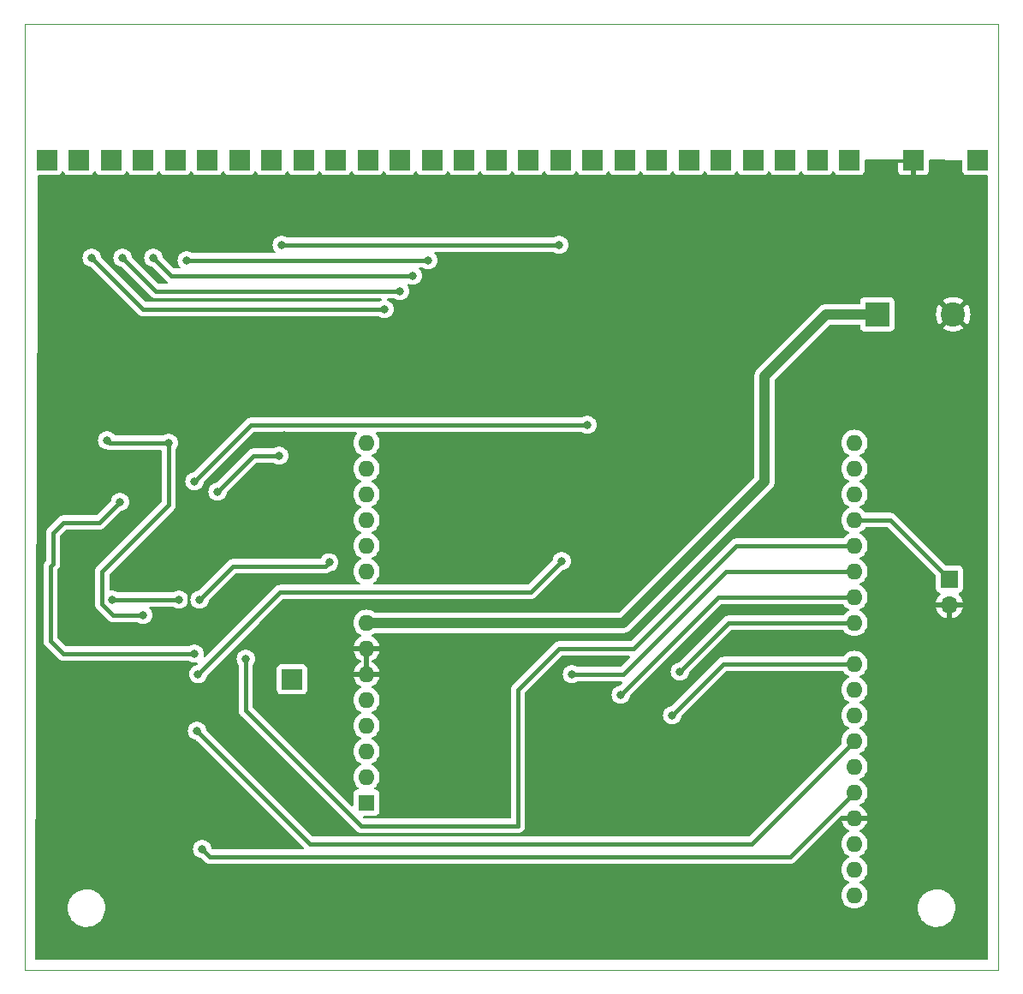
<source format=gbr>
%TF.GenerationSoftware,KiCad,Pcbnew,(7.0.0-0)*%
%TF.CreationDate,2023-07-22T14:03:51-04:00*%
%TF.ProjectId,Rodgers890,526f6467-6572-4733-9839-302e6b696361,rev?*%
%TF.SameCoordinates,Original*%
%TF.FileFunction,Copper,L2,Bot*%
%TF.FilePolarity,Positive*%
%FSLAX46Y46*%
G04 Gerber Fmt 4.6, Leading zero omitted, Abs format (unit mm)*
G04 Created by KiCad (PCBNEW (7.0.0-0)) date 2023-07-22 14:03:51*
%MOMM*%
%LPD*%
G01*
G04 APERTURE LIST*
%TA.AperFunction,ComponentPad*%
%ADD10R,2.000000X2.000000*%
%TD*%
%TA.AperFunction,ComponentPad*%
%ADD11R,1.700000X1.700000*%
%TD*%
%TA.AperFunction,ComponentPad*%
%ADD12O,1.700000X1.700000*%
%TD*%
%TA.AperFunction,ComponentPad*%
%ADD13R,2.400000X2.400000*%
%TD*%
%TA.AperFunction,ComponentPad*%
%ADD14C,2.400000*%
%TD*%
%TA.AperFunction,ComponentPad*%
%ADD15R,1.600000X1.600000*%
%TD*%
%TA.AperFunction,ComponentPad*%
%ADD16O,1.600000X1.600000*%
%TD*%
%TA.AperFunction,ViaPad*%
%ADD17C,0.800000*%
%TD*%
%TA.AperFunction,Conductor*%
%ADD18C,0.400000*%
%TD*%
%TA.AperFunction,Conductor*%
%ADD19C,1.000000*%
%TD*%
%TA.AperFunction,Profile*%
%ADD20C,0.100000*%
%TD*%
G04 APERTURE END LIST*
D10*
%TO.P,TP39,1,1*%
%TO.N,/In0*%
X160654999Y-43179999D03*
%TD*%
%TO.P,TP25,1,1*%
%TO.N,/AD0*%
X116204999Y-43179999D03*
%TD*%
%TO.P,TP26,1,1*%
%TO.N,/S0*%
X119379999Y-43179999D03*
%TD*%
%TO.P,TP34,1,1*%
%TO.N,/S3*%
X144779999Y-43179999D03*
%TD*%
%TO.P,TP27,1,1*%
%TO.N,/S6*%
X122554999Y-43179999D03*
%TD*%
%TO.P,TP41,1,1*%
%TO.N,/In1*%
X167004999Y-43179999D03*
%TD*%
%TO.P,TP38,1,1*%
%TO.N,/ISTB*%
X157479999Y-43179999D03*
%TD*%
%TO.P,TP36,1,1*%
%TO.N,/In7*%
X151129999Y-43179999D03*
%TD*%
%TO.P,TP37,1,1*%
%TO.N,/ICLK*%
X154304999Y-43179999D03*
%TD*%
%TO.P,TP50,1,1*%
%TO.N,/Vchg*%
X195579999Y-43179999D03*
%TD*%
%TO.P,TP28,1,1*%
%TO.N,/OSTB*%
X125729999Y-43179999D03*
%TD*%
%TO.P,TP33,1,1*%
%TO.N,/S2*%
X141604999Y-43179999D03*
%TD*%
%TO.P,TP21,1,1*%
%TO.N,/OCLK*%
X103504999Y-43179999D03*
%TD*%
%TO.P,TP30,1,1*%
%TO.N,/S5*%
X132079999Y-43179999D03*
%TD*%
%TO.P,TP31,1,1*%
%TO.N,/S1*%
X135254999Y-43179999D03*
%TD*%
%TO.P,TP46,1,1*%
%TO.N,+12V*%
X182879999Y-43179999D03*
%TD*%
%TO.P,TP22,1,1*%
%TO.N,/AD3*%
X106679999Y-43179999D03*
%TD*%
%TO.P,TP44,1,1*%
%TO.N,/In4*%
X176529999Y-43179999D03*
%TD*%
%TO.P,TP29,1,1*%
%TO.N,/S7*%
X128904999Y-43179999D03*
%TD*%
D11*
%TO.P,J2,1,Pin_1*%
%TO.N,Net-(A1-D3{slash}SCL)*%
X192785999Y-84576999D03*
D12*
%TO.P,J2,2,Pin_2*%
%TO.N,GND*%
X192785999Y-87116999D03*
%TD*%
D10*
%TO.P,TP45,1,1*%
%TO.N,/In5*%
X179704999Y-43179999D03*
%TD*%
%TO.P,TP23,1,1*%
%TO.N,/AD2*%
X109854999Y-43179999D03*
%TD*%
D13*
%TO.P,C5,1*%
%TO.N,+12V*%
X185656040Y-58419999D03*
D14*
%TO.P,C5,2*%
%TO.N,GND*%
X193156041Y-58420000D03*
%TD*%
D10*
%TO.P,TP40,1,1*%
%TO.N,/In2*%
X163829999Y-43179999D03*
%TD*%
%TO.P,TP24,1,1*%
%TO.N,/AD1*%
X113029999Y-43179999D03*
%TD*%
%TO.P,TP35,1,1*%
%TO.N,/PwrUD*%
X147954999Y-43179999D03*
%TD*%
%TO.P,TP43,1,1*%
%TO.N,/In6*%
X173354999Y-43179999D03*
%TD*%
%TO.P,TP48,1,1*%
%TO.N,GND*%
X189229999Y-43179999D03*
%TD*%
%TO.P,TP42,1,1*%
%TO.N,/In3*%
X170179999Y-43179999D03*
%TD*%
%TO.P,TP32,1,1*%
%TO.N,/S4*%
X138429999Y-43179999D03*
%TD*%
%TO.P,TP1,1,1*%
%TO.N,+5V*%
X127761999Y-94487999D03*
%TD*%
D15*
%TO.P,A1,1,NC*%
%TO.N,unconnected-(A1-NC-Pad1)*%
X135127999Y-106679999D03*
D16*
%TO.P,A1,2,IOREF*%
%TO.N,unconnected-(A1-IOREF-Pad2)*%
X135127999Y-104139999D03*
%TO.P,A1,3,~{RESET}*%
%TO.N,unconnected-(A1-~{RESET}-Pad3)*%
X135127999Y-101599999D03*
%TO.P,A1,4,3V3*%
%TO.N,unconnected-(A1-3V3-Pad4)*%
X135127999Y-99059999D03*
%TO.P,A1,5,+5V*%
%TO.N,+5V*%
X135127999Y-96519999D03*
%TO.P,A1,6,GND*%
%TO.N,GND*%
X135127999Y-93979999D03*
%TO.P,A1,7,GND*%
X135127999Y-91439999D03*
%TO.P,A1,8,VIN*%
%TO.N,+12V*%
X135127999Y-88899999D03*
%TO.P,A1,9,A0*%
%TO.N,/AD0_cpu*%
X135127999Y-83819999D03*
%TO.P,A1,10,A1*%
%TO.N,/AD1_cpu*%
X135127999Y-81279999D03*
%TO.P,A1,11,A2*%
%TO.N,/AD2_cpu*%
X135127999Y-78739999D03*
%TO.P,A1,12,A3*%
%TO.N,/AD3_cpu*%
X135127999Y-76199999D03*
%TO.P,A1,13,A4*%
%TO.N,unconnected-(A1-A4-Pad13)*%
X135127999Y-73659999D03*
%TO.P,A1,14,A5*%
%TO.N,unconnected-(A1-A5-Pad14)*%
X135127999Y-71119999D03*
%TO.P,A1,15,D0/RX*%
%TO.N,unconnected-(A1-D0{slash}RX-Pad15)*%
X183387999Y-71119999D03*
%TO.P,A1,16,D1/TX*%
%TO.N,unconnected-(A1-D1{slash}TX-Pad16)*%
X183387999Y-73659999D03*
%TO.P,A1,17,D2/SDA*%
%TO.N,Net-(A1-D2{slash}SDA)*%
X183387999Y-76199999D03*
%TO.P,A1,18,D3/SCL*%
%TO.N,Net-(A1-D3{slash}SCL)*%
X183387999Y-78739999D03*
%TO.P,A1,19,D4*%
%TO.N,/ICLK_cpu*%
X183387999Y-81279999D03*
%TO.P,A1,20,D5*%
%TO.N,/ISTB_cpu*%
X183387999Y-83819999D03*
%TO.P,A1,21,D6*%
%TO.N,/In0_cpu*%
X183387999Y-86359999D03*
%TO.P,A1,22,D7*%
%TO.N,/In1_cpu*%
X183387999Y-88899999D03*
%TO.P,A1,23,D8*%
%TO.N,/In2_cpu*%
X183387999Y-92959999D03*
%TO.P,A1,24,D9*%
%TO.N,/In3_cpu*%
X183387999Y-95499999D03*
%TO.P,A1,25,D10*%
%TO.N,/In4_cpu*%
X183387999Y-98039999D03*
%TO.P,A1,26,D11*%
%TO.N,/OCLK_cpu*%
X183387999Y-100579999D03*
%TO.P,A1,27,D12*%
%TO.N,/OSTB_cpu*%
X183387999Y-103119999D03*
%TO.P,A1,28,D13*%
%TO.N,/S0_cpu*%
X183387999Y-105659999D03*
%TO.P,A1,29,GND*%
%TO.N,GND*%
X183387999Y-108199999D03*
%TO.P,A1,30,AREF*%
%TO.N,unconnected-(A1-AREF-Pad30)*%
X183387999Y-110739999D03*
%TO.P,A1,31,SDA/D2*%
%TO.N,unconnected-(A1-SDA{slash}D2-Pad31)*%
X183387999Y-113279999D03*
%TO.P,A1,32,SCL/D3*%
%TO.N,unconnected-(A1-SCL{slash}D3-Pad32)*%
X183387999Y-115819999D03*
%TD*%
D17*
%TO.N,GND*%
X110998000Y-78994000D03*
X164084000Y-58674000D03*
X104902000Y-67818000D03*
X161036000Y-58928000D03*
X111252000Y-97282000D03*
X176530000Y-58420000D03*
X109728000Y-58166000D03*
X170434000Y-58674000D03*
X127000000Y-70358000D03*
X124206000Y-106934000D03*
X128778000Y-80772000D03*
X167132000Y-58674000D03*
%TO.N,/AD0_cpu*%
X141224000Y-53086000D03*
X117348000Y-53086000D03*
%TO.N,/AD1_cpu*%
X114046000Y-52832000D03*
X139700000Y-54610000D03*
%TO.N,/AD2_cpu*%
X110998000Y-52832000D03*
X138430000Y-56134000D03*
%TO.N,/AD3_cpu*%
X136906000Y-57912000D03*
X107950000Y-52832000D03*
%TO.N,/ICLK_cpu*%
X123190000Y-92456000D03*
%TO.N,/ISTB_cpu*%
X154432000Y-82804000D03*
X155448000Y-93980000D03*
X118474500Y-93980000D03*
%TO.N,/In0_cpu*%
X160274000Y-96012000D03*
%TO.N,/In1_cpu*%
X166116000Y-93726000D03*
%TO.N,/In2_cpu*%
X165354000Y-98044000D03*
%TO.N,/OCLK_cpu*%
X118364000Y-99568000D03*
%TO.N,/S0_cpu*%
X118872000Y-111252000D03*
%TO.N,/OSTB*%
X131445000Y-82931000D03*
X118618000Y-86614000D03*
%TO.N,/ICLK*%
X154178000Y-51562000D03*
X126746000Y-51562000D03*
%TO.N,/ISTB*%
X156972000Y-69342000D03*
X118110000Y-74930000D03*
%TO.N,Net-(Q1-B)*%
X126492000Y-72390000D03*
X120396000Y-75946000D03*
%TO.N,Net-(Q3-B)*%
X113030000Y-88138000D03*
X115570000Y-71120000D03*
X109474000Y-70866000D03*
%TO.N,Net-(R13-Pad1)*%
X110744000Y-76962000D03*
X118110000Y-91948000D03*
%TO.N,Net-(R19-Pad1)*%
X109982000Y-86614000D03*
X116569500Y-86614000D03*
%TD*%
D18*
%TO.N,/AD0_cpu*%
X117348000Y-53086000D02*
X141224000Y-53086000D01*
%TO.N,/AD1_cpu*%
X139700000Y-54610000D02*
X115824000Y-54610000D01*
X115824000Y-54610000D02*
X114046000Y-52832000D01*
%TO.N,/AD2_cpu*%
X110998000Y-52832000D02*
X114300000Y-56134000D01*
X114300000Y-56134000D02*
X138430000Y-56134000D01*
%TO.N,/AD3_cpu*%
X136906000Y-57912000D02*
X113030000Y-57912000D01*
X113030000Y-57912000D02*
X107950000Y-52832000D01*
%TO.N,Net-(A1-D3{slash}SCL)*%
X183388000Y-78740000D02*
X186949000Y-78740000D01*
X186949000Y-78740000D02*
X192786000Y-84577000D01*
%TO.N,/ICLK_cpu*%
X154178000Y-91440000D02*
X161544000Y-91440000D01*
X171704000Y-81280000D02*
X183388000Y-81280000D01*
X150114000Y-95504000D02*
X154178000Y-91440000D01*
X150114000Y-108966000D02*
X150114000Y-95504000D01*
X123190000Y-97542000D02*
X134614000Y-108966000D01*
X123190000Y-92456000D02*
X123190000Y-97542000D01*
X134614000Y-108966000D02*
X150114000Y-108966000D01*
X161544000Y-91440000D02*
X171704000Y-81280000D01*
%TO.N,/ISTB_cpu*%
X118474500Y-93980000D02*
X126602500Y-85852000D01*
X126602500Y-85852000D02*
X151384000Y-85852000D01*
X170688000Y-83820000D02*
X183388000Y-83820000D01*
X151384000Y-85852000D02*
X154432000Y-82804000D01*
X160528000Y-93980000D02*
X170688000Y-83820000D01*
X155448000Y-93980000D02*
X160528000Y-93980000D01*
%TO.N,/In0_cpu*%
X169926000Y-86360000D02*
X183388000Y-86360000D01*
X160274000Y-96012000D02*
X169926000Y-86360000D01*
%TO.N,/In1_cpu*%
X170942000Y-88900000D02*
X183388000Y-88900000D01*
X166116000Y-93726000D02*
X170942000Y-88900000D01*
%TO.N,/In2_cpu*%
X170438000Y-92960000D02*
X183388000Y-92960000D01*
X165354000Y-98044000D02*
X170438000Y-92960000D01*
%TO.N,/OCLK_cpu*%
X118364000Y-99568000D02*
X129540000Y-110744000D01*
X173224000Y-110744000D02*
X183388000Y-100580000D01*
X129540000Y-110744000D02*
X173224000Y-110744000D01*
%TO.N,/S0_cpu*%
X177034000Y-112014000D02*
X183388000Y-105660000D01*
X118872000Y-111252000D02*
X119634000Y-112014000D01*
X119634000Y-112014000D02*
X177034000Y-112014000D01*
%TO.N,/OSTB*%
X121920000Y-83312000D02*
X118618000Y-86614000D01*
X131445000Y-82931000D02*
X131064000Y-83312000D01*
X131064000Y-83312000D02*
X121920000Y-83312000D01*
%TO.N,/ICLK*%
X126746000Y-51562000D02*
X154178000Y-51562000D01*
%TO.N,/ISTB*%
X118110000Y-74930000D02*
X123698000Y-69342000D01*
X123698000Y-69342000D02*
X156972000Y-69342000D01*
%TO.N,Net-(Q1-B)*%
X120396000Y-75946000D02*
X123952000Y-72390000D01*
X123952000Y-72390000D02*
X126492000Y-72390000D01*
%TO.N,Net-(Q3-B)*%
X115570000Y-71120000D02*
X115570000Y-77216000D01*
X108982000Y-83804000D02*
X108982000Y-87028214D01*
X115570000Y-71120000D02*
X109728000Y-71120000D01*
X115570000Y-77216000D02*
X108982000Y-83804000D01*
X109728000Y-71120000D02*
X109474000Y-70866000D01*
X108982000Y-87028214D02*
X110091786Y-88138000D01*
X110091786Y-88138000D02*
X113030000Y-88138000D01*
%TO.N,Net-(R13-Pad1)*%
X104140000Y-80010000D02*
X105156000Y-78994000D01*
X105156000Y-78994000D02*
X108712000Y-78994000D01*
X105156000Y-91948000D02*
X103886000Y-90678000D01*
X104140000Y-83058000D02*
X104140000Y-80010000D01*
X108712000Y-78994000D02*
X110744000Y-76962000D01*
X118110000Y-91948000D02*
X105156000Y-91948000D01*
X103886000Y-83312000D02*
X104140000Y-83058000D01*
X103886000Y-90678000D02*
X103886000Y-83312000D01*
%TO.N,Net-(R19-Pad1)*%
X116569500Y-86614000D02*
X109982000Y-86614000D01*
D19*
%TO.N,+12V*%
X174498000Y-64516000D02*
X180594000Y-58420000D01*
X160528000Y-88900000D02*
X174498000Y-74930000D01*
X174498000Y-74930000D02*
X174498000Y-64516000D01*
X180594000Y-58420000D02*
X185656041Y-58420000D01*
X135128000Y-88900000D02*
X160528000Y-88900000D01*
%TD*%
%TA.AperFunction,Conductor*%
%TO.N,GND*%
G36*
X185765179Y-43122234D02*
G01*
X187673620Y-43132414D01*
X187673623Y-43132413D01*
X189480000Y-43142047D01*
X189480000Y-44663674D01*
X189483450Y-44676549D01*
X189496326Y-44680000D01*
X190274518Y-44680000D01*
X190281114Y-44679646D01*
X190329667Y-44674426D01*
X190344641Y-44670888D01*
X190463777Y-44626452D01*
X190479189Y-44618037D01*
X190580092Y-44542501D01*
X190592501Y-44530092D01*
X190668037Y-44429189D01*
X190676452Y-44413777D01*
X190720888Y-44294641D01*
X190724426Y-44279667D01*
X190729646Y-44231114D01*
X190730000Y-44224518D01*
X190730000Y-43273378D01*
X190746723Y-43211187D01*
X190792382Y-43165771D01*
X190854661Y-43149380D01*
X193956161Y-43165920D01*
X194017881Y-43182752D01*
X194062997Y-43228109D01*
X194079500Y-43289918D01*
X194079500Y-44224560D01*
X194079500Y-44224578D01*
X194079501Y-44227872D01*
X194079853Y-44231150D01*
X194079854Y-44231161D01*
X194085079Y-44279768D01*
X194085080Y-44279773D01*
X194085909Y-44287483D01*
X194088619Y-44294749D01*
X194088620Y-44294753D01*
X194108682Y-44348540D01*
X194136204Y-44422331D01*
X194222454Y-44537546D01*
X194337669Y-44623796D01*
X194472517Y-44674091D01*
X194532127Y-44680500D01*
X196472000Y-44680499D01*
X196534000Y-44697112D01*
X196579387Y-44742499D01*
X196596000Y-44804499D01*
X196596000Y-122050000D01*
X196579387Y-122112000D01*
X196534000Y-122157387D01*
X196472000Y-122174000D01*
X102486396Y-122174000D01*
X102424282Y-122157321D01*
X102378877Y-122111771D01*
X102362397Y-122049604D01*
X102378013Y-117161765D01*
X105587788Y-117161765D01*
X105588282Y-117166262D01*
X105588283Y-117166267D01*
X105616917Y-117426506D01*
X105616918Y-117426513D01*
X105617414Y-117431018D01*
X105618559Y-117435398D01*
X105618561Y-117435408D01*
X105650830Y-117558838D01*
X105685928Y-117693088D01*
X105687693Y-117697242D01*
X105687696Y-117697250D01*
X105790099Y-117938223D01*
X105791870Y-117942390D01*
X105794226Y-117946251D01*
X105794229Y-117946256D01*
X105930618Y-118169737D01*
X105932982Y-118173610D01*
X106106255Y-118381820D01*
X106109630Y-118384844D01*
X106109631Y-118384845D01*
X106214330Y-118478656D01*
X106307998Y-118562582D01*
X106533910Y-118712044D01*
X106779176Y-118827020D01*
X107038569Y-118905060D01*
X107306561Y-118944500D01*
X107507369Y-118944500D01*
X107509631Y-118944500D01*
X107712156Y-118929677D01*
X107976553Y-118870780D01*
X108229558Y-118774014D01*
X108465777Y-118641441D01*
X108680177Y-118475888D01*
X108868186Y-118280881D01*
X109025799Y-118060579D01*
X109149656Y-117819675D01*
X109237118Y-117563305D01*
X109286319Y-117296933D01*
X109291259Y-117161765D01*
X189661788Y-117161765D01*
X189662282Y-117166262D01*
X189662283Y-117166267D01*
X189690917Y-117426506D01*
X189690918Y-117426513D01*
X189691414Y-117431018D01*
X189692559Y-117435398D01*
X189692561Y-117435408D01*
X189724830Y-117558838D01*
X189759928Y-117693088D01*
X189761693Y-117697242D01*
X189761696Y-117697250D01*
X189864099Y-117938223D01*
X189865870Y-117942390D01*
X189868226Y-117946251D01*
X189868229Y-117946256D01*
X190004618Y-118169737D01*
X190006982Y-118173610D01*
X190180255Y-118381820D01*
X190183630Y-118384844D01*
X190183631Y-118384845D01*
X190288330Y-118478656D01*
X190381998Y-118562582D01*
X190607910Y-118712044D01*
X190853176Y-118827020D01*
X191112569Y-118905060D01*
X191380561Y-118944500D01*
X191581369Y-118944500D01*
X191583631Y-118944500D01*
X191786156Y-118929677D01*
X192050553Y-118870780D01*
X192303558Y-118774014D01*
X192539777Y-118641441D01*
X192754177Y-118475888D01*
X192942186Y-118280881D01*
X193099799Y-118060579D01*
X193223656Y-117819675D01*
X193311118Y-117563305D01*
X193360319Y-117296933D01*
X193370212Y-117026235D01*
X193340586Y-116756982D01*
X193272072Y-116494912D01*
X193166130Y-116245610D01*
X193025018Y-116014390D01*
X192851745Y-115806180D01*
X192746759Y-115712112D01*
X192653382Y-115628446D01*
X192653378Y-115628442D01*
X192650002Y-115625418D01*
X192424090Y-115475956D01*
X192419996Y-115474036D01*
X192419991Y-115474034D01*
X192182929Y-115362904D01*
X192182925Y-115362902D01*
X192178824Y-115360980D01*
X192174477Y-115359672D01*
X192174474Y-115359671D01*
X191923772Y-115284246D01*
X191923771Y-115284245D01*
X191919431Y-115282940D01*
X191914957Y-115282281D01*
X191914950Y-115282280D01*
X191655913Y-115244158D01*
X191655907Y-115244157D01*
X191651439Y-115243500D01*
X191448369Y-115243500D01*
X191446120Y-115243664D01*
X191446109Y-115243665D01*
X191250363Y-115257992D01*
X191250359Y-115257992D01*
X191245844Y-115258323D01*
X191241426Y-115259307D01*
X191241420Y-115259308D01*
X190985877Y-115316232D01*
X190985861Y-115316236D01*
X190981447Y-115317220D01*
X190977216Y-115318838D01*
X190977210Y-115318840D01*
X190732673Y-115412367D01*
X190732663Y-115412371D01*
X190728442Y-115413986D01*
X190724494Y-115416201D01*
X190724489Y-115416204D01*
X190496176Y-115544340D01*
X190496171Y-115544343D01*
X190492223Y-115546559D01*
X190488639Y-115549325D01*
X190488635Y-115549329D01*
X190281407Y-115709343D01*
X190281394Y-115709354D01*
X190277823Y-115712112D01*
X190274685Y-115715366D01*
X190274678Y-115715373D01*
X190092958Y-115903857D01*
X190092952Y-115903864D01*
X190089814Y-115907119D01*
X190087189Y-115910787D01*
X190087179Y-115910800D01*
X189934834Y-116123740D01*
X189934830Y-116123745D01*
X189932201Y-116127421D01*
X189930132Y-116131444D01*
X189930129Y-116131450D01*
X189810416Y-116364293D01*
X189810411Y-116364304D01*
X189808344Y-116368325D01*
X189806884Y-116372602D01*
X189806879Y-116372616D01*
X189722348Y-116620395D01*
X189722344Y-116620407D01*
X189720882Y-116624695D01*
X189720057Y-116629159D01*
X189720057Y-116629161D01*
X189672504Y-116886606D01*
X189672502Y-116886619D01*
X189671681Y-116891067D01*
X189671515Y-116895593D01*
X189671515Y-116895599D01*
X189663115Y-117125468D01*
X189661788Y-117161765D01*
X109291259Y-117161765D01*
X109296212Y-117026235D01*
X109266586Y-116756982D01*
X109198072Y-116494912D01*
X109092130Y-116245610D01*
X108951018Y-116014390D01*
X108789246Y-115820000D01*
X182082532Y-115820000D01*
X182083004Y-115825395D01*
X182099877Y-116018262D01*
X182102365Y-116046692D01*
X182103762Y-116051907D01*
X182103764Y-116051916D01*
X182159858Y-116261263D01*
X182159861Y-116261271D01*
X182161261Y-116266496D01*
X182257432Y-116472734D01*
X182387953Y-116659139D01*
X182548861Y-116820047D01*
X182735266Y-116950568D01*
X182941504Y-117046739D01*
X183161308Y-117105635D01*
X183388000Y-117125468D01*
X183614692Y-117105635D01*
X183834496Y-117046739D01*
X184040734Y-116950568D01*
X184227139Y-116820047D01*
X184388047Y-116659139D01*
X184518568Y-116472734D01*
X184614739Y-116266496D01*
X184673635Y-116046692D01*
X184693468Y-115820000D01*
X184673635Y-115593308D01*
X184614739Y-115373504D01*
X184518568Y-115167266D01*
X184388047Y-114980861D01*
X184227139Y-114819953D01*
X184040734Y-114689432D01*
X183982724Y-114662381D01*
X183930549Y-114616625D01*
X183911130Y-114550000D01*
X183930549Y-114483375D01*
X183982725Y-114437618D01*
X184040734Y-114410568D01*
X184227139Y-114280047D01*
X184388047Y-114119139D01*
X184518568Y-113932734D01*
X184614739Y-113726496D01*
X184673635Y-113506692D01*
X184693468Y-113280000D01*
X184673635Y-113053308D01*
X184614739Y-112833504D01*
X184518568Y-112627266D01*
X184388047Y-112440861D01*
X184227139Y-112279953D01*
X184083939Y-112179684D01*
X184045173Y-112152540D01*
X184045171Y-112152539D01*
X184040734Y-112149432D01*
X183982724Y-112122381D01*
X183930549Y-112076625D01*
X183911130Y-112010000D01*
X183930549Y-111943375D01*
X183982725Y-111897618D01*
X184040734Y-111870568D01*
X184227139Y-111740047D01*
X184388047Y-111579139D01*
X184518568Y-111392734D01*
X184614739Y-111186496D01*
X184673635Y-110966692D01*
X184693468Y-110740000D01*
X184673635Y-110513308D01*
X184614739Y-110293504D01*
X184518568Y-110087266D01*
X184388047Y-109900861D01*
X184227139Y-109739953D01*
X184106352Y-109655378D01*
X184045173Y-109612540D01*
X184045171Y-109612539D01*
X184040734Y-109609432D01*
X184035831Y-109607145D01*
X184035823Y-109607141D01*
X183982134Y-109582106D01*
X183929958Y-109536349D01*
X183910539Y-109469723D01*
X183929959Y-109403098D01*
X183982135Y-109357341D01*
X184035585Y-109332417D01*
X184044912Y-109327032D01*
X184222381Y-109202767D01*
X184230647Y-109195830D01*
X184383830Y-109042647D01*
X184390767Y-109034381D01*
X184515032Y-108856912D01*
X184520420Y-108847580D01*
X184611977Y-108651234D01*
X184615669Y-108641092D01*
X184663179Y-108463780D01*
X184663547Y-108452551D01*
X184652605Y-108450000D01*
X182123395Y-108450000D01*
X182112452Y-108452551D01*
X182112820Y-108463780D01*
X182160330Y-108641092D01*
X182164022Y-108651234D01*
X182255579Y-108847580D01*
X182260967Y-108856912D01*
X182385232Y-109034381D01*
X182392169Y-109042647D01*
X182545352Y-109195830D01*
X182553618Y-109202767D01*
X182731087Y-109327032D01*
X182740423Y-109332422D01*
X182793864Y-109357342D01*
X182846040Y-109403098D01*
X182865460Y-109469723D01*
X182846041Y-109536348D01*
X182793866Y-109582106D01*
X182769479Y-109593478D01*
X182735266Y-109609432D01*
X182730833Y-109612535D01*
X182730826Y-109612540D01*
X182553296Y-109736847D01*
X182553291Y-109736850D01*
X182548861Y-109739953D01*
X182545037Y-109743776D01*
X182545031Y-109743782D01*
X182391782Y-109897031D01*
X182391776Y-109897037D01*
X182387953Y-109900861D01*
X182384850Y-109905291D01*
X182384847Y-109905296D01*
X182260540Y-110082826D01*
X182260535Y-110082833D01*
X182257432Y-110087266D01*
X182255144Y-110092172D01*
X182255142Y-110092176D01*
X182163550Y-110288594D01*
X182163547Y-110288599D01*
X182161261Y-110293504D01*
X182159862Y-110298724D01*
X182159858Y-110298736D01*
X182103764Y-110508083D01*
X182103762Y-110508094D01*
X182102365Y-110513308D01*
X182082532Y-110740000D01*
X182083004Y-110745395D01*
X182095105Y-110883716D01*
X182102365Y-110966692D01*
X182103762Y-110971907D01*
X182103764Y-110971916D01*
X182159858Y-111181263D01*
X182159861Y-111181271D01*
X182161261Y-111186496D01*
X182257432Y-111392734D01*
X182260539Y-111397171D01*
X182260540Y-111397173D01*
X182344600Y-111517224D01*
X182387953Y-111579139D01*
X182548861Y-111740047D01*
X182735266Y-111870568D01*
X182740172Y-111872855D01*
X182740176Y-111872858D01*
X182793274Y-111897618D01*
X182845450Y-111943375D01*
X182864869Y-112010000D01*
X182845450Y-112076625D01*
X182793274Y-112122382D01*
X182740176Y-112147141D01*
X182740163Y-112147148D01*
X182735266Y-112149432D01*
X182730833Y-112152535D01*
X182730826Y-112152540D01*
X182553296Y-112276847D01*
X182553291Y-112276850D01*
X182548861Y-112279953D01*
X182545037Y-112283776D01*
X182545031Y-112283782D01*
X182391782Y-112437031D01*
X182391776Y-112437037D01*
X182387953Y-112440861D01*
X182384850Y-112445291D01*
X182384847Y-112445296D01*
X182260540Y-112622826D01*
X182260535Y-112622833D01*
X182257432Y-112627266D01*
X182255144Y-112632172D01*
X182255142Y-112632176D01*
X182163550Y-112828594D01*
X182163547Y-112828599D01*
X182161261Y-112833504D01*
X182159862Y-112838724D01*
X182159858Y-112838736D01*
X182103764Y-113048083D01*
X182103762Y-113048094D01*
X182102365Y-113053308D01*
X182082532Y-113280000D01*
X182102365Y-113506692D01*
X182103762Y-113511907D01*
X182103764Y-113511916D01*
X182159858Y-113721263D01*
X182159861Y-113721271D01*
X182161261Y-113726496D01*
X182257432Y-113932734D01*
X182387953Y-114119139D01*
X182548861Y-114280047D01*
X182735266Y-114410568D01*
X182740172Y-114412855D01*
X182740176Y-114412858D01*
X182793274Y-114437618D01*
X182845450Y-114483375D01*
X182864869Y-114550000D01*
X182845450Y-114616625D01*
X182793274Y-114662382D01*
X182740176Y-114687141D01*
X182740163Y-114687148D01*
X182735266Y-114689432D01*
X182730833Y-114692535D01*
X182730826Y-114692540D01*
X182553296Y-114816847D01*
X182553291Y-114816850D01*
X182548861Y-114819953D01*
X182545037Y-114823776D01*
X182545031Y-114823782D01*
X182391782Y-114977031D01*
X182391776Y-114977037D01*
X182387953Y-114980861D01*
X182384850Y-114985291D01*
X182384847Y-114985296D01*
X182260540Y-115162826D01*
X182260535Y-115162833D01*
X182257432Y-115167266D01*
X182255144Y-115172172D01*
X182255142Y-115172176D01*
X182163550Y-115368594D01*
X182163547Y-115368599D01*
X182161261Y-115373504D01*
X182159862Y-115378724D01*
X182159858Y-115378736D01*
X182103764Y-115588083D01*
X182103762Y-115588094D01*
X182102365Y-115593308D01*
X182101893Y-115598693D01*
X182101893Y-115598698D01*
X182084006Y-115803154D01*
X182082532Y-115820000D01*
X108789246Y-115820000D01*
X108777745Y-115806180D01*
X108672759Y-115712112D01*
X108579382Y-115628446D01*
X108579378Y-115628442D01*
X108576002Y-115625418D01*
X108350090Y-115475956D01*
X108345996Y-115474036D01*
X108345991Y-115474034D01*
X108108929Y-115362904D01*
X108108925Y-115362902D01*
X108104824Y-115360980D01*
X108100477Y-115359672D01*
X108100474Y-115359671D01*
X107849772Y-115284246D01*
X107849771Y-115284245D01*
X107845431Y-115282940D01*
X107840957Y-115282281D01*
X107840950Y-115282280D01*
X107581913Y-115244158D01*
X107581907Y-115244157D01*
X107577439Y-115243500D01*
X107374369Y-115243500D01*
X107372120Y-115243664D01*
X107372109Y-115243665D01*
X107176363Y-115257992D01*
X107176359Y-115257992D01*
X107171844Y-115258323D01*
X107167426Y-115259307D01*
X107167420Y-115259308D01*
X106911877Y-115316232D01*
X106911861Y-115316236D01*
X106907447Y-115317220D01*
X106903216Y-115318838D01*
X106903210Y-115318840D01*
X106658673Y-115412367D01*
X106658663Y-115412371D01*
X106654442Y-115413986D01*
X106650494Y-115416201D01*
X106650489Y-115416204D01*
X106422176Y-115544340D01*
X106422171Y-115544343D01*
X106418223Y-115546559D01*
X106414639Y-115549325D01*
X106414635Y-115549329D01*
X106207407Y-115709343D01*
X106207394Y-115709354D01*
X106203823Y-115712112D01*
X106200685Y-115715366D01*
X106200678Y-115715373D01*
X106018958Y-115903857D01*
X106018952Y-115903864D01*
X106015814Y-115907119D01*
X106013189Y-115910787D01*
X106013179Y-115910800D01*
X105860834Y-116123740D01*
X105860830Y-116123745D01*
X105858201Y-116127421D01*
X105856132Y-116131444D01*
X105856129Y-116131450D01*
X105736416Y-116364293D01*
X105736411Y-116364304D01*
X105734344Y-116368325D01*
X105732884Y-116372602D01*
X105732879Y-116372616D01*
X105648348Y-116620395D01*
X105648344Y-116620407D01*
X105646882Y-116624695D01*
X105646057Y-116629159D01*
X105646057Y-116629161D01*
X105598504Y-116886606D01*
X105598502Y-116886619D01*
X105597681Y-116891067D01*
X105597515Y-116895593D01*
X105597515Y-116895599D01*
X105589115Y-117125468D01*
X105587788Y-117161765D01*
X102378013Y-117161765D01*
X102434223Y-99568000D01*
X117458540Y-99568000D01*
X117459219Y-99574460D01*
X117477646Y-99749795D01*
X117477647Y-99749803D01*
X117478326Y-99756256D01*
X117480331Y-99762428D01*
X117480333Y-99762435D01*
X117525996Y-99902968D01*
X117536821Y-99936284D01*
X117631467Y-100100216D01*
X117635811Y-100105041D01*
X117635813Y-100105043D01*
X117753779Y-100236057D01*
X117758129Y-100240888D01*
X117911270Y-100352151D01*
X118084197Y-100429144D01*
X118239127Y-100462075D01*
X118272514Y-100474392D01*
X118301027Y-100495684D01*
X128907162Y-111101819D01*
X128937412Y-111151182D01*
X128941954Y-111208898D01*
X128919799Y-111262385D01*
X128875776Y-111299985D01*
X128819481Y-111313500D01*
X119975519Y-111313500D01*
X119928066Y-111304061D01*
X119887838Y-111277181D01*
X119798504Y-111187847D01*
X119774264Y-111153549D01*
X119762864Y-111113127D01*
X119757674Y-111063744D01*
X119699179Y-110883716D01*
X119604533Y-110719784D01*
X119477871Y-110579112D01*
X119472613Y-110575292D01*
X119472611Y-110575290D01*
X119329988Y-110471669D01*
X119329987Y-110471668D01*
X119324730Y-110467849D01*
X119318792Y-110465205D01*
X119157745Y-110393501D01*
X119157740Y-110393499D01*
X119151803Y-110390856D01*
X119145444Y-110389504D01*
X119145440Y-110389503D01*
X118973008Y-110352852D01*
X118973005Y-110352851D01*
X118966646Y-110351500D01*
X118777354Y-110351500D01*
X118770995Y-110352851D01*
X118770991Y-110352852D01*
X118598559Y-110389503D01*
X118598552Y-110389505D01*
X118592197Y-110390856D01*
X118586262Y-110393498D01*
X118586254Y-110393501D01*
X118425207Y-110465205D01*
X118425202Y-110465207D01*
X118419270Y-110467849D01*
X118414016Y-110471665D01*
X118414011Y-110471669D01*
X118271388Y-110575290D01*
X118271381Y-110575295D01*
X118266129Y-110579112D01*
X118261784Y-110583937D01*
X118261779Y-110583942D01*
X118143813Y-110714956D01*
X118143808Y-110714962D01*
X118139467Y-110719784D01*
X118136222Y-110725404D01*
X118136218Y-110725410D01*
X118048069Y-110878089D01*
X118048066Y-110878094D01*
X118044821Y-110883716D01*
X118042815Y-110889888D01*
X118042813Y-110889894D01*
X117988333Y-111057564D01*
X117988331Y-111057573D01*
X117986326Y-111063744D01*
X117985648Y-111070194D01*
X117985646Y-111070204D01*
X117971070Y-111208898D01*
X117966540Y-111252000D01*
X117968042Y-111266292D01*
X117985646Y-111433795D01*
X117985647Y-111433803D01*
X117986326Y-111440256D01*
X117988331Y-111446428D01*
X117988333Y-111446435D01*
X118031452Y-111579139D01*
X118044821Y-111620284D01*
X118048068Y-111625908D01*
X118048069Y-111625910D01*
X118115758Y-111743152D01*
X118139467Y-111784216D01*
X118143811Y-111789041D01*
X118143813Y-111789043D01*
X118217219Y-111870568D01*
X118266129Y-111924888D01*
X118419270Y-112036151D01*
X118592197Y-112113144D01*
X118747127Y-112146075D01*
X118780514Y-112158392D01*
X118809027Y-112179684D01*
X119121059Y-112491716D01*
X119126193Y-112497170D01*
X119161093Y-112536565D01*
X119161097Y-112536568D01*
X119166071Y-112542183D01*
X119172247Y-112546446D01*
X119215574Y-112576353D01*
X119221601Y-112580788D01*
X119268944Y-112617878D01*
X119278180Y-112622034D01*
X119297727Y-112633059D01*
X119306070Y-112638818D01*
X119362214Y-112660110D01*
X119362298Y-112660142D01*
X119369220Y-112663009D01*
X119424069Y-112687695D01*
X119434041Y-112689522D01*
X119455656Y-112695547D01*
X119465128Y-112699140D01*
X119522831Y-112706146D01*
X119524815Y-112706387D01*
X119532222Y-112707514D01*
X119591394Y-112718358D01*
X119651433Y-112714725D01*
X119658921Y-112714500D01*
X177009079Y-112714500D01*
X177016566Y-112714725D01*
X177076606Y-112718358D01*
X177135782Y-112707513D01*
X177143181Y-112706387D01*
X177202872Y-112699140D01*
X177212332Y-112695551D01*
X177233959Y-112689522D01*
X177243932Y-112687695D01*
X177298808Y-112662996D01*
X177305673Y-112660152D01*
X177361930Y-112638818D01*
X177370264Y-112633064D01*
X177389821Y-112622034D01*
X177399057Y-112617878D01*
X177446413Y-112580775D01*
X177452420Y-112576355D01*
X177501929Y-112542183D01*
X177541822Y-112497151D01*
X177546924Y-112491731D01*
X182052339Y-107986316D01*
X182092564Y-107959439D01*
X182140017Y-107950000D01*
X184652605Y-107950000D01*
X184663547Y-107947448D01*
X184663179Y-107936219D01*
X184615669Y-107758907D01*
X184611977Y-107748765D01*
X184520420Y-107552419D01*
X184515032Y-107543087D01*
X184390767Y-107365618D01*
X184383830Y-107357352D01*
X184230647Y-107204169D01*
X184222381Y-107197232D01*
X184044912Y-107072967D01*
X184035579Y-107067579D01*
X183982134Y-107042657D01*
X183929958Y-106996899D01*
X183910539Y-106930274D01*
X183929959Y-106863649D01*
X183982131Y-106817894D01*
X184040734Y-106790568D01*
X184227139Y-106660047D01*
X184388047Y-106499139D01*
X184518568Y-106312734D01*
X184614739Y-106106496D01*
X184673635Y-105886692D01*
X184693468Y-105660000D01*
X184673635Y-105433308D01*
X184614739Y-105213504D01*
X184518568Y-105007266D01*
X184388047Y-104820861D01*
X184227139Y-104659953D01*
X184165224Y-104616600D01*
X184045173Y-104532540D01*
X184045171Y-104532539D01*
X184040734Y-104529432D01*
X183982724Y-104502381D01*
X183930549Y-104456625D01*
X183911130Y-104390000D01*
X183930549Y-104323375D01*
X183982725Y-104277618D01*
X184040734Y-104250568D01*
X184227139Y-104120047D01*
X184388047Y-103959139D01*
X184518568Y-103772734D01*
X184614739Y-103566496D01*
X184673635Y-103346692D01*
X184693468Y-103120000D01*
X184673635Y-102893308D01*
X184614739Y-102673504D01*
X184518568Y-102467266D01*
X184388047Y-102280861D01*
X184227139Y-102119953D01*
X184165224Y-102076600D01*
X184045173Y-101992540D01*
X184045171Y-101992539D01*
X184040734Y-101989432D01*
X184035827Y-101987143D01*
X184035817Y-101987138D01*
X183982724Y-101962380D01*
X183930549Y-101916623D01*
X183911130Y-101849997D01*
X183930550Y-101783372D01*
X183982723Y-101737618D01*
X184040734Y-101710568D01*
X184227139Y-101580047D01*
X184388047Y-101419139D01*
X184518568Y-101232734D01*
X184614739Y-101026496D01*
X184673635Y-100806692D01*
X184693468Y-100580000D01*
X184673635Y-100353308D01*
X184614739Y-100133504D01*
X184518568Y-99927266D01*
X184388047Y-99740861D01*
X184227139Y-99579953D01*
X184165224Y-99536600D01*
X184045173Y-99452540D01*
X184045171Y-99452539D01*
X184040734Y-99449432D01*
X183982724Y-99422381D01*
X183930549Y-99376625D01*
X183911130Y-99310000D01*
X183930549Y-99243375D01*
X183982725Y-99197618D01*
X183990293Y-99194089D01*
X184040734Y-99170568D01*
X184227139Y-99040047D01*
X184388047Y-98879139D01*
X184518568Y-98692734D01*
X184614739Y-98486496D01*
X184673635Y-98266692D01*
X184693468Y-98040000D01*
X184673635Y-97813308D01*
X184648068Y-97717891D01*
X184616141Y-97598736D01*
X184616140Y-97598734D01*
X184614739Y-97593504D01*
X184518568Y-97387266D01*
X184388047Y-97200861D01*
X184227139Y-97039953D01*
X184165224Y-96996600D01*
X184045173Y-96912540D01*
X184045171Y-96912539D01*
X184040734Y-96909432D01*
X183982724Y-96882381D01*
X183930549Y-96836625D01*
X183911130Y-96770000D01*
X183930549Y-96703375D01*
X183982725Y-96657618D01*
X184040734Y-96630568D01*
X184227139Y-96500047D01*
X184388047Y-96339139D01*
X184518568Y-96152734D01*
X184614739Y-95946496D01*
X184673635Y-95726692D01*
X184693468Y-95500000D01*
X184673635Y-95273308D01*
X184624156Y-95088650D01*
X184616141Y-95058736D01*
X184616140Y-95058734D01*
X184614739Y-95053504D01*
X184518568Y-94847266D01*
X184388047Y-94660861D01*
X184227139Y-94499953D01*
X184082802Y-94398888D01*
X184045173Y-94372540D01*
X184045171Y-94372539D01*
X184040734Y-94369432D01*
X183982724Y-94342381D01*
X183930549Y-94296625D01*
X183911130Y-94230000D01*
X183930549Y-94163375D01*
X183982725Y-94117618D01*
X184040734Y-94090568D01*
X184227139Y-93960047D01*
X184388047Y-93799139D01*
X184518568Y-93612734D01*
X184614739Y-93406496D01*
X184673635Y-93186692D01*
X184693468Y-92960000D01*
X184673635Y-92733308D01*
X184646795Y-92633140D01*
X184616141Y-92518736D01*
X184616140Y-92518734D01*
X184614739Y-92513504D01*
X184518568Y-92307266D01*
X184388047Y-92120861D01*
X184227139Y-91959953D01*
X184040734Y-91829432D01*
X183834496Y-91733261D01*
X183829271Y-91731861D01*
X183829263Y-91731858D01*
X183619916Y-91675764D01*
X183619907Y-91675762D01*
X183614692Y-91674365D01*
X183609304Y-91673893D01*
X183609301Y-91673893D01*
X183393395Y-91655004D01*
X183388000Y-91654532D01*
X183382605Y-91655004D01*
X183166698Y-91673893D01*
X183166693Y-91673893D01*
X183161308Y-91674365D01*
X183156094Y-91675762D01*
X183156083Y-91675764D01*
X182946736Y-91731858D01*
X182946724Y-91731862D01*
X182941504Y-91733261D01*
X182936599Y-91735547D01*
X182936594Y-91735550D01*
X182740176Y-91827142D01*
X182740172Y-91827144D01*
X182735266Y-91829432D01*
X182730833Y-91832535D01*
X182730826Y-91832540D01*
X182553296Y-91956847D01*
X182553291Y-91956850D01*
X182548861Y-91959953D01*
X182545037Y-91963776D01*
X182545031Y-91963782D01*
X182391782Y-92117031D01*
X182391776Y-92117037D01*
X182387953Y-92120861D01*
X182384850Y-92125291D01*
X182384847Y-92125296D01*
X182327902Y-92206623D01*
X182283584Y-92245489D01*
X182226327Y-92259500D01*
X170462921Y-92259500D01*
X170455433Y-92259274D01*
X170402881Y-92256094D01*
X170402873Y-92256094D01*
X170395394Y-92255642D01*
X170388018Y-92256993D01*
X170388011Y-92256994D01*
X170336228Y-92266483D01*
X170328828Y-92267610D01*
X170276569Y-92273956D01*
X170276565Y-92273956D01*
X170269128Y-92274860D01*
X170262119Y-92277517D01*
X170262114Y-92277519D01*
X170259643Y-92278456D01*
X170238053Y-92284474D01*
X170235452Y-92284950D01*
X170235438Y-92284954D01*
X170228069Y-92286305D01*
X170221232Y-92289381D01*
X170221232Y-92289382D01*
X170173226Y-92310987D01*
X170166310Y-92313851D01*
X170117082Y-92332521D01*
X170117070Y-92332526D01*
X170110070Y-92335182D01*
X170103904Y-92339437D01*
X170103894Y-92339443D01*
X170101717Y-92340946D01*
X170082195Y-92351957D01*
X170079783Y-92353042D01*
X170079771Y-92353048D01*
X170072944Y-92356122D01*
X170067048Y-92360740D01*
X170067043Y-92360744D01*
X170025608Y-92393205D01*
X170019581Y-92397640D01*
X169976245Y-92427554D01*
X169976238Y-92427559D01*
X169970071Y-92431817D01*
X169965102Y-92437425D01*
X169965096Y-92437431D01*
X169930184Y-92476838D01*
X169925051Y-92482290D01*
X165291027Y-97116315D01*
X165262514Y-97137607D01*
X165229128Y-97149924D01*
X165080557Y-97181504D01*
X165080555Y-97181504D01*
X165074197Y-97182856D01*
X165068262Y-97185498D01*
X165068254Y-97185501D01*
X164907207Y-97257205D01*
X164907202Y-97257207D01*
X164901270Y-97259849D01*
X164896016Y-97263665D01*
X164896011Y-97263669D01*
X164753388Y-97367290D01*
X164753381Y-97367295D01*
X164748129Y-97371112D01*
X164743784Y-97375937D01*
X164743779Y-97375942D01*
X164625813Y-97506956D01*
X164625808Y-97506962D01*
X164621467Y-97511784D01*
X164618222Y-97517404D01*
X164618218Y-97517410D01*
X164530069Y-97670089D01*
X164530066Y-97670094D01*
X164526821Y-97675716D01*
X164524815Y-97681888D01*
X164524813Y-97681894D01*
X164470333Y-97849564D01*
X164470331Y-97849573D01*
X164468326Y-97855744D01*
X164467648Y-97862194D01*
X164467646Y-97862204D01*
X164452121Y-98009929D01*
X164448540Y-98044000D01*
X164449219Y-98050460D01*
X164467646Y-98225795D01*
X164467647Y-98225803D01*
X164468326Y-98232256D01*
X164470331Y-98238428D01*
X164470333Y-98238435D01*
X164481212Y-98271916D01*
X164526821Y-98412284D01*
X164621467Y-98576216D01*
X164625811Y-98581041D01*
X164625813Y-98581043D01*
X164730377Y-98697173D01*
X164748129Y-98716888D01*
X164901270Y-98828151D01*
X165074197Y-98905144D01*
X165259354Y-98944500D01*
X165442143Y-98944500D01*
X165448646Y-98944500D01*
X165633803Y-98905144D01*
X165806730Y-98828151D01*
X165959871Y-98716888D01*
X166086533Y-98576216D01*
X166181179Y-98412284D01*
X166239674Y-98232256D01*
X166244864Y-98182870D01*
X166256264Y-98142449D01*
X166280501Y-98108154D01*
X170691837Y-93696819D01*
X170732066Y-93669939D01*
X170779519Y-93660500D01*
X182226327Y-93660500D01*
X182283584Y-93674511D01*
X182327902Y-93713377D01*
X182336741Y-93726000D01*
X182387953Y-93799139D01*
X182548861Y-93960047D01*
X182735266Y-94090568D01*
X182740172Y-94092855D01*
X182740176Y-94092858D01*
X182793274Y-94117618D01*
X182845450Y-94163375D01*
X182864869Y-94230000D01*
X182845450Y-94296625D01*
X182793274Y-94342382D01*
X182740176Y-94367141D01*
X182740163Y-94367148D01*
X182735266Y-94369432D01*
X182730833Y-94372535D01*
X182730826Y-94372540D01*
X182553296Y-94496847D01*
X182553291Y-94496850D01*
X182548861Y-94499953D01*
X182545037Y-94503776D01*
X182545031Y-94503782D01*
X182391782Y-94657031D01*
X182391776Y-94657037D01*
X182387953Y-94660861D01*
X182384850Y-94665291D01*
X182384847Y-94665296D01*
X182260540Y-94842826D01*
X182260535Y-94842833D01*
X182257432Y-94847266D01*
X182255144Y-94852172D01*
X182255142Y-94852176D01*
X182163550Y-95048594D01*
X182163547Y-95048599D01*
X182161261Y-95053504D01*
X182159862Y-95058724D01*
X182159858Y-95058736D01*
X182103764Y-95268083D01*
X182103762Y-95268094D01*
X182102365Y-95273308D01*
X182101893Y-95278693D01*
X182101893Y-95278698D01*
X182091733Y-95394827D01*
X182082532Y-95500000D01*
X182083004Y-95505395D01*
X182095105Y-95643716D01*
X182102365Y-95726692D01*
X182103762Y-95731907D01*
X182103764Y-95731916D01*
X182159858Y-95941263D01*
X182159861Y-95941271D01*
X182161261Y-95946496D01*
X182257432Y-96152734D01*
X182260539Y-96157171D01*
X182260540Y-96157173D01*
X182344600Y-96277224D01*
X182387953Y-96339139D01*
X182548861Y-96500047D01*
X182735266Y-96630568D01*
X182740172Y-96632855D01*
X182740176Y-96632858D01*
X182793274Y-96657618D01*
X182845450Y-96703375D01*
X182864869Y-96770000D01*
X182845450Y-96836625D01*
X182793274Y-96882382D01*
X182740176Y-96907141D01*
X182740163Y-96907148D01*
X182735266Y-96909432D01*
X182730833Y-96912535D01*
X182730826Y-96912540D01*
X182553296Y-97036847D01*
X182553291Y-97036850D01*
X182548861Y-97039953D01*
X182545037Y-97043776D01*
X182545031Y-97043782D01*
X182391782Y-97197031D01*
X182391776Y-97197037D01*
X182387953Y-97200861D01*
X182384850Y-97205291D01*
X182384847Y-97205296D01*
X182260540Y-97382826D01*
X182260535Y-97382833D01*
X182257432Y-97387266D01*
X182255144Y-97392172D01*
X182255142Y-97392176D01*
X182163550Y-97588594D01*
X182163547Y-97588599D01*
X182161261Y-97593504D01*
X182159862Y-97598724D01*
X182159858Y-97598736D01*
X182103764Y-97808083D01*
X182103762Y-97808094D01*
X182102365Y-97813308D01*
X182101893Y-97818693D01*
X182101893Y-97818698D01*
X182090021Y-97954404D01*
X182082532Y-98040000D01*
X182083004Y-98045395D01*
X182095031Y-98182872D01*
X182102365Y-98266692D01*
X182103762Y-98271907D01*
X182103764Y-98271916D01*
X182159858Y-98481263D01*
X182159861Y-98481271D01*
X182161261Y-98486496D01*
X182257432Y-98692734D01*
X182260539Y-98697171D01*
X182260540Y-98697173D01*
X182277020Y-98720709D01*
X182387953Y-98879139D01*
X182548861Y-99040047D01*
X182735266Y-99170568D01*
X182740172Y-99172855D01*
X182740176Y-99172858D01*
X182793274Y-99197618D01*
X182845450Y-99243375D01*
X182864869Y-99310000D01*
X182845450Y-99376625D01*
X182793274Y-99422382D01*
X182740176Y-99447141D01*
X182740163Y-99447148D01*
X182735266Y-99449432D01*
X182730833Y-99452535D01*
X182730826Y-99452540D01*
X182553296Y-99576847D01*
X182553291Y-99576850D01*
X182548861Y-99579953D01*
X182545037Y-99583776D01*
X182545031Y-99583782D01*
X182391782Y-99737031D01*
X182391776Y-99737037D01*
X182387953Y-99740861D01*
X182384850Y-99745291D01*
X182384847Y-99745296D01*
X182260540Y-99922826D01*
X182260535Y-99922833D01*
X182257432Y-99927266D01*
X182255144Y-99932172D01*
X182255142Y-99932176D01*
X182163550Y-100128594D01*
X182163547Y-100128599D01*
X182161261Y-100133504D01*
X182159862Y-100138724D01*
X182159858Y-100138736D01*
X182103764Y-100348083D01*
X182103762Y-100348094D01*
X182102365Y-100353308D01*
X182101893Y-100358693D01*
X182101893Y-100358698D01*
X182089909Y-100495684D01*
X182082532Y-100580000D01*
X182083004Y-100585395D01*
X182102365Y-100806692D01*
X182101409Y-100806775D01*
X182097939Y-100859597D01*
X182067363Y-100909978D01*
X172970162Y-110007181D01*
X172929934Y-110034061D01*
X172882481Y-110043500D01*
X129881519Y-110043500D01*
X129834066Y-110034061D01*
X129793838Y-110007181D01*
X119290504Y-99503847D01*
X119266264Y-99469549D01*
X119254864Y-99429127D01*
X119254155Y-99422382D01*
X119249674Y-99379744D01*
X119191179Y-99199716D01*
X119096533Y-99035784D01*
X118969871Y-98895112D01*
X118964613Y-98891292D01*
X118964611Y-98891290D01*
X118821988Y-98787669D01*
X118821987Y-98787668D01*
X118816730Y-98783849D01*
X118810792Y-98781205D01*
X118649745Y-98709501D01*
X118649740Y-98709499D01*
X118643803Y-98706856D01*
X118637444Y-98705504D01*
X118637440Y-98705503D01*
X118465008Y-98668852D01*
X118465005Y-98668851D01*
X118458646Y-98667500D01*
X118269354Y-98667500D01*
X118262995Y-98668851D01*
X118262991Y-98668852D01*
X118090559Y-98705503D01*
X118090552Y-98705505D01*
X118084197Y-98706856D01*
X118078262Y-98709498D01*
X118078254Y-98709501D01*
X117917207Y-98781205D01*
X117917202Y-98781207D01*
X117911270Y-98783849D01*
X117906016Y-98787665D01*
X117906011Y-98787669D01*
X117763388Y-98891290D01*
X117763381Y-98891295D01*
X117758129Y-98895112D01*
X117753784Y-98899937D01*
X117753779Y-98899942D01*
X117635813Y-99030956D01*
X117635808Y-99030962D01*
X117631467Y-99035784D01*
X117628222Y-99041404D01*
X117628218Y-99041410D01*
X117540069Y-99194089D01*
X117540066Y-99194094D01*
X117536821Y-99199716D01*
X117534815Y-99205888D01*
X117534813Y-99205894D01*
X117480333Y-99373564D01*
X117480331Y-99373573D01*
X117478326Y-99379744D01*
X117477648Y-99386194D01*
X117477646Y-99386204D01*
X117465004Y-99506496D01*
X117458540Y-99568000D01*
X102434223Y-99568000D01*
X102462489Y-90720606D01*
X103181642Y-90720606D01*
X103182993Y-90727982D01*
X103182994Y-90727987D01*
X103192483Y-90779771D01*
X103193610Y-90787171D01*
X103199955Y-90839425D01*
X103199956Y-90839430D01*
X103200860Y-90846872D01*
X103203519Y-90853885D01*
X103203521Y-90853891D01*
X103204450Y-90856340D01*
X103210475Y-90877952D01*
X103210951Y-90880551D01*
X103210954Y-90880560D01*
X103212305Y-90887932D01*
X103215382Y-90894769D01*
X103215383Y-90894772D01*
X103236991Y-90942784D01*
X103239857Y-90949702D01*
X103243624Y-90959634D01*
X103261182Y-91005930D01*
X103265442Y-91012102D01*
X103265445Y-91012107D01*
X103266937Y-91014268D01*
X103277959Y-91033810D01*
X103279039Y-91036210D01*
X103279044Y-91036219D01*
X103282122Y-91043057D01*
X103318508Y-91089501D01*
X103319216Y-91090404D01*
X103323636Y-91096410D01*
X103357817Y-91145929D01*
X103402847Y-91185822D01*
X103408282Y-91190939D01*
X104643059Y-92425716D01*
X104648193Y-92431170D01*
X104688071Y-92476183D01*
X104737577Y-92510355D01*
X104743597Y-92514785D01*
X104790943Y-92551878D01*
X104797783Y-92554956D01*
X104797784Y-92554957D01*
X104800181Y-92556036D01*
X104819730Y-92567061D01*
X104828070Y-92572818D01*
X104884301Y-92594143D01*
X104891223Y-92597010D01*
X104946068Y-92621694D01*
X104956035Y-92623520D01*
X104977653Y-92629547D01*
X104980113Y-92630480D01*
X104980116Y-92630480D01*
X104987128Y-92633140D01*
X105044602Y-92640118D01*
X105046830Y-92640389D01*
X105054235Y-92641516D01*
X105069188Y-92644256D01*
X105113394Y-92652357D01*
X105173422Y-92648726D01*
X105180910Y-92648500D01*
X117501845Y-92648500D01*
X117540163Y-92654569D01*
X117574726Y-92672179D01*
X117657270Y-92732151D01*
X117830197Y-92809144D01*
X118015354Y-92848500D01*
X118198143Y-92848500D01*
X118204646Y-92848500D01*
X118316738Y-92824674D01*
X118379596Y-92827638D01*
X118432908Y-92861080D01*
X118462937Y-92916386D01*
X118461948Y-92979310D01*
X118430197Y-93033645D01*
X118411527Y-93052315D01*
X118383014Y-93073607D01*
X118349628Y-93085924D01*
X118201057Y-93117504D01*
X118201055Y-93117504D01*
X118194697Y-93118856D01*
X118188762Y-93121498D01*
X118188754Y-93121501D01*
X118027707Y-93193205D01*
X118027702Y-93193207D01*
X118021770Y-93195849D01*
X118016516Y-93199665D01*
X118016511Y-93199669D01*
X117873888Y-93303290D01*
X117873881Y-93303295D01*
X117868629Y-93307112D01*
X117864284Y-93311937D01*
X117864279Y-93311942D01*
X117746313Y-93442956D01*
X117746308Y-93442962D01*
X117741967Y-93447784D01*
X117738722Y-93453404D01*
X117738718Y-93453410D01*
X117650569Y-93606089D01*
X117650566Y-93606094D01*
X117647321Y-93611716D01*
X117645315Y-93617888D01*
X117645313Y-93617894D01*
X117590833Y-93785564D01*
X117590831Y-93785573D01*
X117588826Y-93791744D01*
X117588148Y-93798194D01*
X117588146Y-93798204D01*
X117575300Y-93920435D01*
X117569040Y-93980000D01*
X117569719Y-93986460D01*
X117588146Y-94161795D01*
X117588147Y-94161803D01*
X117588826Y-94168256D01*
X117590831Y-94174428D01*
X117590833Y-94174435D01*
X117645313Y-94342105D01*
X117647321Y-94348284D01*
X117650568Y-94353908D01*
X117650569Y-94353910D01*
X117738568Y-94506330D01*
X117741967Y-94512216D01*
X117746311Y-94517041D01*
X117746313Y-94517043D01*
X117854244Y-94636912D01*
X117868629Y-94652888D01*
X118021770Y-94764151D01*
X118194697Y-94841144D01*
X118379854Y-94880500D01*
X118562643Y-94880500D01*
X118569146Y-94880500D01*
X118754303Y-94841144D01*
X118927230Y-94764151D01*
X119080371Y-94652888D01*
X119207033Y-94512216D01*
X119301679Y-94348284D01*
X119360174Y-94168256D01*
X119365364Y-94118870D01*
X119376764Y-94078449D01*
X119401001Y-94044154D01*
X120989155Y-92456000D01*
X122284540Y-92456000D01*
X122285219Y-92462460D01*
X122303646Y-92637795D01*
X122303647Y-92637803D01*
X122304326Y-92644256D01*
X122306331Y-92650428D01*
X122306333Y-92650435D01*
X122358341Y-92810496D01*
X122362821Y-92824284D01*
X122366068Y-92829908D01*
X122366069Y-92829910D01*
X122444291Y-92965395D01*
X122457467Y-92988216D01*
X122461813Y-92993043D01*
X122465637Y-92998306D01*
X122464296Y-92999279D01*
X122481251Y-93026920D01*
X122489500Y-93071392D01*
X122489500Y-97517079D01*
X122489274Y-97524567D01*
X122486094Y-97577118D01*
X122486094Y-97577126D01*
X122485642Y-97584606D01*
X122486993Y-97591982D01*
X122486994Y-97591987D01*
X122496483Y-97643771D01*
X122497610Y-97651171D01*
X122503955Y-97703425D01*
X122503956Y-97703430D01*
X122504860Y-97710872D01*
X122507519Y-97717885D01*
X122507521Y-97717891D01*
X122508450Y-97720340D01*
X122514475Y-97741952D01*
X122514951Y-97744551D01*
X122514954Y-97744560D01*
X122516305Y-97751932D01*
X122519382Y-97758769D01*
X122519383Y-97758772D01*
X122540991Y-97806784D01*
X122543857Y-97813702D01*
X122565182Y-97869930D01*
X122569442Y-97876102D01*
X122569445Y-97876107D01*
X122570937Y-97878268D01*
X122581959Y-97897810D01*
X122583039Y-97900210D01*
X122583044Y-97900219D01*
X122586122Y-97907057D01*
X122590745Y-97912958D01*
X122590747Y-97912961D01*
X122623216Y-97954404D01*
X122627636Y-97960410D01*
X122661817Y-98009929D01*
X122706847Y-98049822D01*
X122712282Y-98054939D01*
X134101059Y-109443716D01*
X134106193Y-109449170D01*
X134141093Y-109488565D01*
X134141097Y-109488568D01*
X134146071Y-109494183D01*
X134152247Y-109498446D01*
X134195574Y-109528353D01*
X134201605Y-109532791D01*
X134206146Y-109536349D01*
X134248944Y-109569878D01*
X134258180Y-109574034D01*
X134277727Y-109585059D01*
X134286070Y-109590818D01*
X134318962Y-109603292D01*
X134342298Y-109612142D01*
X134349220Y-109615009D01*
X134404069Y-109639695D01*
X134414041Y-109641522D01*
X134435656Y-109647547D01*
X134445128Y-109651140D01*
X134502279Y-109658079D01*
X134504815Y-109658387D01*
X134512222Y-109659514D01*
X134571394Y-109670358D01*
X134631433Y-109666725D01*
X134638921Y-109666500D01*
X150191551Y-109666500D01*
X150199056Y-109666500D01*
X150233238Y-109658074D01*
X150247926Y-109655382D01*
X150282872Y-109651140D01*
X150302877Y-109643553D01*
X150315766Y-109638665D01*
X150330066Y-109634209D01*
X150364225Y-109625790D01*
X150395380Y-109609437D01*
X150409022Y-109603297D01*
X150441930Y-109590818D01*
X150470909Y-109570814D01*
X150483687Y-109563089D01*
X150514852Y-109546734D01*
X150541190Y-109523400D01*
X150552971Y-109514170D01*
X150581929Y-109494183D01*
X150605264Y-109467841D01*
X150615841Y-109457264D01*
X150642183Y-109433929D01*
X150662170Y-109404971D01*
X150671400Y-109393190D01*
X150694734Y-109366852D01*
X150711089Y-109335687D01*
X150718814Y-109322909D01*
X150738818Y-109293930D01*
X150751297Y-109261022D01*
X150757437Y-109247380D01*
X150773790Y-109216225D01*
X150782209Y-109182065D01*
X150786665Y-109167766D01*
X150796478Y-109141891D01*
X150796478Y-109141890D01*
X150799140Y-109134872D01*
X150803382Y-109099926D01*
X150806074Y-109085238D01*
X150814500Y-109051056D01*
X150814500Y-108880944D01*
X150814500Y-95845519D01*
X150823939Y-95798066D01*
X150850819Y-95757838D01*
X154431838Y-92176819D01*
X154472066Y-92149939D01*
X154519519Y-92140500D01*
X161077481Y-92140500D01*
X161133776Y-92154015D01*
X161177799Y-92191615D01*
X161199954Y-92245102D01*
X161195412Y-92302818D01*
X161165162Y-92352181D01*
X160274162Y-93243181D01*
X160233934Y-93270061D01*
X160186481Y-93279500D01*
X156056155Y-93279500D01*
X156017837Y-93273431D01*
X155983273Y-93255820D01*
X155900730Y-93195849D01*
X155894792Y-93193205D01*
X155733745Y-93121501D01*
X155733740Y-93121499D01*
X155727803Y-93118856D01*
X155721444Y-93117504D01*
X155721440Y-93117503D01*
X155549008Y-93080852D01*
X155549005Y-93080851D01*
X155542646Y-93079500D01*
X155353354Y-93079500D01*
X155346995Y-93080851D01*
X155346991Y-93080852D01*
X155174559Y-93117503D01*
X155174552Y-93117505D01*
X155168197Y-93118856D01*
X155162262Y-93121498D01*
X155162254Y-93121501D01*
X155001207Y-93193205D01*
X155001202Y-93193207D01*
X154995270Y-93195849D01*
X154990016Y-93199665D01*
X154990011Y-93199669D01*
X154847388Y-93303290D01*
X154847381Y-93303295D01*
X154842129Y-93307112D01*
X154837784Y-93311937D01*
X154837779Y-93311942D01*
X154719813Y-93442956D01*
X154719808Y-93442962D01*
X154715467Y-93447784D01*
X154712222Y-93453404D01*
X154712218Y-93453410D01*
X154624069Y-93606089D01*
X154624066Y-93606094D01*
X154620821Y-93611716D01*
X154618815Y-93617888D01*
X154618813Y-93617894D01*
X154564333Y-93785564D01*
X154564331Y-93785573D01*
X154562326Y-93791744D01*
X154561648Y-93798194D01*
X154561646Y-93798204D01*
X154548800Y-93920435D01*
X154542540Y-93980000D01*
X154543219Y-93986460D01*
X154561646Y-94161795D01*
X154561647Y-94161803D01*
X154562326Y-94168256D01*
X154564331Y-94174428D01*
X154564333Y-94174435D01*
X154618813Y-94342105D01*
X154620821Y-94348284D01*
X154624068Y-94353908D01*
X154624069Y-94353910D01*
X154712068Y-94506330D01*
X154715467Y-94512216D01*
X154719811Y-94517041D01*
X154719813Y-94517043D01*
X154827744Y-94636912D01*
X154842129Y-94652888D01*
X154995270Y-94764151D01*
X155168197Y-94841144D01*
X155353354Y-94880500D01*
X155536143Y-94880500D01*
X155542646Y-94880500D01*
X155727803Y-94841144D01*
X155900730Y-94764151D01*
X155983273Y-94704179D01*
X156017837Y-94686569D01*
X156056155Y-94680500D01*
X160315480Y-94680500D01*
X160371775Y-94694015D01*
X160415798Y-94731615D01*
X160437953Y-94785102D01*
X160433411Y-94842818D01*
X160403161Y-94892181D01*
X160211027Y-95084315D01*
X160182514Y-95105607D01*
X160149128Y-95117924D01*
X160000557Y-95149504D01*
X160000555Y-95149504D01*
X159994197Y-95150856D01*
X159988262Y-95153498D01*
X159988254Y-95153501D01*
X159827207Y-95225205D01*
X159827202Y-95225207D01*
X159821270Y-95227849D01*
X159816016Y-95231665D01*
X159816011Y-95231669D01*
X159673388Y-95335290D01*
X159673381Y-95335295D01*
X159668129Y-95339112D01*
X159663784Y-95343937D01*
X159663779Y-95343942D01*
X159545813Y-95474956D01*
X159545808Y-95474962D01*
X159541467Y-95479784D01*
X159538222Y-95485404D01*
X159538218Y-95485410D01*
X159450069Y-95638089D01*
X159450066Y-95638094D01*
X159446821Y-95643716D01*
X159444815Y-95649888D01*
X159444813Y-95649894D01*
X159390333Y-95817564D01*
X159390331Y-95817573D01*
X159388326Y-95823744D01*
X159387648Y-95830194D01*
X159387646Y-95830204D01*
X159371683Y-95982091D01*
X159368540Y-96012000D01*
X159369219Y-96018460D01*
X159387646Y-96193795D01*
X159387647Y-96193803D01*
X159388326Y-96200256D01*
X159390331Y-96206428D01*
X159390333Y-96206435D01*
X159433452Y-96339139D01*
X159446821Y-96380284D01*
X159450068Y-96385908D01*
X159450069Y-96385910D01*
X159530600Y-96525395D01*
X159541467Y-96544216D01*
X159545811Y-96549041D01*
X159545813Y-96549043D01*
X159619219Y-96630568D01*
X159668129Y-96684888D01*
X159821270Y-96796151D01*
X159994197Y-96873144D01*
X160179354Y-96912500D01*
X160362143Y-96912500D01*
X160368646Y-96912500D01*
X160553803Y-96873144D01*
X160726730Y-96796151D01*
X160879871Y-96684888D01*
X161006533Y-96544216D01*
X161101179Y-96380284D01*
X161159674Y-96200256D01*
X161164864Y-96150870D01*
X161176264Y-96110449D01*
X161200501Y-96076154D01*
X170179837Y-87096819D01*
X170220066Y-87069939D01*
X170267519Y-87060500D01*
X182226327Y-87060500D01*
X182283584Y-87074511D01*
X182327902Y-87113377D01*
X182344713Y-87137385D01*
X182387953Y-87199139D01*
X182548861Y-87360047D01*
X182735266Y-87490568D01*
X182740172Y-87492855D01*
X182740176Y-87492858D01*
X182793274Y-87517618D01*
X182845450Y-87563375D01*
X182864869Y-87630000D01*
X182845450Y-87696625D01*
X182793274Y-87742382D01*
X182740176Y-87767141D01*
X182740163Y-87767148D01*
X182735266Y-87769432D01*
X182730833Y-87772535D01*
X182730826Y-87772540D01*
X182553296Y-87896847D01*
X182553291Y-87896850D01*
X182548861Y-87899953D01*
X182545037Y-87903776D01*
X182545031Y-87903782D01*
X182391782Y-88057031D01*
X182391776Y-88057037D01*
X182387953Y-88060861D01*
X182384850Y-88065291D01*
X182384847Y-88065296D01*
X182327902Y-88146623D01*
X182283584Y-88185489D01*
X182226327Y-88199500D01*
X170966921Y-88199500D01*
X170959433Y-88199274D01*
X170906881Y-88196094D01*
X170906873Y-88196094D01*
X170899394Y-88195642D01*
X170892018Y-88196993D01*
X170892011Y-88196994D01*
X170840228Y-88206483D01*
X170832828Y-88207610D01*
X170780569Y-88213956D01*
X170780565Y-88213956D01*
X170773128Y-88214860D01*
X170766119Y-88217517D01*
X170766114Y-88217519D01*
X170763643Y-88218456D01*
X170742053Y-88224474D01*
X170739452Y-88224950D01*
X170739438Y-88224954D01*
X170732069Y-88226305D01*
X170725232Y-88229381D01*
X170725232Y-88229382D01*
X170677226Y-88250987D01*
X170670310Y-88253851D01*
X170621082Y-88272521D01*
X170621070Y-88272526D01*
X170614070Y-88275182D01*
X170607904Y-88279437D01*
X170607894Y-88279443D01*
X170605717Y-88280946D01*
X170586195Y-88291957D01*
X170583783Y-88293042D01*
X170583771Y-88293048D01*
X170576944Y-88296122D01*
X170571048Y-88300740D01*
X170571043Y-88300744D01*
X170529608Y-88333205D01*
X170523581Y-88337640D01*
X170480245Y-88367554D01*
X170480238Y-88367559D01*
X170474071Y-88371817D01*
X170469102Y-88377425D01*
X170469096Y-88377431D01*
X170434184Y-88416838D01*
X170429051Y-88422290D01*
X166053027Y-92798315D01*
X166024514Y-92819607D01*
X165991128Y-92831924D01*
X165842557Y-92863504D01*
X165842555Y-92863504D01*
X165836197Y-92864856D01*
X165830262Y-92867498D01*
X165830254Y-92867501D01*
X165669207Y-92939205D01*
X165669202Y-92939207D01*
X165663270Y-92941849D01*
X165658016Y-92945665D01*
X165658011Y-92945669D01*
X165515388Y-93049290D01*
X165515381Y-93049295D01*
X165510129Y-93053112D01*
X165505784Y-93057937D01*
X165505779Y-93057942D01*
X165387813Y-93188956D01*
X165387808Y-93188962D01*
X165383467Y-93193784D01*
X165380222Y-93199404D01*
X165380218Y-93199410D01*
X165292069Y-93352089D01*
X165292066Y-93352094D01*
X165288821Y-93357716D01*
X165286815Y-93363888D01*
X165286813Y-93363894D01*
X165232333Y-93531564D01*
X165232331Y-93531573D01*
X165230326Y-93537744D01*
X165229648Y-93544194D01*
X165229646Y-93544204D01*
X165213607Y-93696819D01*
X165210540Y-93726000D01*
X165211219Y-93732460D01*
X165229646Y-93907795D01*
X165229647Y-93907803D01*
X165230326Y-93914256D01*
X165232331Y-93920428D01*
X165232333Y-93920435D01*
X165282621Y-94075202D01*
X165288821Y-94094284D01*
X165292068Y-94099908D01*
X165292069Y-94099910D01*
X165367176Y-94230000D01*
X165383467Y-94258216D01*
X165387811Y-94263041D01*
X165387813Y-94263043D01*
X165486405Y-94372540D01*
X165510129Y-94398888D01*
X165663270Y-94510151D01*
X165836197Y-94587144D01*
X166021354Y-94626500D01*
X166204143Y-94626500D01*
X166210646Y-94626500D01*
X166395803Y-94587144D01*
X166568730Y-94510151D01*
X166721871Y-94398888D01*
X166848533Y-94258216D01*
X166943179Y-94094284D01*
X167001674Y-93914256D01*
X167006864Y-93864870D01*
X167018264Y-93824449D01*
X167042501Y-93790154D01*
X171195837Y-89636819D01*
X171236066Y-89609939D01*
X171283519Y-89600500D01*
X182226327Y-89600500D01*
X182283584Y-89614511D01*
X182327902Y-89653377D01*
X182387953Y-89739139D01*
X182548861Y-89900047D01*
X182735266Y-90030568D01*
X182941504Y-90126739D01*
X183161308Y-90185635D01*
X183388000Y-90205468D01*
X183614692Y-90185635D01*
X183834496Y-90126739D01*
X184040734Y-90030568D01*
X184227139Y-89900047D01*
X184388047Y-89739139D01*
X184518568Y-89552734D01*
X184614739Y-89346496D01*
X184673635Y-89126692D01*
X184693468Y-88900000D01*
X184673635Y-88673308D01*
X184614739Y-88453504D01*
X184518568Y-88247266D01*
X184388047Y-88060861D01*
X184227139Y-87899953D01*
X184040734Y-87769432D01*
X183982724Y-87742381D01*
X183930549Y-87696625D01*
X183911130Y-87630000D01*
X183930549Y-87563375D01*
X183982725Y-87517618D01*
X184040734Y-87490568D01*
X184213566Y-87369551D01*
X191458688Y-87369551D01*
X191459056Y-87380780D01*
X191511168Y-87575263D01*
X191514856Y-87585397D01*
X191610113Y-87789676D01*
X191615501Y-87799008D01*
X191744784Y-87983643D01*
X191751721Y-87991909D01*
X191911090Y-88151278D01*
X191919356Y-88158215D01*
X192103991Y-88287498D01*
X192113323Y-88292886D01*
X192317602Y-88388143D01*
X192327736Y-88391831D01*
X192522219Y-88443943D01*
X192533448Y-88444311D01*
X192536000Y-88433369D01*
X193036000Y-88433369D01*
X193038551Y-88444311D01*
X193049780Y-88443943D01*
X193244263Y-88391831D01*
X193254397Y-88388143D01*
X193458676Y-88292886D01*
X193468008Y-88287498D01*
X193652643Y-88158215D01*
X193660909Y-88151278D01*
X193820278Y-87991909D01*
X193827215Y-87983643D01*
X193956498Y-87799008D01*
X193961886Y-87789676D01*
X194057143Y-87585397D01*
X194060831Y-87575263D01*
X194112943Y-87380780D01*
X194113311Y-87369551D01*
X194102369Y-87367000D01*
X193052326Y-87367000D01*
X193039450Y-87370450D01*
X193036000Y-87383326D01*
X193036000Y-88433369D01*
X192536000Y-88433369D01*
X192536000Y-87383326D01*
X192532549Y-87370450D01*
X192519674Y-87367000D01*
X191469631Y-87367000D01*
X191458688Y-87369551D01*
X184213566Y-87369551D01*
X184227139Y-87360047D01*
X184388047Y-87199139D01*
X184518568Y-87012734D01*
X184614739Y-86806496D01*
X184673635Y-86586692D01*
X184693468Y-86360000D01*
X184673635Y-86133308D01*
X184614739Y-85913504D01*
X184518568Y-85707266D01*
X184388047Y-85520861D01*
X184227139Y-85359953D01*
X184074027Y-85252744D01*
X184045173Y-85232540D01*
X184045171Y-85232539D01*
X184040734Y-85229432D01*
X183982724Y-85202381D01*
X183930549Y-85156625D01*
X183911130Y-85090000D01*
X183930549Y-85023375D01*
X183982725Y-84977618D01*
X184040734Y-84950568D01*
X184227139Y-84820047D01*
X184388047Y-84659139D01*
X184518568Y-84472734D01*
X184614739Y-84266496D01*
X184673635Y-84046692D01*
X184693468Y-83820000D01*
X184673635Y-83593308D01*
X184614739Y-83373504D01*
X184518568Y-83167266D01*
X184388047Y-82980861D01*
X184227139Y-82819953D01*
X184074029Y-82712745D01*
X184045173Y-82692540D01*
X184045171Y-82692539D01*
X184040734Y-82689432D01*
X183982724Y-82662381D01*
X183930549Y-82616625D01*
X183911130Y-82550000D01*
X183930549Y-82483375D01*
X183982725Y-82437618D01*
X183986804Y-82435716D01*
X184040734Y-82410568D01*
X184227139Y-82280047D01*
X184388047Y-82119139D01*
X184518568Y-81932734D01*
X184614739Y-81726496D01*
X184673635Y-81506692D01*
X184693468Y-81280000D01*
X184673635Y-81053308D01*
X184614739Y-80833504D01*
X184518568Y-80627266D01*
X184388047Y-80440861D01*
X184227139Y-80279953D01*
X184040734Y-80149432D01*
X184035827Y-80147143D01*
X184035817Y-80147138D01*
X183982724Y-80122380D01*
X183930549Y-80076623D01*
X183911130Y-80009997D01*
X183930550Y-79943372D01*
X183982723Y-79897618D01*
X184040734Y-79870568D01*
X184227139Y-79740047D01*
X184388047Y-79579139D01*
X184448098Y-79493377D01*
X184492416Y-79454511D01*
X184549673Y-79440500D01*
X186607481Y-79440500D01*
X186654934Y-79449939D01*
X186695162Y-79476819D01*
X191399181Y-84180837D01*
X191426061Y-84221065D01*
X191435500Y-84268518D01*
X191435500Y-85471560D01*
X191435500Y-85471578D01*
X191435501Y-85474872D01*
X191435853Y-85478150D01*
X191435854Y-85478161D01*
X191441079Y-85526768D01*
X191441080Y-85526773D01*
X191441909Y-85534483D01*
X191444619Y-85541749D01*
X191444620Y-85541753D01*
X191478217Y-85631831D01*
X191492204Y-85669331D01*
X191578454Y-85784546D01*
X191693669Y-85870796D01*
X191825598Y-85920002D01*
X191875977Y-85954981D01*
X191903431Y-86009825D01*
X191901242Y-86071118D01*
X191869947Y-86123865D01*
X191751714Y-86242098D01*
X191744784Y-86250357D01*
X191615508Y-86434982D01*
X191610110Y-86444332D01*
X191514856Y-86648602D01*
X191511168Y-86658736D01*
X191459056Y-86853219D01*
X191458688Y-86864448D01*
X191469631Y-86867000D01*
X194102369Y-86867000D01*
X194113311Y-86864448D01*
X194112943Y-86853219D01*
X194060831Y-86658736D01*
X194057143Y-86648602D01*
X193961889Y-86444332D01*
X193956491Y-86434982D01*
X193827215Y-86250357D01*
X193820280Y-86242092D01*
X193702053Y-86123865D01*
X193670757Y-86071119D01*
X193668568Y-86009825D01*
X193696022Y-85954981D01*
X193746398Y-85920003D01*
X193878331Y-85870796D01*
X193993546Y-85784546D01*
X194079796Y-85669331D01*
X194130091Y-85534483D01*
X194136500Y-85474873D01*
X194136499Y-83679128D01*
X194130091Y-83619517D01*
X194079796Y-83484669D01*
X193993546Y-83369454D01*
X193942306Y-83331096D01*
X193885431Y-83288519D01*
X193885430Y-83288518D01*
X193878331Y-83283204D01*
X193743483Y-83232909D01*
X193735770Y-83232079D01*
X193735767Y-83232079D01*
X193687180Y-83226855D01*
X193687169Y-83226854D01*
X193683873Y-83226500D01*
X193680551Y-83226500D01*
X192477518Y-83226500D01*
X192430065Y-83217061D01*
X192389837Y-83190181D01*
X187461939Y-78262282D01*
X187456822Y-78256847D01*
X187416929Y-78211817D01*
X187367410Y-78177636D01*
X187361404Y-78173216D01*
X187319961Y-78140747D01*
X187319958Y-78140745D01*
X187314057Y-78136122D01*
X187307219Y-78133044D01*
X187307210Y-78133039D01*
X187304810Y-78131959D01*
X187285268Y-78120937D01*
X187283107Y-78119445D01*
X187283102Y-78119442D01*
X187276930Y-78115182D01*
X187220702Y-78093857D01*
X187213784Y-78090991D01*
X187165772Y-78069383D01*
X187165769Y-78069382D01*
X187158932Y-78066305D01*
X187151560Y-78064954D01*
X187151551Y-78064951D01*
X187148952Y-78064475D01*
X187127340Y-78058450D01*
X187124891Y-78057521D01*
X187124885Y-78057519D01*
X187117872Y-78054860D01*
X187110430Y-78053956D01*
X187110425Y-78053955D01*
X187058171Y-78047610D01*
X187050771Y-78046483D01*
X186998987Y-78036994D01*
X186998982Y-78036993D01*
X186991606Y-78035642D01*
X186984126Y-78036094D01*
X186984118Y-78036094D01*
X186931567Y-78039274D01*
X186924079Y-78039500D01*
X184549673Y-78039500D01*
X184492416Y-78025489D01*
X184448098Y-77986623D01*
X184391152Y-77905296D01*
X184388047Y-77900861D01*
X184227139Y-77739953D01*
X184040734Y-77609432D01*
X183982724Y-77582381D01*
X183930549Y-77536625D01*
X183911130Y-77470000D01*
X183930549Y-77403375D01*
X183982725Y-77357618D01*
X184040734Y-77330568D01*
X184227139Y-77200047D01*
X184388047Y-77039139D01*
X184518568Y-76852734D01*
X184614739Y-76646496D01*
X184673635Y-76426692D01*
X184693468Y-76200000D01*
X184673635Y-75973308D01*
X184614739Y-75753504D01*
X184518568Y-75547266D01*
X184388047Y-75360861D01*
X184227139Y-75199953D01*
X184086024Y-75101144D01*
X184045173Y-75072540D01*
X184045171Y-75072539D01*
X184040734Y-75069432D01*
X183982724Y-75042381D01*
X183930549Y-74996625D01*
X183911130Y-74930000D01*
X183930549Y-74863375D01*
X183982725Y-74817618D01*
X184040734Y-74790568D01*
X184227139Y-74660047D01*
X184388047Y-74499139D01*
X184518568Y-74312734D01*
X184614739Y-74106496D01*
X184673635Y-73886692D01*
X184693468Y-73660000D01*
X184673635Y-73433308D01*
X184614739Y-73213504D01*
X184518568Y-73007266D01*
X184388047Y-72820861D01*
X184227139Y-72659953D01*
X184040734Y-72529432D01*
X183982724Y-72502381D01*
X183930549Y-72456625D01*
X183911130Y-72390000D01*
X183930549Y-72323375D01*
X183982725Y-72277618D01*
X184040734Y-72250568D01*
X184227139Y-72120047D01*
X184388047Y-71959139D01*
X184518568Y-71772734D01*
X184614739Y-71566496D01*
X184673635Y-71346692D01*
X184693468Y-71120000D01*
X184673635Y-70893308D01*
X184614739Y-70673504D01*
X184518568Y-70467266D01*
X184388047Y-70280861D01*
X184227139Y-70119953D01*
X184070190Y-70010057D01*
X184045173Y-69992540D01*
X184045171Y-69992539D01*
X184040734Y-69989432D01*
X183834496Y-69893261D01*
X183829271Y-69891861D01*
X183829263Y-69891858D01*
X183619916Y-69835764D01*
X183619907Y-69835762D01*
X183614692Y-69834365D01*
X183609304Y-69833893D01*
X183609301Y-69833893D01*
X183393395Y-69815004D01*
X183388000Y-69814532D01*
X183382605Y-69815004D01*
X183166698Y-69833893D01*
X183166693Y-69833893D01*
X183161308Y-69834365D01*
X183156094Y-69835762D01*
X183156083Y-69835764D01*
X182946736Y-69891858D01*
X182946724Y-69891862D01*
X182941504Y-69893261D01*
X182936599Y-69895547D01*
X182936594Y-69895550D01*
X182740176Y-69987142D01*
X182740172Y-69987144D01*
X182735266Y-69989432D01*
X182730833Y-69992535D01*
X182730826Y-69992540D01*
X182553296Y-70116847D01*
X182553291Y-70116850D01*
X182548861Y-70119953D01*
X182545037Y-70123776D01*
X182545031Y-70123782D01*
X182391782Y-70277031D01*
X182391776Y-70277037D01*
X182387953Y-70280861D01*
X182384850Y-70285291D01*
X182384847Y-70285296D01*
X182260540Y-70462826D01*
X182260535Y-70462833D01*
X182257432Y-70467266D01*
X182255144Y-70472172D01*
X182255142Y-70472176D01*
X182163550Y-70668594D01*
X182163547Y-70668599D01*
X182161261Y-70673504D01*
X182159862Y-70678724D01*
X182159858Y-70678736D01*
X182103764Y-70888083D01*
X182103762Y-70888094D01*
X182102365Y-70893308D01*
X182082532Y-71120000D01*
X182083004Y-71125395D01*
X182092530Y-71234284D01*
X182102365Y-71346692D01*
X182103762Y-71351907D01*
X182103764Y-71351916D01*
X182159858Y-71561263D01*
X182159861Y-71561271D01*
X182161261Y-71566496D01*
X182257432Y-71772734D01*
X182260539Y-71777171D01*
X182260540Y-71777173D01*
X182316821Y-71857551D01*
X182387953Y-71959139D01*
X182548861Y-72120047D01*
X182735266Y-72250568D01*
X182740172Y-72252855D01*
X182740176Y-72252858D01*
X182793274Y-72277618D01*
X182845450Y-72323375D01*
X182864869Y-72390000D01*
X182845450Y-72456625D01*
X182793274Y-72502382D01*
X182740176Y-72527141D01*
X182740163Y-72527148D01*
X182735266Y-72529432D01*
X182730833Y-72532535D01*
X182730826Y-72532540D01*
X182553296Y-72656847D01*
X182553291Y-72656850D01*
X182548861Y-72659953D01*
X182545037Y-72663776D01*
X182545031Y-72663782D01*
X182391782Y-72817031D01*
X182391776Y-72817037D01*
X182387953Y-72820861D01*
X182384850Y-72825291D01*
X182384847Y-72825296D01*
X182260540Y-73002826D01*
X182260535Y-73002833D01*
X182257432Y-73007266D01*
X182255144Y-73012172D01*
X182255142Y-73012176D01*
X182163550Y-73208594D01*
X182163547Y-73208599D01*
X182161261Y-73213504D01*
X182159862Y-73218724D01*
X182159858Y-73218736D01*
X182103764Y-73428083D01*
X182103762Y-73428094D01*
X182102365Y-73433308D01*
X182082532Y-73660000D01*
X182102365Y-73886692D01*
X182103762Y-73891907D01*
X182103764Y-73891916D01*
X182159858Y-74101263D01*
X182159861Y-74101271D01*
X182161261Y-74106496D01*
X182257432Y-74312734D01*
X182260539Y-74317171D01*
X182260540Y-74317173D01*
X182316984Y-74397784D01*
X182387953Y-74499139D01*
X182548861Y-74660047D01*
X182735266Y-74790568D01*
X182740172Y-74792855D01*
X182740176Y-74792858D01*
X182793274Y-74817618D01*
X182845450Y-74863375D01*
X182864869Y-74930000D01*
X182845450Y-74996625D01*
X182793274Y-75042382D01*
X182740176Y-75067141D01*
X182740163Y-75067148D01*
X182735266Y-75069432D01*
X182730833Y-75072535D01*
X182730826Y-75072540D01*
X182553296Y-75196847D01*
X182553291Y-75196850D01*
X182548861Y-75199953D01*
X182545037Y-75203776D01*
X182545031Y-75203782D01*
X182391782Y-75357031D01*
X182391776Y-75357037D01*
X182387953Y-75360861D01*
X182384850Y-75365291D01*
X182384847Y-75365296D01*
X182260540Y-75542826D01*
X182260535Y-75542833D01*
X182257432Y-75547266D01*
X182255144Y-75552172D01*
X182255142Y-75552176D01*
X182163550Y-75748594D01*
X182163547Y-75748599D01*
X182161261Y-75753504D01*
X182159862Y-75758724D01*
X182159858Y-75758736D01*
X182103764Y-75968083D01*
X182103762Y-75968094D01*
X182102365Y-75973308D01*
X182101893Y-75978693D01*
X182101893Y-75978698D01*
X182088849Y-76127794D01*
X182082532Y-76200000D01*
X182083004Y-76205395D01*
X182092530Y-76314284D01*
X182102365Y-76426692D01*
X182103762Y-76431907D01*
X182103764Y-76431916D01*
X182159858Y-76641263D01*
X182159861Y-76641271D01*
X182161261Y-76646496D01*
X182257432Y-76852734D01*
X182260539Y-76857171D01*
X182260540Y-76857173D01*
X182267279Y-76866797D01*
X182387953Y-77039139D01*
X182548861Y-77200047D01*
X182735266Y-77330568D01*
X182740172Y-77332855D01*
X182740176Y-77332858D01*
X182793274Y-77357618D01*
X182845450Y-77403375D01*
X182864869Y-77470000D01*
X182845450Y-77536625D01*
X182793274Y-77582382D01*
X182740176Y-77607141D01*
X182740163Y-77607148D01*
X182735266Y-77609432D01*
X182730833Y-77612535D01*
X182730826Y-77612540D01*
X182553296Y-77736847D01*
X182553291Y-77736850D01*
X182548861Y-77739953D01*
X182545037Y-77743776D01*
X182545031Y-77743782D01*
X182391782Y-77897031D01*
X182391776Y-77897037D01*
X182387953Y-77900861D01*
X182384850Y-77905291D01*
X182384847Y-77905296D01*
X182260540Y-78082826D01*
X182260535Y-78082833D01*
X182257432Y-78087266D01*
X182255144Y-78092172D01*
X182255142Y-78092176D01*
X182163550Y-78288594D01*
X182163547Y-78288599D01*
X182161261Y-78293504D01*
X182159862Y-78298724D01*
X182159858Y-78298736D01*
X182103764Y-78508083D01*
X182103762Y-78508094D01*
X182102365Y-78513308D01*
X182082532Y-78740000D01*
X182102365Y-78966692D01*
X182103762Y-78971907D01*
X182103764Y-78971916D01*
X182159858Y-79181263D01*
X182159861Y-79181271D01*
X182161261Y-79186496D01*
X182257432Y-79392734D01*
X182387953Y-79579139D01*
X182548861Y-79740047D01*
X182735266Y-79870568D01*
X182793276Y-79897618D01*
X182845449Y-79943373D01*
X182864869Y-80009997D01*
X182845451Y-80076622D01*
X182793276Y-80122380D01*
X182740178Y-80147141D01*
X182740173Y-80147143D01*
X182735266Y-80149432D01*
X182730833Y-80152535D01*
X182730826Y-80152540D01*
X182553296Y-80276847D01*
X182553291Y-80276850D01*
X182548861Y-80279953D01*
X182545037Y-80283776D01*
X182545031Y-80283782D01*
X182391782Y-80437031D01*
X182391776Y-80437037D01*
X182387953Y-80440861D01*
X182384850Y-80445291D01*
X182384847Y-80445296D01*
X182327902Y-80526623D01*
X182283584Y-80565489D01*
X182226327Y-80579500D01*
X171728921Y-80579500D01*
X171721433Y-80579274D01*
X171668881Y-80576094D01*
X171668873Y-80576094D01*
X171661394Y-80575642D01*
X171654018Y-80576993D01*
X171654011Y-80576994D01*
X171602228Y-80586483D01*
X171594828Y-80587610D01*
X171542569Y-80593956D01*
X171542565Y-80593956D01*
X171535128Y-80594860D01*
X171528119Y-80597517D01*
X171528114Y-80597519D01*
X171525643Y-80598456D01*
X171504053Y-80604474D01*
X171501452Y-80604950D01*
X171501438Y-80604954D01*
X171494069Y-80606305D01*
X171487232Y-80609381D01*
X171487232Y-80609382D01*
X171439226Y-80630987D01*
X171432310Y-80633851D01*
X171383082Y-80652521D01*
X171383070Y-80652526D01*
X171376070Y-80655182D01*
X171369904Y-80659437D01*
X171369894Y-80659443D01*
X171367717Y-80660946D01*
X171348195Y-80671957D01*
X171345783Y-80673042D01*
X171345771Y-80673048D01*
X171338944Y-80676122D01*
X171333048Y-80680740D01*
X171333043Y-80680744D01*
X171291608Y-80713205D01*
X171285581Y-80717640D01*
X171242245Y-80747554D01*
X171242238Y-80747559D01*
X171236071Y-80751817D01*
X171231102Y-80757425D01*
X171231096Y-80757431D01*
X171196184Y-80796838D01*
X171191051Y-80802290D01*
X161290162Y-90703181D01*
X161249934Y-90730061D01*
X161202481Y-90739500D01*
X154202921Y-90739500D01*
X154195433Y-90739274D01*
X154142881Y-90736094D01*
X154142873Y-90736094D01*
X154135394Y-90735642D01*
X154128018Y-90736993D01*
X154128011Y-90736994D01*
X154076228Y-90746483D01*
X154068828Y-90747610D01*
X154016569Y-90753956D01*
X154016565Y-90753956D01*
X154009128Y-90754860D01*
X154002119Y-90757517D01*
X154002114Y-90757519D01*
X153999643Y-90758456D01*
X153978053Y-90764474D01*
X153975449Y-90764951D01*
X153975438Y-90764954D01*
X153968069Y-90766305D01*
X153961237Y-90769379D01*
X153961233Y-90769381D01*
X153913212Y-90790993D01*
X153906296Y-90793857D01*
X153857082Y-90812522D01*
X153857077Y-90812524D01*
X153850070Y-90815182D01*
X153843907Y-90819435D01*
X153843897Y-90819441D01*
X153841727Y-90820940D01*
X153822185Y-90831962D01*
X153819783Y-90833043D01*
X153819780Y-90833044D01*
X153812943Y-90836122D01*
X153807043Y-90840743D01*
X153807035Y-90840749D01*
X153765597Y-90873213D01*
X153759568Y-90877649D01*
X153716248Y-90907551D01*
X153716236Y-90907560D01*
X153710071Y-90911817D01*
X153705102Y-90917425D01*
X153705096Y-90917431D01*
X153670184Y-90956838D01*
X153665051Y-90962290D01*
X149636290Y-94991051D01*
X149630838Y-94996184D01*
X149591431Y-95031096D01*
X149591425Y-95031102D01*
X149585817Y-95036071D01*
X149581560Y-95042236D01*
X149581551Y-95042248D01*
X149551649Y-95085568D01*
X149547213Y-95091597D01*
X149514749Y-95133035D01*
X149514743Y-95133043D01*
X149510122Y-95138943D01*
X149507044Y-95145780D01*
X149507043Y-95145783D01*
X149505962Y-95148185D01*
X149494940Y-95167727D01*
X149493441Y-95169898D01*
X149493437Y-95169904D01*
X149489182Y-95176070D01*
X149486526Y-95183070D01*
X149486522Y-95183080D01*
X149467853Y-95232305D01*
X149464989Y-95239219D01*
X149443382Y-95287229D01*
X149443379Y-95287235D01*
X149440305Y-95294068D01*
X149438953Y-95301439D01*
X149438951Y-95301449D01*
X149438474Y-95304053D01*
X149432456Y-95325643D01*
X149431519Y-95328114D01*
X149431517Y-95328119D01*
X149428860Y-95335128D01*
X149427956Y-95342565D01*
X149427956Y-95342569D01*
X149421610Y-95394827D01*
X149420483Y-95402226D01*
X149410994Y-95454010D01*
X149410993Y-95454018D01*
X149409642Y-95461394D01*
X149410094Y-95468873D01*
X149410094Y-95468881D01*
X149413274Y-95521433D01*
X149413500Y-95528921D01*
X149413500Y-108141500D01*
X149396887Y-108203500D01*
X149351500Y-108248887D01*
X149289500Y-108265500D01*
X134955519Y-108265500D01*
X134908066Y-108256061D01*
X134867838Y-108229181D01*
X134830837Y-108192180D01*
X134800587Y-108142817D01*
X134796045Y-108085101D01*
X134818200Y-108031614D01*
X134862223Y-107994014D01*
X134918518Y-107980499D01*
X135972561Y-107980499D01*
X135975872Y-107980499D01*
X136035483Y-107974091D01*
X136170331Y-107923796D01*
X136285546Y-107837546D01*
X136371796Y-107722331D01*
X136422091Y-107587483D01*
X136428500Y-107527873D01*
X136428499Y-105832128D01*
X136422091Y-105772517D01*
X136371796Y-105637669D01*
X136285546Y-105522454D01*
X136170331Y-105436204D01*
X136035483Y-105385909D01*
X136027770Y-105385079D01*
X136027767Y-105385079D01*
X136000402Y-105382137D01*
X135944480Y-105361757D01*
X135904497Y-105317667D01*
X135889665Y-105260025D01*
X135903400Y-105202112D01*
X135942536Y-105157273D01*
X135967139Y-105140047D01*
X136128047Y-104979139D01*
X136258568Y-104792734D01*
X136354739Y-104586496D01*
X136413635Y-104366692D01*
X136433468Y-104140000D01*
X136413635Y-103913308D01*
X136354739Y-103693504D01*
X136258568Y-103487266D01*
X136128047Y-103300861D01*
X135967139Y-103139953D01*
X135780734Y-103009432D01*
X135722724Y-102982381D01*
X135670549Y-102936625D01*
X135651130Y-102870000D01*
X135670549Y-102803375D01*
X135722725Y-102757618D01*
X135780734Y-102730568D01*
X135967139Y-102600047D01*
X136128047Y-102439139D01*
X136258568Y-102252734D01*
X136354739Y-102046496D01*
X136413635Y-101826692D01*
X136433468Y-101600000D01*
X136413635Y-101373308D01*
X136354739Y-101153504D01*
X136258568Y-100947266D01*
X136128047Y-100760861D01*
X135967139Y-100599953D01*
X135780734Y-100469432D01*
X135722724Y-100442381D01*
X135670549Y-100396625D01*
X135651130Y-100330000D01*
X135670549Y-100263375D01*
X135722725Y-100217618D01*
X135780734Y-100190568D01*
X135967139Y-100060047D01*
X136128047Y-99899139D01*
X136258568Y-99712734D01*
X136354739Y-99506496D01*
X136413635Y-99286692D01*
X136433468Y-99060000D01*
X136413635Y-98833308D01*
X136380461Y-98709501D01*
X136356141Y-98618736D01*
X136356140Y-98618734D01*
X136354739Y-98613504D01*
X136258568Y-98407266D01*
X136128047Y-98220861D01*
X135967139Y-98059953D01*
X135780734Y-97929432D01*
X135722724Y-97902381D01*
X135670549Y-97856625D01*
X135651130Y-97790000D01*
X135670549Y-97723375D01*
X135722725Y-97677618D01*
X135726804Y-97675716D01*
X135780734Y-97650568D01*
X135967139Y-97520047D01*
X136128047Y-97359139D01*
X136258568Y-97172734D01*
X136354739Y-96966496D01*
X136413635Y-96746692D01*
X136433468Y-96520000D01*
X136413635Y-96293308D01*
X136386971Y-96193795D01*
X136356141Y-96078736D01*
X136356140Y-96078734D01*
X136354739Y-96073504D01*
X136258568Y-95867266D01*
X136128047Y-95680861D01*
X135967139Y-95519953D01*
X135799006Y-95402226D01*
X135785173Y-95392540D01*
X135785171Y-95392539D01*
X135780734Y-95389432D01*
X135775831Y-95387145D01*
X135775823Y-95387141D01*
X135722134Y-95362106D01*
X135669958Y-95316349D01*
X135650539Y-95249723D01*
X135669959Y-95183098D01*
X135722135Y-95137341D01*
X135775585Y-95112417D01*
X135784912Y-95107032D01*
X135962381Y-94982767D01*
X135970647Y-94975830D01*
X136123830Y-94822647D01*
X136130767Y-94814381D01*
X136255032Y-94636912D01*
X136260420Y-94627580D01*
X136351977Y-94431234D01*
X136355669Y-94421092D01*
X136403179Y-94243780D01*
X136403547Y-94232551D01*
X136392605Y-94230000D01*
X133863395Y-94230000D01*
X133852452Y-94232551D01*
X133852820Y-94243780D01*
X133900330Y-94421092D01*
X133904022Y-94431234D01*
X133995579Y-94627580D01*
X134000967Y-94636912D01*
X134125232Y-94814381D01*
X134132169Y-94822647D01*
X134285352Y-94975830D01*
X134293618Y-94982767D01*
X134471087Y-95107032D01*
X134480423Y-95112422D01*
X134533864Y-95137342D01*
X134586040Y-95183098D01*
X134605460Y-95249723D01*
X134586041Y-95316348D01*
X134533865Y-95362106D01*
X134475266Y-95389432D01*
X134470833Y-95392535D01*
X134470826Y-95392540D01*
X134293296Y-95516847D01*
X134293291Y-95516850D01*
X134288861Y-95519953D01*
X134285037Y-95523776D01*
X134285031Y-95523782D01*
X134131782Y-95677031D01*
X134131776Y-95677037D01*
X134127953Y-95680861D01*
X134124850Y-95685291D01*
X134124847Y-95685296D01*
X134000540Y-95862826D01*
X134000535Y-95862833D01*
X133997432Y-95867266D01*
X133995144Y-95872172D01*
X133995142Y-95872176D01*
X133903550Y-96068594D01*
X133903547Y-96068599D01*
X133901261Y-96073504D01*
X133899862Y-96078724D01*
X133899858Y-96078736D01*
X133843764Y-96288083D01*
X133843762Y-96288094D01*
X133842365Y-96293308D01*
X133841893Y-96298693D01*
X133841893Y-96298698D01*
X133834263Y-96385910D01*
X133822532Y-96520000D01*
X133842365Y-96746692D01*
X133843762Y-96751907D01*
X133843764Y-96751916D01*
X133899858Y-96961263D01*
X133899861Y-96961271D01*
X133901261Y-96966496D01*
X133997432Y-97172734D01*
X134000539Y-97177171D01*
X134000540Y-97177173D01*
X134020232Y-97205296D01*
X134127953Y-97359139D01*
X134288861Y-97520047D01*
X134475266Y-97650568D01*
X134480172Y-97652855D01*
X134480176Y-97652858D01*
X134533274Y-97677618D01*
X134585450Y-97723375D01*
X134604869Y-97790000D01*
X134585450Y-97856625D01*
X134533274Y-97902382D01*
X134480176Y-97927141D01*
X134480163Y-97927148D01*
X134475266Y-97929432D01*
X134470833Y-97932535D01*
X134470826Y-97932540D01*
X134293296Y-98056847D01*
X134293291Y-98056850D01*
X134288861Y-98059953D01*
X134285037Y-98063776D01*
X134285031Y-98063782D01*
X134131782Y-98217031D01*
X134131776Y-98217037D01*
X134127953Y-98220861D01*
X134124850Y-98225291D01*
X134124847Y-98225296D01*
X134000540Y-98402826D01*
X134000535Y-98402833D01*
X133997432Y-98407266D01*
X133995144Y-98412172D01*
X133995142Y-98412176D01*
X133903550Y-98608594D01*
X133903547Y-98608599D01*
X133901261Y-98613504D01*
X133899862Y-98618724D01*
X133899858Y-98618736D01*
X133843764Y-98828083D01*
X133843762Y-98828094D01*
X133842365Y-98833308D01*
X133841893Y-98838693D01*
X133841893Y-98838698D01*
X133836080Y-98905144D01*
X133822532Y-99060000D01*
X133823004Y-99065395D01*
X133834755Y-99199716D01*
X133842365Y-99286692D01*
X133843762Y-99291907D01*
X133843764Y-99291916D01*
X133899858Y-99501263D01*
X133899861Y-99501271D01*
X133901261Y-99506496D01*
X133997432Y-99712734D01*
X134000539Y-99717171D01*
X134000540Y-99717173D01*
X134020232Y-99745296D01*
X134127953Y-99899139D01*
X134288861Y-100060047D01*
X134475266Y-100190568D01*
X134480172Y-100192855D01*
X134480176Y-100192858D01*
X134533274Y-100217618D01*
X134585450Y-100263375D01*
X134604869Y-100330000D01*
X134585450Y-100396625D01*
X134533274Y-100442382D01*
X134480176Y-100467141D01*
X134480163Y-100467148D01*
X134475266Y-100469432D01*
X134470833Y-100472535D01*
X134470826Y-100472540D01*
X134293296Y-100596847D01*
X134293291Y-100596850D01*
X134288861Y-100599953D01*
X134285037Y-100603776D01*
X134285031Y-100603782D01*
X134131782Y-100757031D01*
X134131776Y-100757037D01*
X134127953Y-100760861D01*
X134124850Y-100765291D01*
X134124847Y-100765296D01*
X134000540Y-100942826D01*
X134000535Y-100942833D01*
X133997432Y-100947266D01*
X133995144Y-100952172D01*
X133995142Y-100952176D01*
X133903550Y-101148594D01*
X133903547Y-101148599D01*
X133901261Y-101153504D01*
X133899862Y-101158724D01*
X133899858Y-101158736D01*
X133843764Y-101368083D01*
X133843762Y-101368094D01*
X133842365Y-101373308D01*
X133822532Y-101600000D01*
X133842365Y-101826692D01*
X133843762Y-101831907D01*
X133843764Y-101831916D01*
X133899858Y-102041263D01*
X133899861Y-102041271D01*
X133901261Y-102046496D01*
X133997432Y-102252734D01*
X134000539Y-102257171D01*
X134000540Y-102257173D01*
X134020232Y-102285296D01*
X134127953Y-102439139D01*
X134288861Y-102600047D01*
X134475266Y-102730568D01*
X134533276Y-102757618D01*
X134585449Y-102803373D01*
X134604869Y-102869997D01*
X134585451Y-102936622D01*
X134533276Y-102982380D01*
X134480178Y-103007141D01*
X134480173Y-103007143D01*
X134475266Y-103009432D01*
X134470833Y-103012535D01*
X134470826Y-103012540D01*
X134293296Y-103136847D01*
X134293291Y-103136850D01*
X134288861Y-103139953D01*
X134285037Y-103143776D01*
X134285031Y-103143782D01*
X134131782Y-103297031D01*
X134131776Y-103297037D01*
X134127953Y-103300861D01*
X134124850Y-103305291D01*
X134124847Y-103305296D01*
X134000540Y-103482826D01*
X134000535Y-103482833D01*
X133997432Y-103487266D01*
X133995144Y-103492172D01*
X133995142Y-103492176D01*
X133903550Y-103688594D01*
X133903547Y-103688599D01*
X133901261Y-103693504D01*
X133899862Y-103698724D01*
X133899858Y-103698736D01*
X133843764Y-103908083D01*
X133843762Y-103908094D01*
X133842365Y-103913308D01*
X133822532Y-104140000D01*
X133842365Y-104366692D01*
X133843762Y-104371907D01*
X133843764Y-104371916D01*
X133899858Y-104581263D01*
X133899861Y-104581271D01*
X133901261Y-104586496D01*
X133997432Y-104792734D01*
X134000539Y-104797171D01*
X134000540Y-104797173D01*
X134020232Y-104825296D01*
X134127953Y-104979139D01*
X134288861Y-105140047D01*
X134313463Y-105157273D01*
X134352600Y-105202114D01*
X134366334Y-105260028D01*
X134351501Y-105317669D01*
X134311517Y-105361758D01*
X134255595Y-105382138D01*
X134228230Y-105385079D01*
X134228223Y-105385080D01*
X134220517Y-105385909D01*
X134213252Y-105388618D01*
X134213246Y-105388620D01*
X134093980Y-105433104D01*
X134093978Y-105433104D01*
X134085669Y-105436204D01*
X134078572Y-105441516D01*
X134078568Y-105441519D01*
X133977550Y-105517141D01*
X133977546Y-105517144D01*
X133970454Y-105522454D01*
X133965144Y-105529546D01*
X133965141Y-105529550D01*
X133889519Y-105630568D01*
X133889516Y-105630572D01*
X133884204Y-105637669D01*
X133881104Y-105645978D01*
X133881104Y-105645980D01*
X133836620Y-105765247D01*
X133836619Y-105765250D01*
X133833909Y-105772517D01*
X133833079Y-105780227D01*
X133833079Y-105780232D01*
X133827855Y-105828819D01*
X133827854Y-105828831D01*
X133827500Y-105832127D01*
X133827500Y-105835449D01*
X133827500Y-106889481D01*
X133813985Y-106945776D01*
X133776385Y-106989799D01*
X133722898Y-107011954D01*
X133665182Y-107007412D01*
X133615819Y-106977162D01*
X123926819Y-97288162D01*
X123899939Y-97247934D01*
X123890500Y-97200481D01*
X123890500Y-95532578D01*
X126261500Y-95532578D01*
X126261501Y-95535872D01*
X126261853Y-95539150D01*
X126261854Y-95539161D01*
X126267079Y-95587768D01*
X126267080Y-95587773D01*
X126267909Y-95595483D01*
X126270619Y-95602749D01*
X126270620Y-95602753D01*
X126288203Y-95649894D01*
X126318204Y-95730331D01*
X126404454Y-95845546D01*
X126519669Y-95931796D01*
X126654517Y-95982091D01*
X126714127Y-95988500D01*
X128809872Y-95988499D01*
X128869483Y-95982091D01*
X129004331Y-95931796D01*
X129119546Y-95845546D01*
X129205796Y-95730331D01*
X129256091Y-95595483D01*
X129262500Y-95535873D01*
X129262499Y-93727448D01*
X133852452Y-93727448D01*
X133863395Y-93730000D01*
X134861674Y-93730000D01*
X134874549Y-93726549D01*
X134878000Y-93713674D01*
X135378000Y-93713674D01*
X135381450Y-93726549D01*
X135394326Y-93730000D01*
X136392605Y-93730000D01*
X136403547Y-93727448D01*
X136403179Y-93716219D01*
X136355669Y-93538907D01*
X136351977Y-93528765D01*
X136260420Y-93332419D01*
X136255032Y-93323087D01*
X136130767Y-93145618D01*
X136123830Y-93137352D01*
X135970647Y-92984169D01*
X135962381Y-92977232D01*
X135784912Y-92852967D01*
X135775583Y-92847581D01*
X135721542Y-92822381D01*
X135669367Y-92776623D01*
X135649948Y-92709997D01*
X135669368Y-92643372D01*
X135721545Y-92597616D01*
X135775581Y-92572419D01*
X135784912Y-92567032D01*
X135962381Y-92442767D01*
X135970647Y-92435830D01*
X136123830Y-92282647D01*
X136130767Y-92274381D01*
X136255032Y-92096912D01*
X136260420Y-92087580D01*
X136351977Y-91891234D01*
X136355669Y-91881092D01*
X136403179Y-91703780D01*
X136403547Y-91692551D01*
X136392605Y-91690000D01*
X135394326Y-91690000D01*
X135381450Y-91693450D01*
X135378000Y-91706326D01*
X135378000Y-93713674D01*
X134878000Y-93713674D01*
X134878000Y-91706326D01*
X134874549Y-91693450D01*
X134861674Y-91690000D01*
X133863395Y-91690000D01*
X133852452Y-91692551D01*
X133852820Y-91703780D01*
X133900330Y-91881092D01*
X133904022Y-91891234D01*
X133995579Y-92087580D01*
X134000967Y-92096912D01*
X134125232Y-92274381D01*
X134132169Y-92282647D01*
X134285352Y-92435830D01*
X134293618Y-92442767D01*
X134471087Y-92567032D01*
X134480419Y-92572420D01*
X134534456Y-92597618D01*
X134586632Y-92643375D01*
X134606051Y-92710000D01*
X134586632Y-92776625D01*
X134534456Y-92822382D01*
X134480419Y-92847579D01*
X134471087Y-92852967D01*
X134293618Y-92977232D01*
X134285352Y-92984169D01*
X134132169Y-93137352D01*
X134125232Y-93145618D01*
X134000967Y-93323087D01*
X133995579Y-93332419D01*
X133904022Y-93528765D01*
X133900330Y-93538907D01*
X133852820Y-93716219D01*
X133852452Y-93727448D01*
X129262499Y-93727448D01*
X129262499Y-93440128D01*
X129256091Y-93380517D01*
X129205796Y-93245669D01*
X129119546Y-93130454D01*
X129107586Y-93121501D01*
X129011431Y-93049519D01*
X129011430Y-93049518D01*
X129004331Y-93044204D01*
X128869483Y-92993909D01*
X128861770Y-92993079D01*
X128861767Y-92993079D01*
X128813180Y-92987855D01*
X128813169Y-92987854D01*
X128809873Y-92987500D01*
X128806550Y-92987500D01*
X126717439Y-92987500D01*
X126717420Y-92987500D01*
X126714128Y-92987501D01*
X126710850Y-92987853D01*
X126710838Y-92987854D01*
X126662231Y-92993079D01*
X126662225Y-92993080D01*
X126654517Y-92993909D01*
X126647252Y-92996618D01*
X126647246Y-92996620D01*
X126527980Y-93041104D01*
X126527978Y-93041104D01*
X126519669Y-93044204D01*
X126512572Y-93049516D01*
X126512568Y-93049519D01*
X126411550Y-93125141D01*
X126411546Y-93125144D01*
X126404454Y-93130454D01*
X126399144Y-93137546D01*
X126399141Y-93137550D01*
X126323519Y-93238568D01*
X126323516Y-93238572D01*
X126318204Y-93245669D01*
X126315104Y-93253978D01*
X126315104Y-93253980D01*
X126270620Y-93373247D01*
X126270619Y-93373250D01*
X126267909Y-93380517D01*
X126267079Y-93388227D01*
X126267079Y-93388232D01*
X126261855Y-93436819D01*
X126261854Y-93436831D01*
X126261500Y-93440127D01*
X126261500Y-93443448D01*
X126261500Y-93443449D01*
X126261500Y-95532560D01*
X126261500Y-95532578D01*
X123890500Y-95532578D01*
X123890500Y-93071392D01*
X123898749Y-93026920D01*
X123915703Y-92999279D01*
X123914363Y-92998306D01*
X123918184Y-92993045D01*
X123922533Y-92988216D01*
X124017179Y-92824284D01*
X124075674Y-92644256D01*
X124095460Y-92456000D01*
X124075674Y-92267744D01*
X124017179Y-92087716D01*
X123922533Y-91923784D01*
X123795871Y-91783112D01*
X123790613Y-91779292D01*
X123790611Y-91779290D01*
X123647988Y-91675669D01*
X123647987Y-91675668D01*
X123642730Y-91671849D01*
X123636792Y-91669205D01*
X123475745Y-91597501D01*
X123475740Y-91597499D01*
X123469803Y-91594856D01*
X123463444Y-91593504D01*
X123463440Y-91593503D01*
X123291008Y-91556852D01*
X123291005Y-91556851D01*
X123284646Y-91555500D01*
X123095354Y-91555500D01*
X123088995Y-91556851D01*
X123088991Y-91556852D01*
X122916559Y-91593503D01*
X122916552Y-91593505D01*
X122910197Y-91594856D01*
X122904262Y-91597498D01*
X122904254Y-91597501D01*
X122743207Y-91669205D01*
X122743202Y-91669207D01*
X122737270Y-91671849D01*
X122732016Y-91675665D01*
X122732011Y-91675669D01*
X122589388Y-91779290D01*
X122589381Y-91779295D01*
X122584129Y-91783112D01*
X122579784Y-91787937D01*
X122579779Y-91787942D01*
X122461813Y-91918956D01*
X122461808Y-91918962D01*
X122457467Y-91923784D01*
X122454222Y-91929404D01*
X122454218Y-91929410D01*
X122366069Y-92082089D01*
X122366066Y-92082094D01*
X122362821Y-92087716D01*
X122360815Y-92093888D01*
X122360813Y-92093894D01*
X122306333Y-92261564D01*
X122306331Y-92261573D01*
X122304326Y-92267744D01*
X122303648Y-92274194D01*
X122303646Y-92274204D01*
X122287723Y-92425716D01*
X122284540Y-92456000D01*
X120989155Y-92456000D01*
X124545156Y-88900000D01*
X133822532Y-88900000D01*
X133842365Y-89126692D01*
X133843762Y-89131907D01*
X133843764Y-89131916D01*
X133899858Y-89341263D01*
X133899861Y-89341271D01*
X133901261Y-89346496D01*
X133997432Y-89552734D01*
X134000539Y-89557171D01*
X134000540Y-89557173D01*
X134056308Y-89636819D01*
X134127953Y-89739139D01*
X134288861Y-89900047D01*
X134475266Y-90030568D01*
X134480175Y-90032857D01*
X134480180Y-90032860D01*
X134533864Y-90057893D01*
X134586040Y-90103649D01*
X134605460Y-90170274D01*
X134586041Y-90236899D01*
X134533866Y-90282657D01*
X134480416Y-90307581D01*
X134471087Y-90312967D01*
X134293618Y-90437232D01*
X134285352Y-90444169D01*
X134132169Y-90597352D01*
X134125232Y-90605618D01*
X134000967Y-90783087D01*
X133995579Y-90792419D01*
X133904022Y-90988765D01*
X133900330Y-90998907D01*
X133852820Y-91176219D01*
X133852452Y-91187448D01*
X133863395Y-91190000D01*
X136392605Y-91190000D01*
X136403547Y-91187448D01*
X136403179Y-91176219D01*
X136355669Y-90998907D01*
X136351977Y-90988765D01*
X136260420Y-90792419D01*
X136255032Y-90783087D01*
X136130767Y-90605618D01*
X136123830Y-90597352D01*
X135970647Y-90444169D01*
X135962381Y-90437232D01*
X135784912Y-90312967D01*
X135775579Y-90307579D01*
X135722134Y-90282657D01*
X135669958Y-90236899D01*
X135650539Y-90170274D01*
X135669959Y-90103649D01*
X135722131Y-90057894D01*
X135780734Y-90030568D01*
X135934466Y-89922924D01*
X135968301Y-89906239D01*
X136005588Y-89900500D01*
X160513722Y-89900500D01*
X160516862Y-89900539D01*
X160604363Y-89902757D01*
X160662458Y-89892344D01*
X160671739Y-89891042D01*
X160730438Y-89885074D01*
X160759464Y-89875966D01*
X160774713Y-89872224D01*
X160804653Y-89866858D01*
X160859423Y-89844980D01*
X160868303Y-89841818D01*
X160924588Y-89824159D01*
X160951194Y-89809390D01*
X160965362Y-89802662D01*
X160993617Y-89791377D01*
X161042891Y-89758902D01*
X161050910Y-89754043D01*
X161102502Y-89725409D01*
X161113961Y-89715570D01*
X161125583Y-89705594D01*
X161138125Y-89696137D01*
X161163519Y-89679402D01*
X161205238Y-89637681D01*
X161212122Y-89631301D01*
X161256895Y-89592866D01*
X161275520Y-89568802D01*
X161285879Y-89557040D01*
X175195409Y-75647510D01*
X175197579Y-75645394D01*
X175261053Y-75585059D01*
X175294763Y-75536624D01*
X175300405Y-75529141D01*
X175337697Y-75483408D01*
X175351781Y-75456443D01*
X175359909Y-75443025D01*
X175377295Y-75418049D01*
X175400568Y-75363815D01*
X175404595Y-75355336D01*
X175431909Y-75303049D01*
X175440275Y-75273808D01*
X175445539Y-75259019D01*
X175457540Y-75231058D01*
X175469421Y-75173238D01*
X175471650Y-75164155D01*
X175487886Y-75107418D01*
X175490195Y-75077082D01*
X175492376Y-75061539D01*
X175497234Y-75037901D01*
X175497233Y-75037901D01*
X175498500Y-75031741D01*
X175498500Y-74972756D01*
X175498858Y-74963340D01*
X175501397Y-74929999D01*
X175503337Y-74904524D01*
X175499493Y-74874348D01*
X175498500Y-74858683D01*
X175498500Y-64981783D01*
X175507939Y-64934330D01*
X175534819Y-64894102D01*
X180972101Y-59456819D01*
X181012329Y-59429939D01*
X181059782Y-59420500D01*
X183831542Y-59420500D01*
X183893542Y-59437113D01*
X183938929Y-59482500D01*
X183955542Y-59544500D01*
X183955542Y-59667872D01*
X183955894Y-59671150D01*
X183955895Y-59671161D01*
X183961120Y-59719768D01*
X183961121Y-59719773D01*
X183961950Y-59727483D01*
X183964660Y-59734749D01*
X183964661Y-59734753D01*
X183980443Y-59777065D01*
X184012245Y-59862331D01*
X184098495Y-59977546D01*
X184213710Y-60063796D01*
X184348558Y-60114091D01*
X184408168Y-60120500D01*
X186903913Y-60120499D01*
X186963524Y-60114091D01*
X187098372Y-60063796D01*
X187213587Y-59977546D01*
X187299837Y-59862331D01*
X187328163Y-59786385D01*
X192146610Y-59786385D01*
X192154157Y-59794444D01*
X192299821Y-59893756D01*
X192307841Y-59898386D01*
X192529040Y-60004910D01*
X192537650Y-60008289D01*
X192772264Y-60080658D01*
X192781280Y-60082716D01*
X193024058Y-60119308D01*
X193033281Y-60120000D01*
X193278801Y-60120000D01*
X193288023Y-60119308D01*
X193530801Y-60082716D01*
X193539817Y-60080658D01*
X193774431Y-60008289D01*
X193783042Y-60004910D01*
X194004241Y-59898386D01*
X194012260Y-59893756D01*
X194157922Y-59794444D01*
X194165470Y-59786385D01*
X194159553Y-59777065D01*
X193167583Y-58785095D01*
X193156041Y-58778431D01*
X193144498Y-58785095D01*
X192152527Y-59777065D01*
X192146610Y-59786385D01*
X187328163Y-59786385D01*
X187350132Y-59727483D01*
X187356541Y-59667873D01*
X187356541Y-58424630D01*
X191451621Y-58424630D01*
X191469968Y-58669453D01*
X191471347Y-58678606D01*
X191525977Y-58917957D01*
X191528710Y-58926817D01*
X191618401Y-59155346D01*
X191622420Y-59163692D01*
X191745176Y-59376310D01*
X191750388Y-59383955D01*
X191778578Y-59419305D01*
X191789814Y-59427278D01*
X191801873Y-59420613D01*
X192790945Y-58431542D01*
X192797609Y-58420000D01*
X193514472Y-58420000D01*
X193521136Y-58431542D01*
X194510208Y-59420614D01*
X194522265Y-59427278D01*
X194533502Y-59419306D01*
X194561694Y-59383954D01*
X194566904Y-59376312D01*
X194689661Y-59163692D01*
X194693680Y-59155346D01*
X194783371Y-58926817D01*
X194786104Y-58917957D01*
X194840734Y-58678606D01*
X194842113Y-58669453D01*
X194860461Y-58424630D01*
X194860461Y-58415370D01*
X194842113Y-58170546D01*
X194840734Y-58161393D01*
X194786104Y-57922042D01*
X194783371Y-57913182D01*
X194693680Y-57684653D01*
X194689661Y-57676307D01*
X194566905Y-57463689D01*
X194561693Y-57456044D01*
X194533501Y-57420691D01*
X194522266Y-57412720D01*
X194510208Y-57419384D01*
X193521136Y-58408457D01*
X193514472Y-58420000D01*
X192797609Y-58420000D01*
X192790945Y-58408457D01*
X191801873Y-57419385D01*
X191789814Y-57412721D01*
X191778579Y-57420693D01*
X191750384Y-57456048D01*
X191745178Y-57463685D01*
X191622420Y-57676307D01*
X191618401Y-57684653D01*
X191528710Y-57913182D01*
X191525977Y-57922042D01*
X191471347Y-58161393D01*
X191469968Y-58170546D01*
X191451621Y-58415370D01*
X191451621Y-58424630D01*
X187356541Y-58424630D01*
X187356540Y-57172128D01*
X187350132Y-57112517D01*
X187328162Y-57053613D01*
X192146609Y-57053613D01*
X192152525Y-57062931D01*
X193144498Y-58054904D01*
X193156041Y-58061568D01*
X193167583Y-58054904D01*
X194159553Y-57062933D01*
X194165470Y-57053613D01*
X194157922Y-57045554D01*
X194012261Y-56946243D01*
X194004241Y-56941613D01*
X193783042Y-56835089D01*
X193774431Y-56831710D01*
X193539817Y-56759341D01*
X193530801Y-56757283D01*
X193288023Y-56720691D01*
X193278801Y-56720000D01*
X193033281Y-56720000D01*
X193024058Y-56720691D01*
X192781280Y-56757283D01*
X192772264Y-56759341D01*
X192537650Y-56831710D01*
X192529040Y-56835089D01*
X192307849Y-56941609D01*
X192299816Y-56946247D01*
X192154157Y-57045555D01*
X192146609Y-57053613D01*
X187328162Y-57053613D01*
X187299837Y-56977669D01*
X187213587Y-56862454D01*
X187200203Y-56852435D01*
X187105472Y-56781519D01*
X187105471Y-56781518D01*
X187098372Y-56776204D01*
X186963524Y-56725909D01*
X186955811Y-56725079D01*
X186955808Y-56725079D01*
X186907221Y-56719855D01*
X186907210Y-56719854D01*
X186903914Y-56719500D01*
X186900591Y-56719500D01*
X184411480Y-56719500D01*
X184411461Y-56719500D01*
X184408169Y-56719501D01*
X184404891Y-56719853D01*
X184404879Y-56719854D01*
X184356272Y-56725079D01*
X184356266Y-56725080D01*
X184348558Y-56725909D01*
X184341293Y-56728618D01*
X184341287Y-56728620D01*
X184222021Y-56773104D01*
X184222019Y-56773104D01*
X184213710Y-56776204D01*
X184206613Y-56781516D01*
X184206609Y-56781519D01*
X184105591Y-56857141D01*
X184105587Y-56857144D01*
X184098495Y-56862454D01*
X184093185Y-56869546D01*
X184093182Y-56869550D01*
X184017560Y-56970568D01*
X184017557Y-56970572D01*
X184012245Y-56977669D01*
X184009145Y-56985978D01*
X184009145Y-56985980D01*
X183964661Y-57105247D01*
X183964660Y-57105250D01*
X183961950Y-57112517D01*
X183961120Y-57120227D01*
X183961120Y-57120232D01*
X183955896Y-57168819D01*
X183955895Y-57168831D01*
X183955541Y-57172127D01*
X183955541Y-57175449D01*
X183955541Y-57295500D01*
X183938928Y-57357500D01*
X183893541Y-57402887D01*
X183831541Y-57419500D01*
X180608278Y-57419500D01*
X180605137Y-57419460D01*
X180523924Y-57417402D01*
X180523921Y-57417402D01*
X180517637Y-57417243D01*
X180505267Y-57419460D01*
X180459578Y-57427648D01*
X180450254Y-57428955D01*
X180397821Y-57434288D01*
X180397807Y-57434290D01*
X180391562Y-57434926D01*
X180385568Y-57436806D01*
X180385565Y-57436807D01*
X180362526Y-57444035D01*
X180347292Y-57447774D01*
X180323539Y-57452032D01*
X180317347Y-57453142D01*
X180311514Y-57455471D01*
X180311496Y-57455477D01*
X180262567Y-57475021D01*
X180253697Y-57478179D01*
X180203411Y-57493957D01*
X180203396Y-57493963D01*
X180197412Y-57495841D01*
X180191922Y-57498887D01*
X180191915Y-57498891D01*
X180170809Y-57510605D01*
X180156640Y-57517334D01*
X180134225Y-57526288D01*
X180134213Y-57526293D01*
X180128383Y-57528623D01*
X180123136Y-57532080D01*
X180123134Y-57532082D01*
X180079133Y-57561080D01*
X180071081Y-57565958D01*
X180024999Y-57591537D01*
X180024994Y-57591539D01*
X180019498Y-57594591D01*
X180014733Y-57598681D01*
X180014725Y-57598687D01*
X179996406Y-57614413D01*
X179983884Y-57623854D01*
X179963739Y-57637132D01*
X179963731Y-57637137D01*
X179958482Y-57640598D01*
X179954034Y-57645045D01*
X179954030Y-57645049D01*
X179916781Y-57682297D01*
X179909875Y-57688698D01*
X179869875Y-57723038D01*
X179869869Y-57723043D01*
X179865105Y-57727134D01*
X179861260Y-57732100D01*
X179861260Y-57732101D01*
X179846480Y-57751195D01*
X179836108Y-57762970D01*
X173800646Y-63798432D01*
X173798398Y-63800624D01*
X173734947Y-63860941D01*
X173731359Y-63866095D01*
X173731352Y-63866104D01*
X173701244Y-63909361D01*
X173695574Y-63916881D01*
X173662274Y-63957721D01*
X173662271Y-63957724D01*
X173658302Y-63962593D01*
X173655396Y-63968155D01*
X173655388Y-63968168D01*
X173644210Y-63989566D01*
X173636082Y-64002982D01*
X173622300Y-64022784D01*
X173622295Y-64022792D01*
X173618705Y-64027951D01*
X173616228Y-64033721D01*
X173616225Y-64033728D01*
X173595439Y-64082165D01*
X173591399Y-64090671D01*
X173564091Y-64142951D01*
X173562363Y-64148989D01*
X173562360Y-64148997D01*
X173555720Y-64172201D01*
X173550459Y-64186978D01*
X173540942Y-64209157D01*
X173538460Y-64214942D01*
X173537194Y-64221097D01*
X173537192Y-64221107D01*
X173526587Y-64272712D01*
X173524342Y-64281859D01*
X173509842Y-64332534D01*
X173509839Y-64332547D01*
X173508113Y-64338582D01*
X173507636Y-64344842D01*
X173507635Y-64344849D01*
X173505801Y-64368929D01*
X173503622Y-64384463D01*
X173498766Y-64408097D01*
X173497500Y-64414259D01*
X173497500Y-64420550D01*
X173497500Y-64473241D01*
X173497142Y-64482656D01*
X173493140Y-64535205D01*
X173493140Y-64535210D01*
X173492663Y-64541476D01*
X173493456Y-64547709D01*
X173493457Y-64547715D01*
X173496506Y-64571651D01*
X173497500Y-64587317D01*
X173497500Y-74464217D01*
X173488061Y-74511670D01*
X173461181Y-74551898D01*
X160149899Y-87863181D01*
X160109671Y-87890061D01*
X160062218Y-87899500D01*
X136005588Y-87899500D01*
X135968301Y-87893761D01*
X135934465Y-87877075D01*
X135914622Y-87863181D01*
X135780734Y-87769432D01*
X135574496Y-87673261D01*
X135569271Y-87671861D01*
X135569263Y-87671858D01*
X135359916Y-87615764D01*
X135359907Y-87615762D01*
X135354692Y-87614365D01*
X135349304Y-87613893D01*
X135349301Y-87613893D01*
X135133395Y-87595004D01*
X135128000Y-87594532D01*
X135122605Y-87595004D01*
X134906698Y-87613893D01*
X134906693Y-87613893D01*
X134901308Y-87614365D01*
X134896094Y-87615762D01*
X134896083Y-87615764D01*
X134686736Y-87671858D01*
X134686724Y-87671862D01*
X134681504Y-87673261D01*
X134676599Y-87675547D01*
X134676594Y-87675550D01*
X134480176Y-87767142D01*
X134480172Y-87767144D01*
X134475266Y-87769432D01*
X134470833Y-87772535D01*
X134470826Y-87772540D01*
X134293296Y-87896847D01*
X134293291Y-87896850D01*
X134288861Y-87899953D01*
X134285037Y-87903776D01*
X134285031Y-87903782D01*
X134131782Y-88057031D01*
X134131776Y-88057037D01*
X134127953Y-88060861D01*
X134124850Y-88065291D01*
X134124847Y-88065296D01*
X134000540Y-88242826D01*
X134000535Y-88242833D01*
X133997432Y-88247266D01*
X133995144Y-88252172D01*
X133995142Y-88252176D01*
X133903550Y-88448594D01*
X133903547Y-88448599D01*
X133901261Y-88453504D01*
X133899862Y-88458724D01*
X133899858Y-88458736D01*
X133843764Y-88668083D01*
X133843762Y-88668094D01*
X133842365Y-88673308D01*
X133841893Y-88678693D01*
X133841893Y-88678698D01*
X133825841Y-88862182D01*
X133822532Y-88900000D01*
X124545156Y-88900000D01*
X126856337Y-86588819D01*
X126896566Y-86561939D01*
X126944019Y-86552500D01*
X151359079Y-86552500D01*
X151366566Y-86552725D01*
X151426606Y-86556358D01*
X151485782Y-86545513D01*
X151493181Y-86544387D01*
X151552872Y-86537140D01*
X151562332Y-86533551D01*
X151583959Y-86527522D01*
X151593932Y-86525695D01*
X151648808Y-86500996D01*
X151655673Y-86498152D01*
X151711930Y-86476818D01*
X151720264Y-86471064D01*
X151739821Y-86460034D01*
X151749057Y-86455878D01*
X151796413Y-86418775D01*
X151802420Y-86414355D01*
X151851929Y-86380183D01*
X151891822Y-86335151D01*
X151896924Y-86329731D01*
X154494975Y-83731681D01*
X154523486Y-83710392D01*
X154556869Y-83698075D01*
X154711803Y-83665144D01*
X154884730Y-83588151D01*
X155037871Y-83476888D01*
X155164533Y-83336216D01*
X155259179Y-83172284D01*
X155317674Y-82992256D01*
X155337460Y-82804000D01*
X155317674Y-82615744D01*
X155259179Y-82435716D01*
X155164533Y-82271784D01*
X155037871Y-82131112D01*
X155032613Y-82127292D01*
X155032611Y-82127290D01*
X154889988Y-82023669D01*
X154889987Y-82023668D01*
X154884730Y-82019849D01*
X154827821Y-81994511D01*
X154717745Y-81945501D01*
X154717740Y-81945499D01*
X154711803Y-81942856D01*
X154705444Y-81941504D01*
X154705440Y-81941503D01*
X154533008Y-81904852D01*
X154533005Y-81904851D01*
X154526646Y-81903500D01*
X154337354Y-81903500D01*
X154330995Y-81904851D01*
X154330991Y-81904852D01*
X154158559Y-81941503D01*
X154158552Y-81941505D01*
X154152197Y-81942856D01*
X154146262Y-81945498D01*
X154146254Y-81945501D01*
X153985207Y-82017205D01*
X153985202Y-82017207D01*
X153979270Y-82019849D01*
X153974016Y-82023665D01*
X153974011Y-82023669D01*
X153831388Y-82127290D01*
X153831381Y-82127295D01*
X153826129Y-82131112D01*
X153821784Y-82135937D01*
X153821779Y-82135942D01*
X153703813Y-82266956D01*
X153703808Y-82266962D01*
X153699467Y-82271784D01*
X153696222Y-82277404D01*
X153696218Y-82277410D01*
X153608069Y-82430089D01*
X153608066Y-82430094D01*
X153604821Y-82435716D01*
X153602815Y-82441888D01*
X153602813Y-82441894D01*
X153553631Y-82593261D01*
X153546326Y-82615744D01*
X153545647Y-82622196D01*
X153545646Y-82622205D01*
X153541135Y-82665128D01*
X153529734Y-82705549D01*
X153505495Y-82739846D01*
X151130162Y-85115181D01*
X151089934Y-85142061D01*
X151042481Y-85151500D01*
X135887051Y-85151500D01*
X135826935Y-85135953D01*
X135781893Y-85093210D01*
X135763221Y-85033989D01*
X135775601Y-84973142D01*
X135815928Y-84925925D01*
X135967139Y-84820047D01*
X136128047Y-84659139D01*
X136258568Y-84472734D01*
X136354739Y-84266496D01*
X136413635Y-84046692D01*
X136433468Y-83820000D01*
X136413635Y-83593308D01*
X136354739Y-83373504D01*
X136258568Y-83167266D01*
X136128047Y-82980861D01*
X135967139Y-82819953D01*
X135814029Y-82712745D01*
X135785173Y-82692540D01*
X135785171Y-82692539D01*
X135780734Y-82689432D01*
X135722724Y-82662381D01*
X135670549Y-82616625D01*
X135651130Y-82550000D01*
X135670549Y-82483375D01*
X135722725Y-82437618D01*
X135726804Y-82435716D01*
X135780734Y-82410568D01*
X135967139Y-82280047D01*
X136128047Y-82119139D01*
X136258568Y-81932734D01*
X136354739Y-81726496D01*
X136413635Y-81506692D01*
X136433468Y-81280000D01*
X136413635Y-81053308D01*
X136354739Y-80833504D01*
X136258568Y-80627266D01*
X136128047Y-80440861D01*
X135967139Y-80279953D01*
X135780734Y-80149432D01*
X135775827Y-80147143D01*
X135775817Y-80147138D01*
X135722724Y-80122380D01*
X135670549Y-80076623D01*
X135651130Y-80009997D01*
X135670550Y-79943372D01*
X135722723Y-79897618D01*
X135780734Y-79870568D01*
X135967139Y-79740047D01*
X136128047Y-79579139D01*
X136258568Y-79392734D01*
X136354739Y-79186496D01*
X136413635Y-78966692D01*
X136433468Y-78740000D01*
X136413635Y-78513308D01*
X136361920Y-78320305D01*
X136356141Y-78298736D01*
X136356140Y-78298734D01*
X136354739Y-78293504D01*
X136258568Y-78087266D01*
X136128047Y-77900861D01*
X135967139Y-77739953D01*
X135780734Y-77609432D01*
X135722724Y-77582381D01*
X135670549Y-77536625D01*
X135651130Y-77470000D01*
X135670549Y-77403375D01*
X135722725Y-77357618D01*
X135780734Y-77330568D01*
X135967139Y-77200047D01*
X136128047Y-77039139D01*
X136258568Y-76852734D01*
X136354739Y-76646496D01*
X136413635Y-76426692D01*
X136433468Y-76200000D01*
X136413635Y-75973308D01*
X136354739Y-75753504D01*
X136258568Y-75547266D01*
X136128047Y-75360861D01*
X135967139Y-75199953D01*
X135826024Y-75101144D01*
X135785173Y-75072540D01*
X135785171Y-75072539D01*
X135780734Y-75069432D01*
X135722724Y-75042381D01*
X135670549Y-74996625D01*
X135651130Y-74930000D01*
X135670549Y-74863375D01*
X135722725Y-74817618D01*
X135780734Y-74790568D01*
X135967139Y-74660047D01*
X136128047Y-74499139D01*
X136258568Y-74312734D01*
X136354739Y-74106496D01*
X136413635Y-73886692D01*
X136433468Y-73660000D01*
X136413635Y-73433308D01*
X136354739Y-73213504D01*
X136258568Y-73007266D01*
X136128047Y-72820861D01*
X135967139Y-72659953D01*
X135780734Y-72529432D01*
X135722724Y-72502381D01*
X135670549Y-72456625D01*
X135651130Y-72390000D01*
X135670549Y-72323375D01*
X135722725Y-72277618D01*
X135780734Y-72250568D01*
X135967139Y-72120047D01*
X136128047Y-71959139D01*
X136258568Y-71772734D01*
X136354739Y-71566496D01*
X136413635Y-71346692D01*
X136433468Y-71120000D01*
X136413635Y-70893308D01*
X136354739Y-70673504D01*
X136258568Y-70467266D01*
X136128047Y-70280861D01*
X136101367Y-70254180D01*
X136071117Y-70204818D01*
X136066575Y-70147102D01*
X136088730Y-70093615D01*
X136132753Y-70056015D01*
X136189048Y-70042500D01*
X156363845Y-70042500D01*
X156402163Y-70048569D01*
X156436726Y-70066179D01*
X156519270Y-70126151D01*
X156692197Y-70203144D01*
X156877354Y-70242500D01*
X157060143Y-70242500D01*
X157066646Y-70242500D01*
X157251803Y-70203144D01*
X157424730Y-70126151D01*
X157577871Y-70014888D01*
X157704533Y-69874216D01*
X157799179Y-69710284D01*
X157857674Y-69530256D01*
X157877460Y-69342000D01*
X157857674Y-69153744D01*
X157799179Y-68973716D01*
X157704533Y-68809784D01*
X157644172Y-68742747D01*
X157582220Y-68673942D01*
X157582219Y-68673941D01*
X157577871Y-68669112D01*
X157572613Y-68665292D01*
X157572611Y-68665290D01*
X157429988Y-68561669D01*
X157429987Y-68561668D01*
X157424730Y-68557849D01*
X157418792Y-68555205D01*
X157257745Y-68483501D01*
X157257740Y-68483499D01*
X157251803Y-68480856D01*
X157245444Y-68479504D01*
X157245440Y-68479503D01*
X157073008Y-68442852D01*
X157073005Y-68442851D01*
X157066646Y-68441500D01*
X156877354Y-68441500D01*
X156870995Y-68442851D01*
X156870991Y-68442852D01*
X156698559Y-68479503D01*
X156698552Y-68479505D01*
X156692197Y-68480856D01*
X156686262Y-68483498D01*
X156686254Y-68483501D01*
X156525207Y-68555205D01*
X156525202Y-68555207D01*
X156519270Y-68557849D01*
X156436726Y-68617820D01*
X156402163Y-68635431D01*
X156363845Y-68641500D01*
X123722910Y-68641500D01*
X123715423Y-68641274D01*
X123662881Y-68638095D01*
X123662873Y-68638095D01*
X123655394Y-68637643D01*
X123648019Y-68638994D01*
X123648009Y-68638995D01*
X123596242Y-68648481D01*
X123588843Y-68649608D01*
X123536567Y-68655956D01*
X123536561Y-68655957D01*
X123529128Y-68656860D01*
X123522123Y-68659516D01*
X123522112Y-68659519D01*
X123519639Y-68660457D01*
X123498041Y-68666478D01*
X123495451Y-68666952D01*
X123495444Y-68666954D01*
X123488068Y-68668306D01*
X123481225Y-68671385D01*
X123481227Y-68671385D01*
X123433234Y-68692984D01*
X123426318Y-68695848D01*
X123377088Y-68714519D01*
X123377078Y-68714523D01*
X123370070Y-68717182D01*
X123363899Y-68721441D01*
X123363894Y-68721444D01*
X123361722Y-68722944D01*
X123342187Y-68733962D01*
X123339784Y-68735043D01*
X123339777Y-68735047D01*
X123332943Y-68738123D01*
X123327043Y-68742745D01*
X123327040Y-68742747D01*
X123285595Y-68775216D01*
X123279566Y-68779651D01*
X123236249Y-68809551D01*
X123236241Y-68809557D01*
X123230071Y-68813817D01*
X123225101Y-68819426D01*
X123225094Y-68819433D01*
X123190184Y-68858838D01*
X123185051Y-68864290D01*
X118047027Y-74002315D01*
X118018514Y-74023607D01*
X117985128Y-74035924D01*
X117836557Y-74067504D01*
X117836555Y-74067504D01*
X117830197Y-74068856D01*
X117824262Y-74071498D01*
X117824254Y-74071501D01*
X117663207Y-74143205D01*
X117663202Y-74143207D01*
X117657270Y-74145849D01*
X117652016Y-74149665D01*
X117652011Y-74149669D01*
X117509388Y-74253290D01*
X117509381Y-74253295D01*
X117504129Y-74257112D01*
X117499784Y-74261937D01*
X117499779Y-74261942D01*
X117381813Y-74392956D01*
X117381808Y-74392962D01*
X117377467Y-74397784D01*
X117374222Y-74403404D01*
X117374218Y-74403410D01*
X117286069Y-74556089D01*
X117286066Y-74556094D01*
X117282821Y-74561716D01*
X117280815Y-74567888D01*
X117280813Y-74567894D01*
X117226333Y-74735564D01*
X117226331Y-74735573D01*
X117224326Y-74741744D01*
X117223648Y-74748194D01*
X117223646Y-74748204D01*
X117206559Y-74910793D01*
X117204540Y-74930000D01*
X117205219Y-74936460D01*
X117223646Y-75111795D01*
X117223647Y-75111803D01*
X117224326Y-75118256D01*
X117226331Y-75124428D01*
X117226333Y-75124435D01*
X117273400Y-75269290D01*
X117282821Y-75298284D01*
X117286068Y-75303908D01*
X117286069Y-75303910D01*
X117366379Y-75443012D01*
X117377467Y-75462216D01*
X117381811Y-75467041D01*
X117381813Y-75467043D01*
X117476397Y-75572089D01*
X117504129Y-75602888D01*
X117657270Y-75714151D01*
X117830197Y-75791144D01*
X118015354Y-75830500D01*
X118198143Y-75830500D01*
X118204646Y-75830500D01*
X118389803Y-75791144D01*
X118562730Y-75714151D01*
X118715871Y-75602888D01*
X118842533Y-75462216D01*
X118937179Y-75298284D01*
X118995674Y-75118256D01*
X119000864Y-75068870D01*
X119012264Y-75028449D01*
X119036501Y-74994154D01*
X123951837Y-70078819D01*
X123992066Y-70051939D01*
X124039519Y-70042500D01*
X134066952Y-70042500D01*
X134123247Y-70056015D01*
X134167270Y-70093615D01*
X134189425Y-70147102D01*
X134184883Y-70204818D01*
X134154633Y-70254181D01*
X134131782Y-70277031D01*
X134131776Y-70277037D01*
X134127953Y-70280861D01*
X134124850Y-70285291D01*
X134124847Y-70285296D01*
X134000540Y-70462826D01*
X134000535Y-70462833D01*
X133997432Y-70467266D01*
X133995144Y-70472172D01*
X133995142Y-70472176D01*
X133903550Y-70668594D01*
X133903547Y-70668599D01*
X133901261Y-70673504D01*
X133899862Y-70678724D01*
X133899858Y-70678736D01*
X133843764Y-70888083D01*
X133843762Y-70888094D01*
X133842365Y-70893308D01*
X133822532Y-71120000D01*
X133823004Y-71125395D01*
X133832530Y-71234284D01*
X133842365Y-71346692D01*
X133843762Y-71351907D01*
X133843764Y-71351916D01*
X133899858Y-71561263D01*
X133899861Y-71561271D01*
X133901261Y-71566496D01*
X133997432Y-71772734D01*
X134000539Y-71777171D01*
X134000540Y-71777173D01*
X134056821Y-71857551D01*
X134127953Y-71959139D01*
X134288861Y-72120047D01*
X134475266Y-72250568D01*
X134480172Y-72252855D01*
X134480176Y-72252858D01*
X134533274Y-72277618D01*
X134585450Y-72323375D01*
X134604869Y-72390000D01*
X134585450Y-72456625D01*
X134533274Y-72502382D01*
X134480176Y-72527141D01*
X134480163Y-72527148D01*
X134475266Y-72529432D01*
X134470833Y-72532535D01*
X134470826Y-72532540D01*
X134293296Y-72656847D01*
X134293291Y-72656850D01*
X134288861Y-72659953D01*
X134285037Y-72663776D01*
X134285031Y-72663782D01*
X134131782Y-72817031D01*
X134131776Y-72817037D01*
X134127953Y-72820861D01*
X134124850Y-72825291D01*
X134124847Y-72825296D01*
X134000540Y-73002826D01*
X134000535Y-73002833D01*
X133997432Y-73007266D01*
X133995144Y-73012172D01*
X133995142Y-73012176D01*
X133903550Y-73208594D01*
X133903547Y-73208599D01*
X133901261Y-73213504D01*
X133899862Y-73218724D01*
X133899858Y-73218736D01*
X133843764Y-73428083D01*
X133843762Y-73428094D01*
X133842365Y-73433308D01*
X133822532Y-73660000D01*
X133842365Y-73886692D01*
X133843762Y-73891907D01*
X133843764Y-73891916D01*
X133899858Y-74101263D01*
X133899861Y-74101271D01*
X133901261Y-74106496D01*
X133997432Y-74312734D01*
X134000539Y-74317171D01*
X134000540Y-74317173D01*
X134056984Y-74397784D01*
X134127953Y-74499139D01*
X134288861Y-74660047D01*
X134475266Y-74790568D01*
X134480172Y-74792855D01*
X134480176Y-74792858D01*
X134533274Y-74817618D01*
X134585450Y-74863375D01*
X134604869Y-74930000D01*
X134585450Y-74996625D01*
X134533274Y-75042382D01*
X134480176Y-75067141D01*
X134480163Y-75067148D01*
X134475266Y-75069432D01*
X134470833Y-75072535D01*
X134470826Y-75072540D01*
X134293296Y-75196847D01*
X134293291Y-75196850D01*
X134288861Y-75199953D01*
X134285037Y-75203776D01*
X134285031Y-75203782D01*
X134131782Y-75357031D01*
X134131776Y-75357037D01*
X134127953Y-75360861D01*
X134124850Y-75365291D01*
X134124847Y-75365296D01*
X134000540Y-75542826D01*
X134000535Y-75542833D01*
X133997432Y-75547266D01*
X133995144Y-75552172D01*
X133995142Y-75552176D01*
X133903550Y-75748594D01*
X133903547Y-75748599D01*
X133901261Y-75753504D01*
X133899862Y-75758724D01*
X133899858Y-75758736D01*
X133843764Y-75968083D01*
X133843762Y-75968094D01*
X133842365Y-75973308D01*
X133841893Y-75978693D01*
X133841893Y-75978698D01*
X133828849Y-76127794D01*
X133822532Y-76200000D01*
X133823004Y-76205395D01*
X133832530Y-76314284D01*
X133842365Y-76426692D01*
X133843762Y-76431907D01*
X133843764Y-76431916D01*
X133899858Y-76641263D01*
X133899861Y-76641271D01*
X133901261Y-76646496D01*
X133997432Y-76852734D01*
X134000539Y-76857171D01*
X134000540Y-76857173D01*
X134007279Y-76866797D01*
X134127953Y-77039139D01*
X134288861Y-77200047D01*
X134475266Y-77330568D01*
X134480172Y-77332855D01*
X134480176Y-77332858D01*
X134533274Y-77357618D01*
X134585450Y-77403375D01*
X134604869Y-77470000D01*
X134585450Y-77536625D01*
X134533274Y-77582382D01*
X134480176Y-77607141D01*
X134480163Y-77607148D01*
X134475266Y-77609432D01*
X134470833Y-77612535D01*
X134470826Y-77612540D01*
X134293296Y-77736847D01*
X134293291Y-77736850D01*
X134288861Y-77739953D01*
X134285037Y-77743776D01*
X134285031Y-77743782D01*
X134131782Y-77897031D01*
X134131776Y-77897037D01*
X134127953Y-77900861D01*
X134124850Y-77905291D01*
X134124847Y-77905296D01*
X134000540Y-78082826D01*
X134000535Y-78082833D01*
X133997432Y-78087266D01*
X133995144Y-78092172D01*
X133995142Y-78092176D01*
X133903550Y-78288594D01*
X133903547Y-78288599D01*
X133901261Y-78293504D01*
X133899862Y-78298724D01*
X133899858Y-78298736D01*
X133843764Y-78508083D01*
X133843762Y-78508094D01*
X133842365Y-78513308D01*
X133822532Y-78740000D01*
X133842365Y-78966692D01*
X133843762Y-78971907D01*
X133843764Y-78971916D01*
X133899858Y-79181263D01*
X133899861Y-79181271D01*
X133901261Y-79186496D01*
X133997432Y-79392734D01*
X134127953Y-79579139D01*
X134288861Y-79740047D01*
X134475266Y-79870568D01*
X134533276Y-79897618D01*
X134585449Y-79943373D01*
X134604869Y-80009997D01*
X134585451Y-80076622D01*
X134533276Y-80122380D01*
X134480178Y-80147141D01*
X134480173Y-80147143D01*
X134475266Y-80149432D01*
X134470833Y-80152535D01*
X134470826Y-80152540D01*
X134293296Y-80276847D01*
X134293291Y-80276850D01*
X134288861Y-80279953D01*
X134285037Y-80283776D01*
X134285031Y-80283782D01*
X134131782Y-80437031D01*
X134131776Y-80437037D01*
X134127953Y-80440861D01*
X134124850Y-80445291D01*
X134124847Y-80445296D01*
X134000540Y-80622826D01*
X134000535Y-80622833D01*
X133997432Y-80627266D01*
X133995144Y-80632172D01*
X133995142Y-80632176D01*
X133903550Y-80828594D01*
X133903547Y-80828599D01*
X133901261Y-80833504D01*
X133899862Y-80838724D01*
X133899858Y-80838736D01*
X133843764Y-81048083D01*
X133843762Y-81048094D01*
X133842365Y-81053308D01*
X133822532Y-81280000D01*
X133842365Y-81506692D01*
X133843762Y-81511907D01*
X133843764Y-81511916D01*
X133899858Y-81721263D01*
X133899861Y-81721271D01*
X133901261Y-81726496D01*
X133997432Y-81932734D01*
X134000539Y-81937171D01*
X134000540Y-81937173D01*
X134067902Y-82033377D01*
X134127953Y-82119139D01*
X134288861Y-82280047D01*
X134475266Y-82410568D01*
X134480172Y-82412855D01*
X134480176Y-82412858D01*
X134533274Y-82437618D01*
X134585450Y-82483375D01*
X134604869Y-82550000D01*
X134585450Y-82616625D01*
X134533274Y-82662382D01*
X134480176Y-82687141D01*
X134480163Y-82687148D01*
X134475266Y-82689432D01*
X134470833Y-82692535D01*
X134470826Y-82692540D01*
X134293296Y-82816847D01*
X134293291Y-82816850D01*
X134288861Y-82819953D01*
X134285037Y-82823776D01*
X134285031Y-82823782D01*
X134131782Y-82977031D01*
X134131776Y-82977037D01*
X134127953Y-82980861D01*
X134124850Y-82985291D01*
X134124847Y-82985296D01*
X134000540Y-83162826D01*
X134000535Y-83162833D01*
X133997432Y-83167266D01*
X133995144Y-83172172D01*
X133995142Y-83172176D01*
X133903550Y-83368594D01*
X133903547Y-83368599D01*
X133901261Y-83373504D01*
X133899862Y-83378724D01*
X133899858Y-83378736D01*
X133843764Y-83588083D01*
X133843762Y-83588094D01*
X133842365Y-83593308D01*
X133841893Y-83598693D01*
X133841893Y-83598698D01*
X133828305Y-83754010D01*
X133822532Y-83820000D01*
X133823004Y-83825395D01*
X133839592Y-84015005D01*
X133842365Y-84046692D01*
X133843762Y-84051907D01*
X133843764Y-84051916D01*
X133899858Y-84261263D01*
X133899861Y-84261271D01*
X133901261Y-84266496D01*
X133997432Y-84472734D01*
X134127953Y-84659139D01*
X134288861Y-84820047D01*
X134440072Y-84925925D01*
X134480399Y-84973142D01*
X134492779Y-85033989D01*
X134474107Y-85093210D01*
X134429065Y-85135953D01*
X134368949Y-85151500D01*
X126627421Y-85151500D01*
X126619933Y-85151274D01*
X126567381Y-85148094D01*
X126567373Y-85148094D01*
X126559894Y-85147642D01*
X126552518Y-85148993D01*
X126552511Y-85148994D01*
X126500728Y-85158483D01*
X126493328Y-85159610D01*
X126441069Y-85165956D01*
X126441065Y-85165956D01*
X126433628Y-85166860D01*
X126426619Y-85169517D01*
X126426614Y-85169519D01*
X126424143Y-85170456D01*
X126402553Y-85176474D01*
X126399952Y-85176950D01*
X126399938Y-85176954D01*
X126392569Y-85178305D01*
X126385732Y-85181381D01*
X126385732Y-85181382D01*
X126337726Y-85202987D01*
X126330810Y-85205851D01*
X126281582Y-85224521D01*
X126281570Y-85224526D01*
X126274570Y-85227182D01*
X126268404Y-85231437D01*
X126268394Y-85231443D01*
X126266217Y-85232946D01*
X126246695Y-85243957D01*
X126244283Y-85245042D01*
X126244271Y-85245048D01*
X126237444Y-85248122D01*
X126231548Y-85252740D01*
X126231543Y-85252744D01*
X126190108Y-85285205D01*
X126184081Y-85289640D01*
X126140745Y-85319554D01*
X126140738Y-85319559D01*
X126134571Y-85323817D01*
X126129602Y-85329425D01*
X126129596Y-85329431D01*
X126094684Y-85368838D01*
X126089551Y-85374290D01*
X119201140Y-92262702D01*
X119144260Y-92295135D01*
X119078791Y-92294076D01*
X119022989Y-92259821D01*
X118992412Y-92201922D01*
X118994963Y-92149355D01*
X118992315Y-92148792D01*
X118993666Y-92142435D01*
X118995674Y-92136256D01*
X119015460Y-91948000D01*
X118995674Y-91759744D01*
X118937179Y-91579716D01*
X118842533Y-91415784D01*
X118715871Y-91275112D01*
X118710613Y-91271292D01*
X118710611Y-91271290D01*
X118567988Y-91167669D01*
X118567987Y-91167668D01*
X118562730Y-91163849D01*
X118522482Y-91145929D01*
X118395745Y-91089501D01*
X118395740Y-91089499D01*
X118389803Y-91086856D01*
X118383444Y-91085504D01*
X118383440Y-91085503D01*
X118211008Y-91048852D01*
X118211005Y-91048851D01*
X118204646Y-91047500D01*
X118015354Y-91047500D01*
X118008995Y-91048851D01*
X118008991Y-91048852D01*
X117836559Y-91085503D01*
X117836552Y-91085505D01*
X117830197Y-91086856D01*
X117824262Y-91089498D01*
X117824254Y-91089501D01*
X117663207Y-91161205D01*
X117663202Y-91161207D01*
X117657270Y-91163849D01*
X117574726Y-91223820D01*
X117540163Y-91241431D01*
X117501845Y-91247500D01*
X105497519Y-91247500D01*
X105450066Y-91238061D01*
X105409838Y-91211181D01*
X104622819Y-90424162D01*
X104595939Y-90383934D01*
X104586500Y-90336481D01*
X104586500Y-87070820D01*
X108277642Y-87070820D01*
X108278993Y-87078196D01*
X108278994Y-87078201D01*
X108288483Y-87129985D01*
X108289610Y-87137385D01*
X108295955Y-87189639D01*
X108295956Y-87189644D01*
X108296860Y-87197086D01*
X108299519Y-87204099D01*
X108299521Y-87204105D01*
X108300450Y-87206554D01*
X108306475Y-87228166D01*
X108306951Y-87230765D01*
X108306954Y-87230774D01*
X108308305Y-87238146D01*
X108311382Y-87244983D01*
X108311383Y-87244986D01*
X108332991Y-87292998D01*
X108335857Y-87299916D01*
X108357182Y-87356144D01*
X108361442Y-87362316D01*
X108361445Y-87362321D01*
X108362937Y-87364482D01*
X108373959Y-87384024D01*
X108375039Y-87386424D01*
X108375044Y-87386433D01*
X108378122Y-87393271D01*
X108382745Y-87399172D01*
X108382747Y-87399175D01*
X108415216Y-87440618D01*
X108419636Y-87446624D01*
X108453817Y-87496143D01*
X108498847Y-87536036D01*
X108504282Y-87541153D01*
X109578845Y-88615716D01*
X109583979Y-88621170D01*
X109623857Y-88666183D01*
X109630026Y-88670441D01*
X109630027Y-88670442D01*
X109673355Y-88700349D01*
X109679388Y-88704788D01*
X109726729Y-88741877D01*
X109733571Y-88744956D01*
X109735961Y-88746032D01*
X109755510Y-88757058D01*
X109757674Y-88758552D01*
X109757682Y-88758556D01*
X109763856Y-88762818D01*
X109770873Y-88765479D01*
X109820092Y-88784145D01*
X109827014Y-88787012D01*
X109881854Y-88811694D01*
X109891821Y-88813520D01*
X109913439Y-88819547D01*
X109915899Y-88820480D01*
X109915902Y-88820480D01*
X109922914Y-88823140D01*
X109980388Y-88830118D01*
X109982616Y-88830389D01*
X109990021Y-88831516D01*
X110005852Y-88834416D01*
X110049180Y-88842357D01*
X110109207Y-88838726D01*
X110116695Y-88838500D01*
X112421845Y-88838500D01*
X112460163Y-88844569D01*
X112494726Y-88862179D01*
X112577270Y-88922151D01*
X112750197Y-88999144D01*
X112935354Y-89038500D01*
X113118143Y-89038500D01*
X113124646Y-89038500D01*
X113309803Y-88999144D01*
X113482730Y-88922151D01*
X113635871Y-88810888D01*
X113762533Y-88670216D01*
X113857179Y-88506284D01*
X113915674Y-88326256D01*
X113935460Y-88138000D01*
X113915674Y-87949744D01*
X113857179Y-87769716D01*
X113762533Y-87605784D01*
X113744176Y-87585397D01*
X113686618Y-87521472D01*
X113659336Y-87471846D01*
X113656964Y-87415265D01*
X113679998Y-87363530D01*
X113723633Y-87327432D01*
X113778768Y-87314500D01*
X115961345Y-87314500D01*
X115999663Y-87320569D01*
X116034226Y-87338179D01*
X116116770Y-87398151D01*
X116289697Y-87475144D01*
X116474854Y-87514500D01*
X116657643Y-87514500D01*
X116664146Y-87514500D01*
X116849303Y-87475144D01*
X117022230Y-87398151D01*
X117175371Y-87286888D01*
X117302033Y-87146216D01*
X117396679Y-86982284D01*
X117455174Y-86802256D01*
X117470429Y-86657109D01*
X117486119Y-86613999D01*
X117701380Y-86613999D01*
X117717071Y-86657110D01*
X117731646Y-86795795D01*
X117731647Y-86795803D01*
X117732326Y-86802256D01*
X117734331Y-86808428D01*
X117734333Y-86808435D01*
X117788813Y-86976105D01*
X117790821Y-86982284D01*
X117794068Y-86987908D01*
X117794069Y-86987910D01*
X117856947Y-87096819D01*
X117885467Y-87146216D01*
X117889811Y-87151041D01*
X117889813Y-87151043D01*
X117939796Y-87206554D01*
X118012129Y-87286888D01*
X118017387Y-87290708D01*
X118017388Y-87290709D01*
X118050134Y-87314500D01*
X118165270Y-87398151D01*
X118338197Y-87475144D01*
X118523354Y-87514500D01*
X118706143Y-87514500D01*
X118712646Y-87514500D01*
X118897803Y-87475144D01*
X119070730Y-87398151D01*
X119223871Y-87286888D01*
X119350533Y-87146216D01*
X119445179Y-86982284D01*
X119503674Y-86802256D01*
X119508864Y-86752870D01*
X119520264Y-86712449D01*
X119544501Y-86678154D01*
X122173837Y-84048819D01*
X122214066Y-84021939D01*
X122261519Y-84012500D01*
X131039079Y-84012500D01*
X131046566Y-84012725D01*
X131106606Y-84016358D01*
X131165782Y-84005513D01*
X131173181Y-84004387D01*
X131232872Y-83997140D01*
X131242332Y-83993551D01*
X131263959Y-83987522D01*
X131273932Y-83985695D01*
X131328808Y-83960996D01*
X131335673Y-83958152D01*
X131391930Y-83936818D01*
X131400264Y-83931064D01*
X131419821Y-83920034D01*
X131429057Y-83915878D01*
X131476413Y-83878775D01*
X131482433Y-83874347D01*
X131526267Y-83844091D01*
X131570924Y-83824851D01*
X131724803Y-83792144D01*
X131897730Y-83715151D01*
X132050871Y-83603888D01*
X132177533Y-83463216D01*
X132272179Y-83299284D01*
X132330674Y-83119256D01*
X132350460Y-82931000D01*
X132334991Y-82783817D01*
X132331353Y-82749204D01*
X132331352Y-82749203D01*
X132330674Y-82742744D01*
X132272179Y-82562716D01*
X132177533Y-82398784D01*
X132050871Y-82258112D01*
X132045613Y-82254292D01*
X132045611Y-82254290D01*
X131902988Y-82150669D01*
X131902987Y-82150668D01*
X131897730Y-82146849D01*
X131862385Y-82131112D01*
X131730745Y-82072501D01*
X131730740Y-82072499D01*
X131724803Y-82069856D01*
X131718444Y-82068504D01*
X131718440Y-82068503D01*
X131546008Y-82031852D01*
X131546005Y-82031851D01*
X131539646Y-82030500D01*
X131350354Y-82030500D01*
X131343995Y-82031851D01*
X131343991Y-82031852D01*
X131171559Y-82068503D01*
X131171552Y-82068505D01*
X131165197Y-82069856D01*
X131159262Y-82072498D01*
X131159254Y-82072501D01*
X130998207Y-82144205D01*
X130998202Y-82144207D01*
X130992270Y-82146849D01*
X130987016Y-82150665D01*
X130987011Y-82150669D01*
X130844388Y-82254290D01*
X130844381Y-82254295D01*
X130839129Y-82258112D01*
X130834784Y-82262937D01*
X130834779Y-82262942D01*
X130716813Y-82393956D01*
X130716808Y-82393962D01*
X130712467Y-82398784D01*
X130709222Y-82404404D01*
X130709218Y-82404410D01*
X130625451Y-82549500D01*
X130580064Y-82594887D01*
X130518064Y-82611500D01*
X121944910Y-82611500D01*
X121937423Y-82611274D01*
X121884881Y-82608095D01*
X121884873Y-82608095D01*
X121877394Y-82607643D01*
X121870019Y-82608994D01*
X121870009Y-82608995D01*
X121818242Y-82618481D01*
X121810843Y-82619608D01*
X121758567Y-82625956D01*
X121758561Y-82625957D01*
X121751128Y-82626860D01*
X121744123Y-82629516D01*
X121744112Y-82629519D01*
X121741639Y-82630457D01*
X121720041Y-82636478D01*
X121717451Y-82636952D01*
X121717444Y-82636954D01*
X121710068Y-82638306D01*
X121703227Y-82641384D01*
X121703223Y-82641386D01*
X121655228Y-82662986D01*
X121648313Y-82665850D01*
X121599081Y-82684522D01*
X121599073Y-82684525D01*
X121592070Y-82687182D01*
X121585909Y-82691434D01*
X121585898Y-82691440D01*
X121583725Y-82692941D01*
X121564188Y-82703960D01*
X121561778Y-82705044D01*
X121561768Y-82705049D01*
X121554943Y-82708122D01*
X121549048Y-82712739D01*
X121549040Y-82712745D01*
X121507597Y-82745213D01*
X121501568Y-82749649D01*
X121458248Y-82779551D01*
X121458236Y-82779560D01*
X121452071Y-82783817D01*
X121447102Y-82789425D01*
X121447096Y-82789431D01*
X121412184Y-82828838D01*
X121407051Y-82834290D01*
X118555027Y-85686315D01*
X118526514Y-85707607D01*
X118493128Y-85719924D01*
X118344557Y-85751504D01*
X118344555Y-85751504D01*
X118338197Y-85752856D01*
X118332262Y-85755498D01*
X118332254Y-85755501D01*
X118171207Y-85827205D01*
X118171202Y-85827207D01*
X118165270Y-85829849D01*
X118160016Y-85833665D01*
X118160011Y-85833669D01*
X118017388Y-85937290D01*
X118017381Y-85937295D01*
X118012129Y-85941112D01*
X118007784Y-85945937D01*
X118007779Y-85945942D01*
X117889813Y-86076956D01*
X117889808Y-86076962D01*
X117885467Y-86081784D01*
X117882222Y-86087404D01*
X117882218Y-86087410D01*
X117794069Y-86240089D01*
X117794066Y-86240094D01*
X117790821Y-86245716D01*
X117788815Y-86251888D01*
X117788813Y-86251894D01*
X117734333Y-86419564D01*
X117734331Y-86419573D01*
X117732326Y-86425744D01*
X117731648Y-86432194D01*
X117731646Y-86432204D01*
X117717071Y-86570889D01*
X117701380Y-86613999D01*
X117486119Y-86613999D01*
X117470429Y-86570889D01*
X117455853Y-86432204D01*
X117455852Y-86432203D01*
X117455174Y-86425744D01*
X117396679Y-86245716D01*
X117302033Y-86081784D01*
X117175371Y-85941112D01*
X117170113Y-85937292D01*
X117170111Y-85937290D01*
X117027488Y-85833669D01*
X117027487Y-85833668D01*
X117022230Y-85829849D01*
X117016292Y-85827205D01*
X116855245Y-85755501D01*
X116855240Y-85755499D01*
X116849303Y-85752856D01*
X116842944Y-85751504D01*
X116842940Y-85751503D01*
X116670508Y-85714852D01*
X116670505Y-85714851D01*
X116664146Y-85713500D01*
X116474854Y-85713500D01*
X116468495Y-85714851D01*
X116468491Y-85714852D01*
X116296059Y-85751503D01*
X116296052Y-85751505D01*
X116289697Y-85752856D01*
X116283762Y-85755498D01*
X116283754Y-85755501D01*
X116122707Y-85827205D01*
X116122702Y-85827207D01*
X116116770Y-85829849D01*
X116034226Y-85889820D01*
X115999663Y-85907431D01*
X115961345Y-85913500D01*
X110590155Y-85913500D01*
X110551837Y-85907431D01*
X110517273Y-85889820D01*
X110434730Y-85829849D01*
X110428792Y-85827205D01*
X110267745Y-85755501D01*
X110267740Y-85755499D01*
X110261803Y-85752856D01*
X110255444Y-85751504D01*
X110255440Y-85751503D01*
X110083008Y-85714852D01*
X110083005Y-85714851D01*
X110076646Y-85713500D01*
X109887354Y-85713500D01*
X109880995Y-85714851D01*
X109880991Y-85714852D01*
X109832281Y-85725206D01*
X109777553Y-85724490D01*
X109728464Y-85700282D01*
X109694579Y-85657299D01*
X109682500Y-85603916D01*
X109682500Y-84145519D01*
X109691939Y-84098066D01*
X109718819Y-84057838D01*
X111293282Y-82483375D01*
X116047731Y-77728924D01*
X116053151Y-77723822D01*
X116098183Y-77683929D01*
X116132355Y-77634420D01*
X116136775Y-77628413D01*
X116173878Y-77581057D01*
X116178034Y-77571821D01*
X116189064Y-77552264D01*
X116194818Y-77543930D01*
X116216145Y-77487690D01*
X116219010Y-77480776D01*
X116223860Y-77470000D01*
X116243695Y-77425931D01*
X116245522Y-77415957D01*
X116251548Y-77394340D01*
X116255140Y-77384872D01*
X116262386Y-77325184D01*
X116263514Y-77317776D01*
X116274358Y-77258606D01*
X116270725Y-77198566D01*
X116270500Y-77191079D01*
X116270500Y-75946000D01*
X119490540Y-75946000D01*
X119491219Y-75952460D01*
X119509646Y-76127795D01*
X119509647Y-76127803D01*
X119510326Y-76134256D01*
X119512331Y-76140428D01*
X119512333Y-76140435D01*
X119559400Y-76285290D01*
X119568821Y-76314284D01*
X119572068Y-76319908D01*
X119572069Y-76319910D01*
X119633719Y-76426692D01*
X119663467Y-76478216D01*
X119790129Y-76618888D01*
X119943270Y-76730151D01*
X120116197Y-76807144D01*
X120301354Y-76846500D01*
X120484143Y-76846500D01*
X120490646Y-76846500D01*
X120675803Y-76807144D01*
X120848730Y-76730151D01*
X121001871Y-76618888D01*
X121128533Y-76478216D01*
X121223179Y-76314284D01*
X121281674Y-76134256D01*
X121286864Y-76084870D01*
X121298264Y-76044449D01*
X121322501Y-76010154D01*
X124205837Y-73126819D01*
X124246066Y-73099939D01*
X124293519Y-73090500D01*
X125883845Y-73090500D01*
X125922163Y-73096569D01*
X125956726Y-73114179D01*
X126039270Y-73174151D01*
X126212197Y-73251144D01*
X126397354Y-73290500D01*
X126580143Y-73290500D01*
X126586646Y-73290500D01*
X126771803Y-73251144D01*
X126944730Y-73174151D01*
X127097871Y-73062888D01*
X127224533Y-72922216D01*
X127319179Y-72758284D01*
X127377674Y-72578256D01*
X127397460Y-72390000D01*
X127383046Y-72252857D01*
X127378353Y-72208204D01*
X127378352Y-72208203D01*
X127377674Y-72201744D01*
X127319179Y-72021716D01*
X127224533Y-71857784D01*
X127168041Y-71795044D01*
X127102220Y-71721942D01*
X127102219Y-71721941D01*
X127097871Y-71717112D01*
X127092613Y-71713292D01*
X127092611Y-71713290D01*
X126949988Y-71609669D01*
X126949987Y-71609668D01*
X126944730Y-71605849D01*
X126938792Y-71603205D01*
X126777745Y-71531501D01*
X126777740Y-71531499D01*
X126771803Y-71528856D01*
X126765444Y-71527504D01*
X126765440Y-71527503D01*
X126593008Y-71490852D01*
X126593005Y-71490851D01*
X126586646Y-71489500D01*
X126397354Y-71489500D01*
X126390995Y-71490851D01*
X126390991Y-71490852D01*
X126218559Y-71527503D01*
X126218552Y-71527505D01*
X126212197Y-71528856D01*
X126206262Y-71531498D01*
X126206254Y-71531501D01*
X126045207Y-71603205D01*
X126045202Y-71603207D01*
X126039270Y-71605849D01*
X125956726Y-71665820D01*
X125922163Y-71683431D01*
X125883845Y-71689500D01*
X123976909Y-71689500D01*
X123969422Y-71689274D01*
X123916881Y-71686095D01*
X123916873Y-71686095D01*
X123909394Y-71685643D01*
X123902019Y-71686994D01*
X123902009Y-71686995D01*
X123850242Y-71696481D01*
X123842843Y-71697608D01*
X123790567Y-71703956D01*
X123790561Y-71703957D01*
X123783128Y-71704860D01*
X123776123Y-71707516D01*
X123776112Y-71707519D01*
X123773639Y-71708457D01*
X123752041Y-71714478D01*
X123749451Y-71714952D01*
X123749444Y-71714954D01*
X123742068Y-71716306D01*
X123735225Y-71719385D01*
X123735227Y-71719385D01*
X123687234Y-71740984D01*
X123680318Y-71743848D01*
X123631088Y-71762519D01*
X123631078Y-71762523D01*
X123624070Y-71765182D01*
X123617899Y-71769441D01*
X123617894Y-71769444D01*
X123615722Y-71770944D01*
X123596187Y-71781962D01*
X123593784Y-71783043D01*
X123593777Y-71783047D01*
X123586943Y-71786123D01*
X123581043Y-71790745D01*
X123581040Y-71790747D01*
X123539595Y-71823216D01*
X123533566Y-71827651D01*
X123490249Y-71857551D01*
X123490241Y-71857557D01*
X123484071Y-71861817D01*
X123479101Y-71867426D01*
X123479094Y-71867433D01*
X123444184Y-71906838D01*
X123439051Y-71912290D01*
X120333027Y-75018315D01*
X120304514Y-75039607D01*
X120271128Y-75051924D01*
X120122557Y-75083504D01*
X120122555Y-75083504D01*
X120116197Y-75084856D01*
X120110262Y-75087498D01*
X120110254Y-75087501D01*
X119949207Y-75159205D01*
X119949202Y-75159207D01*
X119943270Y-75161849D01*
X119938016Y-75165665D01*
X119938011Y-75165669D01*
X119795388Y-75269290D01*
X119795381Y-75269295D01*
X119790129Y-75273112D01*
X119785784Y-75277937D01*
X119785779Y-75277942D01*
X119667813Y-75408956D01*
X119667808Y-75408962D01*
X119663467Y-75413784D01*
X119660222Y-75419404D01*
X119660218Y-75419410D01*
X119572069Y-75572089D01*
X119572066Y-75572094D01*
X119568821Y-75577716D01*
X119566815Y-75583888D01*
X119566813Y-75583894D01*
X119512333Y-75751564D01*
X119512331Y-75751573D01*
X119510326Y-75757744D01*
X119509648Y-75764194D01*
X119509646Y-75764204D01*
X119502821Y-75829147D01*
X119490540Y-75946000D01*
X116270500Y-75946000D01*
X116270500Y-71735392D01*
X116278749Y-71690920D01*
X116295703Y-71663279D01*
X116294363Y-71662306D01*
X116298184Y-71657045D01*
X116302533Y-71652216D01*
X116397179Y-71488284D01*
X116455674Y-71308256D01*
X116475460Y-71120000D01*
X116455674Y-70931744D01*
X116397179Y-70751716D01*
X116302533Y-70587784D01*
X116175871Y-70447112D01*
X116170613Y-70443292D01*
X116170611Y-70443290D01*
X116027988Y-70339669D01*
X116027987Y-70339668D01*
X116022730Y-70335849D01*
X116016792Y-70333205D01*
X115855745Y-70261501D01*
X115855740Y-70261499D01*
X115849803Y-70258856D01*
X115843444Y-70257504D01*
X115843440Y-70257503D01*
X115671008Y-70220852D01*
X115671005Y-70220851D01*
X115664646Y-70219500D01*
X115475354Y-70219500D01*
X115468995Y-70220851D01*
X115468991Y-70220852D01*
X115296559Y-70257503D01*
X115296552Y-70257505D01*
X115290197Y-70258856D01*
X115284262Y-70261498D01*
X115284254Y-70261501D01*
X115123207Y-70333205D01*
X115123202Y-70333207D01*
X115117270Y-70335849D01*
X115034726Y-70395820D01*
X115000163Y-70413431D01*
X114961845Y-70419500D01*
X110327612Y-70419500D01*
X110265611Y-70402887D01*
X110220225Y-70357500D01*
X110206533Y-70333784D01*
X110079871Y-70193112D01*
X110074613Y-70189292D01*
X110074611Y-70189290D01*
X109931988Y-70085669D01*
X109931987Y-70085668D01*
X109926730Y-70081849D01*
X109868707Y-70056015D01*
X109759745Y-70007501D01*
X109759740Y-70007499D01*
X109753803Y-70004856D01*
X109747444Y-70003504D01*
X109747440Y-70003503D01*
X109575008Y-69966852D01*
X109575005Y-69966851D01*
X109568646Y-69965500D01*
X109379354Y-69965500D01*
X109372995Y-69966851D01*
X109372991Y-69966852D01*
X109200559Y-70003503D01*
X109200552Y-70003505D01*
X109194197Y-70004856D01*
X109188262Y-70007498D01*
X109188254Y-70007501D01*
X109027207Y-70079205D01*
X109027202Y-70079207D01*
X109021270Y-70081849D01*
X109016016Y-70085665D01*
X109016011Y-70085669D01*
X108873388Y-70189290D01*
X108873381Y-70189295D01*
X108868129Y-70193112D01*
X108863784Y-70197937D01*
X108863779Y-70197942D01*
X108745813Y-70328956D01*
X108745808Y-70328962D01*
X108741467Y-70333784D01*
X108738222Y-70339404D01*
X108738218Y-70339410D01*
X108650069Y-70492089D01*
X108650066Y-70492094D01*
X108646821Y-70497716D01*
X108644815Y-70503888D01*
X108644813Y-70503894D01*
X108590333Y-70671564D01*
X108590331Y-70671573D01*
X108588326Y-70677744D01*
X108587648Y-70684194D01*
X108587646Y-70684204D01*
X108580551Y-70751716D01*
X108568540Y-70866000D01*
X108569219Y-70872460D01*
X108587646Y-71047795D01*
X108587647Y-71047803D01*
X108588326Y-71054256D01*
X108590331Y-71060428D01*
X108590333Y-71060435D01*
X108644813Y-71228105D01*
X108646821Y-71234284D01*
X108650068Y-71239908D01*
X108650069Y-71239910D01*
X108711719Y-71346692D01*
X108741467Y-71398216D01*
X108745811Y-71403041D01*
X108745813Y-71403043D01*
X108857878Y-71527503D01*
X108868129Y-71538888D01*
X109021270Y-71650151D01*
X109194197Y-71727144D01*
X109379354Y-71766500D01*
X109431028Y-71766500D01*
X109481919Y-71777425D01*
X109501246Y-71786123D01*
X109518068Y-71793694D01*
X109528035Y-71795520D01*
X109549653Y-71801547D01*
X109552113Y-71802480D01*
X109552116Y-71802480D01*
X109559128Y-71805140D01*
X109616602Y-71812118D01*
X109618830Y-71812389D01*
X109626235Y-71813516D01*
X109642066Y-71816416D01*
X109685394Y-71824357D01*
X109745422Y-71820726D01*
X109752910Y-71820500D01*
X114745500Y-71820500D01*
X114807500Y-71837113D01*
X114852887Y-71882500D01*
X114869500Y-71944500D01*
X114869500Y-76874481D01*
X114860061Y-76921934D01*
X114833181Y-76962162D01*
X108504290Y-83291051D01*
X108498838Y-83296184D01*
X108459431Y-83331096D01*
X108459425Y-83331102D01*
X108453817Y-83336071D01*
X108449560Y-83342236D01*
X108449551Y-83342248D01*
X108419649Y-83385568D01*
X108415213Y-83391597D01*
X108382749Y-83433035D01*
X108382743Y-83433043D01*
X108378122Y-83438943D01*
X108375044Y-83445780D01*
X108375043Y-83445783D01*
X108373962Y-83448185D01*
X108362940Y-83467727D01*
X108361441Y-83469898D01*
X108361437Y-83469904D01*
X108357182Y-83476070D01*
X108354526Y-83483070D01*
X108354522Y-83483080D01*
X108335853Y-83532305D01*
X108332989Y-83539219D01*
X108311382Y-83587229D01*
X108311379Y-83587235D01*
X108308305Y-83594068D01*
X108306953Y-83601439D01*
X108306951Y-83601449D01*
X108306474Y-83604053D01*
X108300456Y-83625643D01*
X108299519Y-83628114D01*
X108299517Y-83628119D01*
X108296860Y-83635128D01*
X108295956Y-83642565D01*
X108295956Y-83642569D01*
X108289610Y-83694827D01*
X108288483Y-83702226D01*
X108278994Y-83754010D01*
X108278993Y-83754018D01*
X108277642Y-83761394D01*
X108278094Y-83768873D01*
X108278094Y-83768881D01*
X108281274Y-83821433D01*
X108281500Y-83828921D01*
X108281500Y-87003293D01*
X108281274Y-87010781D01*
X108278094Y-87063332D01*
X108278094Y-87063340D01*
X108277642Y-87070820D01*
X104586500Y-87070820D01*
X104586500Y-83654100D01*
X104597425Y-83603208D01*
X104628271Y-83561287D01*
X104668183Y-83525929D01*
X104702355Y-83476420D01*
X104706775Y-83470413D01*
X104743878Y-83423057D01*
X104748033Y-83413822D01*
X104759063Y-83394265D01*
X104764818Y-83385930D01*
X104786146Y-83329688D01*
X104789002Y-83322791D01*
X104813694Y-83267932D01*
X104815518Y-83257974D01*
X104821548Y-83236340D01*
X104825140Y-83226872D01*
X104832389Y-83167165D01*
X104833516Y-83159762D01*
X104836564Y-83143128D01*
X104844357Y-83100606D01*
X104840726Y-83040577D01*
X104840500Y-83033090D01*
X104840500Y-80351519D01*
X104849939Y-80304066D01*
X104876819Y-80263838D01*
X105409838Y-79730819D01*
X105450066Y-79703939D01*
X105497519Y-79694500D01*
X108687079Y-79694500D01*
X108694566Y-79694725D01*
X108754606Y-79698358D01*
X108813782Y-79687513D01*
X108821181Y-79686387D01*
X108880872Y-79679140D01*
X108890332Y-79675551D01*
X108911959Y-79669522D01*
X108921932Y-79667695D01*
X108976808Y-79642996D01*
X108983673Y-79640152D01*
X109039930Y-79618818D01*
X109048264Y-79613064D01*
X109067821Y-79602034D01*
X109077057Y-79597878D01*
X109124413Y-79560775D01*
X109130420Y-79556355D01*
X109179929Y-79522183D01*
X109219822Y-79477151D01*
X109224924Y-79471731D01*
X110806975Y-77889681D01*
X110835486Y-77868392D01*
X110868869Y-77856075D01*
X111023803Y-77823144D01*
X111196730Y-77746151D01*
X111349871Y-77634888D01*
X111476533Y-77494216D01*
X111571179Y-77330284D01*
X111629674Y-77150256D01*
X111649460Y-76962000D01*
X111634864Y-76823128D01*
X111630353Y-76780204D01*
X111630352Y-76780203D01*
X111629674Y-76773744D01*
X111571179Y-76593716D01*
X111476533Y-76429784D01*
X111349871Y-76289112D01*
X111344613Y-76285292D01*
X111344611Y-76285290D01*
X111201988Y-76181669D01*
X111201987Y-76181668D01*
X111196730Y-76177849D01*
X111190792Y-76175205D01*
X111029745Y-76103501D01*
X111029740Y-76103499D01*
X111023803Y-76100856D01*
X111017444Y-76099504D01*
X111017440Y-76099503D01*
X110845008Y-76062852D01*
X110845005Y-76062851D01*
X110838646Y-76061500D01*
X110649354Y-76061500D01*
X110642995Y-76062851D01*
X110642991Y-76062852D01*
X110470559Y-76099503D01*
X110470552Y-76099505D01*
X110464197Y-76100856D01*
X110458262Y-76103498D01*
X110458254Y-76103501D01*
X110297207Y-76175205D01*
X110297202Y-76175207D01*
X110291270Y-76177849D01*
X110286016Y-76181665D01*
X110286011Y-76181669D01*
X110143388Y-76285290D01*
X110143381Y-76285295D01*
X110138129Y-76289112D01*
X110133784Y-76293937D01*
X110133779Y-76293942D01*
X110015813Y-76424956D01*
X110015808Y-76424962D01*
X110011467Y-76429784D01*
X110008222Y-76435404D01*
X110008218Y-76435410D01*
X109920069Y-76588089D01*
X109920066Y-76588094D01*
X109916821Y-76593716D01*
X109914815Y-76599888D01*
X109914813Y-76599894D01*
X109860334Y-76767563D01*
X109858326Y-76773744D01*
X109857647Y-76780196D01*
X109857646Y-76780205D01*
X109853135Y-76823128D01*
X109841734Y-76863549D01*
X109817495Y-76897846D01*
X108458162Y-78257181D01*
X108417934Y-78284061D01*
X108370481Y-78293500D01*
X105180921Y-78293500D01*
X105173433Y-78293274D01*
X105120881Y-78290094D01*
X105120873Y-78290094D01*
X105113394Y-78289642D01*
X105106018Y-78290993D01*
X105106010Y-78290994D01*
X105054226Y-78300483D01*
X105046827Y-78301610D01*
X104994569Y-78307956D01*
X104994565Y-78307956D01*
X104987128Y-78308860D01*
X104980119Y-78311517D01*
X104980114Y-78311519D01*
X104977643Y-78312456D01*
X104956053Y-78318474D01*
X104953449Y-78318951D01*
X104953439Y-78318953D01*
X104946068Y-78320305D01*
X104939235Y-78323379D01*
X104939229Y-78323382D01*
X104891219Y-78344989D01*
X104884305Y-78347853D01*
X104835080Y-78366522D01*
X104835070Y-78366526D01*
X104828070Y-78369182D01*
X104821904Y-78373437D01*
X104821898Y-78373441D01*
X104819727Y-78374940D01*
X104800185Y-78385962D01*
X104797783Y-78387043D01*
X104797780Y-78387044D01*
X104790943Y-78390122D01*
X104785043Y-78394743D01*
X104785035Y-78394749D01*
X104743597Y-78427213D01*
X104737568Y-78431649D01*
X104694248Y-78461551D01*
X104694236Y-78461560D01*
X104688071Y-78465817D01*
X104683102Y-78471425D01*
X104683096Y-78471431D01*
X104648184Y-78510838D01*
X104643051Y-78516290D01*
X103662290Y-79497051D01*
X103656838Y-79502184D01*
X103617431Y-79537096D01*
X103617425Y-79537102D01*
X103611817Y-79542071D01*
X103607560Y-79548236D01*
X103607551Y-79548248D01*
X103577649Y-79591568D01*
X103573213Y-79597597D01*
X103540749Y-79639035D01*
X103540743Y-79639043D01*
X103536122Y-79644943D01*
X103533044Y-79651780D01*
X103533043Y-79651783D01*
X103531962Y-79654185D01*
X103520940Y-79673727D01*
X103519441Y-79675898D01*
X103519437Y-79675904D01*
X103515182Y-79682070D01*
X103512526Y-79689070D01*
X103512522Y-79689080D01*
X103493853Y-79738305D01*
X103490989Y-79745219D01*
X103469382Y-79793229D01*
X103469379Y-79793235D01*
X103466305Y-79800068D01*
X103464953Y-79807439D01*
X103464951Y-79807449D01*
X103464474Y-79810053D01*
X103458456Y-79831643D01*
X103457519Y-79834114D01*
X103457517Y-79834119D01*
X103454860Y-79841128D01*
X103453956Y-79848565D01*
X103453956Y-79848569D01*
X103447610Y-79900827D01*
X103446483Y-79908226D01*
X103436994Y-79960010D01*
X103436993Y-79960018D01*
X103435642Y-79967394D01*
X103436094Y-79974873D01*
X103436094Y-79974881D01*
X103439274Y-80027433D01*
X103439500Y-80034921D01*
X103439500Y-82715897D01*
X103428576Y-82766787D01*
X103397728Y-82808711D01*
X103363435Y-82839092D01*
X103363427Y-82839100D01*
X103357817Y-82844071D01*
X103353560Y-82850236D01*
X103353551Y-82850248D01*
X103323649Y-82893568D01*
X103319213Y-82899597D01*
X103286749Y-82941035D01*
X103286743Y-82941043D01*
X103282122Y-82946943D01*
X103279044Y-82953780D01*
X103279043Y-82953783D01*
X103277962Y-82956185D01*
X103266940Y-82975727D01*
X103265441Y-82977898D01*
X103265437Y-82977904D01*
X103261182Y-82984070D01*
X103258526Y-82991070D01*
X103258522Y-82991080D01*
X103239853Y-83040305D01*
X103236989Y-83047219D01*
X103215382Y-83095229D01*
X103215379Y-83095235D01*
X103212305Y-83102068D01*
X103210953Y-83109439D01*
X103210951Y-83109449D01*
X103210474Y-83112053D01*
X103204456Y-83133643D01*
X103203519Y-83136114D01*
X103203517Y-83136119D01*
X103200860Y-83143128D01*
X103199956Y-83150565D01*
X103199956Y-83150569D01*
X103193610Y-83202827D01*
X103192483Y-83210226D01*
X103182994Y-83262010D01*
X103182993Y-83262018D01*
X103181642Y-83269394D01*
X103182094Y-83276873D01*
X103182094Y-83276881D01*
X103185274Y-83329433D01*
X103185500Y-83336921D01*
X103185500Y-90653079D01*
X103185274Y-90660567D01*
X103182094Y-90713118D01*
X103182094Y-90713126D01*
X103181642Y-90720606D01*
X102462489Y-90720606D01*
X102583539Y-52832000D01*
X107044540Y-52832000D01*
X107045219Y-52838460D01*
X107063646Y-53013795D01*
X107063647Y-53013803D01*
X107064326Y-53020256D01*
X107066331Y-53026428D01*
X107066333Y-53026435D01*
X107120813Y-53194105D01*
X107122821Y-53200284D01*
X107126068Y-53205908D01*
X107126069Y-53205910D01*
X107165528Y-53274256D01*
X107217467Y-53364216D01*
X107221811Y-53369041D01*
X107221813Y-53369043D01*
X107339779Y-53500057D01*
X107344129Y-53504888D01*
X107497270Y-53616151D01*
X107670197Y-53693144D01*
X107825127Y-53726075D01*
X107858514Y-53738392D01*
X107887027Y-53759684D01*
X112517059Y-58389716D01*
X112522193Y-58395170D01*
X112562071Y-58440183D01*
X112611577Y-58474355D01*
X112617597Y-58478785D01*
X112664943Y-58515878D01*
X112671779Y-58518954D01*
X112671785Y-58518958D01*
X112674179Y-58520035D01*
X112693733Y-58531063D01*
X112702070Y-58536818D01*
X112758296Y-58558141D01*
X112765217Y-58561007D01*
X112820069Y-58585695D01*
X112830041Y-58587522D01*
X112851656Y-58593547D01*
X112861128Y-58597140D01*
X112918831Y-58604146D01*
X112920815Y-58604387D01*
X112928222Y-58605514D01*
X112987394Y-58616358D01*
X113047433Y-58612725D01*
X113054921Y-58612500D01*
X136297845Y-58612500D01*
X136336163Y-58618569D01*
X136370726Y-58636179D01*
X136453270Y-58696151D01*
X136626197Y-58773144D01*
X136811354Y-58812500D01*
X136994143Y-58812500D01*
X137000646Y-58812500D01*
X137185803Y-58773144D01*
X137358730Y-58696151D01*
X137511871Y-58584888D01*
X137638533Y-58444216D01*
X137733179Y-58280284D01*
X137791674Y-58100256D01*
X137811460Y-57912000D01*
X137791674Y-57723744D01*
X137733179Y-57543716D01*
X137638533Y-57379784D01*
X137511871Y-57239112D01*
X137506613Y-57235292D01*
X137506611Y-57235290D01*
X137363988Y-57131669D01*
X137363987Y-57131668D01*
X137358730Y-57127849D01*
X137341622Y-57120232D01*
X137232796Y-57071779D01*
X137181409Y-57029268D01*
X137159477Y-56966286D01*
X137173343Y-56901051D01*
X137218997Y-56852435D01*
X137283232Y-56834500D01*
X137821845Y-56834500D01*
X137860163Y-56840569D01*
X137894726Y-56858179D01*
X137977270Y-56918151D01*
X138150197Y-56995144D01*
X138335354Y-57034500D01*
X138518143Y-57034500D01*
X138524646Y-57034500D01*
X138709803Y-56995144D01*
X138882730Y-56918151D01*
X139035871Y-56806888D01*
X139162533Y-56666216D01*
X139257179Y-56502284D01*
X139315674Y-56322256D01*
X139335460Y-56134000D01*
X139315674Y-55945744D01*
X139257179Y-55765716D01*
X139162676Y-55602032D01*
X139146091Y-55542631D01*
X139160175Y-55482585D01*
X139201444Y-55436751D01*
X139259689Y-55416469D01*
X139320498Y-55426754D01*
X139420197Y-55471144D01*
X139605354Y-55510500D01*
X139788143Y-55510500D01*
X139794646Y-55510500D01*
X139979803Y-55471144D01*
X140152730Y-55394151D01*
X140305871Y-55282888D01*
X140432533Y-55142216D01*
X140527179Y-54978284D01*
X140585674Y-54798256D01*
X140605460Y-54610000D01*
X140585674Y-54421744D01*
X140527179Y-54241716D01*
X140432533Y-54077784D01*
X140356618Y-53993472D01*
X140329336Y-53943846D01*
X140326964Y-53887265D01*
X140349998Y-53835530D01*
X140393633Y-53799432D01*
X140448768Y-53786500D01*
X140615845Y-53786500D01*
X140654163Y-53792569D01*
X140688726Y-53810179D01*
X140771270Y-53870151D01*
X140944197Y-53947144D01*
X141129354Y-53986500D01*
X141312143Y-53986500D01*
X141318646Y-53986500D01*
X141503803Y-53947144D01*
X141676730Y-53870151D01*
X141829871Y-53758888D01*
X141956533Y-53618216D01*
X142051179Y-53454284D01*
X142109674Y-53274256D01*
X142129460Y-53086000D01*
X142109674Y-52897744D01*
X142051179Y-52717716D01*
X141956533Y-52553784D01*
X141880618Y-52469472D01*
X141853336Y-52419846D01*
X141850964Y-52363265D01*
X141873998Y-52311530D01*
X141917633Y-52275432D01*
X141972768Y-52262500D01*
X153569845Y-52262500D01*
X153608163Y-52268569D01*
X153642726Y-52286179D01*
X153725270Y-52346151D01*
X153898197Y-52423144D01*
X154083354Y-52462500D01*
X154266143Y-52462500D01*
X154272646Y-52462500D01*
X154457803Y-52423144D01*
X154630730Y-52346151D01*
X154783871Y-52234888D01*
X154910533Y-52094216D01*
X155005179Y-51930284D01*
X155063674Y-51750256D01*
X155083460Y-51562000D01*
X155063674Y-51373744D01*
X155005179Y-51193716D01*
X154910533Y-51029784D01*
X154783871Y-50889112D01*
X154778613Y-50885292D01*
X154778611Y-50885290D01*
X154635988Y-50781669D01*
X154635987Y-50781668D01*
X154630730Y-50777849D01*
X154624792Y-50775205D01*
X154463745Y-50703501D01*
X154463740Y-50703499D01*
X154457803Y-50700856D01*
X154451444Y-50699504D01*
X154451440Y-50699503D01*
X154279008Y-50662852D01*
X154279005Y-50662851D01*
X154272646Y-50661500D01*
X154083354Y-50661500D01*
X154076995Y-50662851D01*
X154076991Y-50662852D01*
X153904559Y-50699503D01*
X153904552Y-50699505D01*
X153898197Y-50700856D01*
X153892262Y-50703498D01*
X153892254Y-50703501D01*
X153731207Y-50775205D01*
X153731202Y-50775207D01*
X153725270Y-50777849D01*
X153642726Y-50837820D01*
X153608163Y-50855431D01*
X153569845Y-50861500D01*
X127354155Y-50861500D01*
X127315837Y-50855431D01*
X127281273Y-50837820D01*
X127198730Y-50777849D01*
X127192792Y-50775205D01*
X127031745Y-50703501D01*
X127031740Y-50703499D01*
X127025803Y-50700856D01*
X127019444Y-50699504D01*
X127019440Y-50699503D01*
X126847008Y-50662852D01*
X126847005Y-50662851D01*
X126840646Y-50661500D01*
X126651354Y-50661500D01*
X126644995Y-50662851D01*
X126644991Y-50662852D01*
X126472559Y-50699503D01*
X126472552Y-50699505D01*
X126466197Y-50700856D01*
X126460262Y-50703498D01*
X126460254Y-50703501D01*
X126299207Y-50775205D01*
X126299202Y-50775207D01*
X126293270Y-50777849D01*
X126288016Y-50781665D01*
X126288011Y-50781669D01*
X126145388Y-50885290D01*
X126145381Y-50885295D01*
X126140129Y-50889112D01*
X126135784Y-50893937D01*
X126135779Y-50893942D01*
X126017813Y-51024956D01*
X126017808Y-51024962D01*
X126013467Y-51029784D01*
X126010222Y-51035404D01*
X126010218Y-51035410D01*
X125922069Y-51188089D01*
X125922066Y-51188094D01*
X125918821Y-51193716D01*
X125916815Y-51199888D01*
X125916813Y-51199894D01*
X125862333Y-51367564D01*
X125862331Y-51367573D01*
X125860326Y-51373744D01*
X125859648Y-51380194D01*
X125859646Y-51380204D01*
X125841962Y-51548464D01*
X125840540Y-51562000D01*
X125841219Y-51568460D01*
X125859646Y-51743795D01*
X125859647Y-51743803D01*
X125860326Y-51750256D01*
X125862331Y-51756428D01*
X125862333Y-51756435D01*
X125916813Y-51924105D01*
X125918821Y-51930284D01*
X125922068Y-51935908D01*
X125922069Y-51935910D01*
X125988902Y-52051669D01*
X126013467Y-52094216D01*
X126017811Y-52099041D01*
X126017813Y-52099043D01*
X126089382Y-52178528D01*
X126116664Y-52228154D01*
X126119036Y-52284735D01*
X126096002Y-52336470D01*
X126052367Y-52372568D01*
X125997232Y-52385500D01*
X117956155Y-52385500D01*
X117917837Y-52379431D01*
X117883273Y-52361820D01*
X117800730Y-52301849D01*
X117794792Y-52299205D01*
X117633745Y-52227501D01*
X117633740Y-52227499D01*
X117627803Y-52224856D01*
X117621444Y-52223504D01*
X117621440Y-52223503D01*
X117449008Y-52186852D01*
X117449005Y-52186851D01*
X117442646Y-52185500D01*
X117253354Y-52185500D01*
X117246995Y-52186851D01*
X117246991Y-52186852D01*
X117074559Y-52223503D01*
X117074552Y-52223505D01*
X117068197Y-52224856D01*
X117062262Y-52227498D01*
X117062254Y-52227501D01*
X116901207Y-52299205D01*
X116901202Y-52299207D01*
X116895270Y-52301849D01*
X116890016Y-52305665D01*
X116890011Y-52305669D01*
X116747388Y-52409290D01*
X116747381Y-52409295D01*
X116742129Y-52413112D01*
X116737784Y-52417937D01*
X116737779Y-52417942D01*
X116619813Y-52548956D01*
X116619808Y-52548962D01*
X116615467Y-52553784D01*
X116612222Y-52559404D01*
X116612218Y-52559410D01*
X116524069Y-52712089D01*
X116524066Y-52712094D01*
X116520821Y-52717716D01*
X116518815Y-52723888D01*
X116518813Y-52723894D01*
X116464333Y-52891564D01*
X116464331Y-52891573D01*
X116462326Y-52897744D01*
X116461648Y-52904194D01*
X116461646Y-52904204D01*
X116448800Y-53026435D01*
X116442540Y-53086000D01*
X116443219Y-53092460D01*
X116461646Y-53267795D01*
X116461647Y-53267803D01*
X116462326Y-53274256D01*
X116464331Y-53280428D01*
X116464333Y-53280435D01*
X116493124Y-53369043D01*
X116520821Y-53454284D01*
X116524068Y-53459908D01*
X116524069Y-53459910D01*
X116612068Y-53612330D01*
X116615467Y-53618216D01*
X116619811Y-53623041D01*
X116619813Y-53623043D01*
X116691382Y-53702528D01*
X116718664Y-53752154D01*
X116721036Y-53808735D01*
X116698002Y-53860470D01*
X116654367Y-53896568D01*
X116599232Y-53909500D01*
X116165519Y-53909500D01*
X116118066Y-53900061D01*
X116077838Y-53873181D01*
X114972504Y-52767847D01*
X114948264Y-52733549D01*
X114936864Y-52693127D01*
X114931674Y-52643744D01*
X114873179Y-52463716D01*
X114778533Y-52299784D01*
X114651871Y-52159112D01*
X114646613Y-52155292D01*
X114646611Y-52155290D01*
X114503988Y-52051669D01*
X114503987Y-52051668D01*
X114498730Y-52047849D01*
X114492792Y-52045205D01*
X114331745Y-51973501D01*
X114331740Y-51973499D01*
X114325803Y-51970856D01*
X114319444Y-51969504D01*
X114319440Y-51969503D01*
X114147008Y-51932852D01*
X114147005Y-51932851D01*
X114140646Y-51931500D01*
X113951354Y-51931500D01*
X113944995Y-51932851D01*
X113944991Y-51932852D01*
X113772559Y-51969503D01*
X113772552Y-51969505D01*
X113766197Y-51970856D01*
X113760262Y-51973498D01*
X113760254Y-51973501D01*
X113599207Y-52045205D01*
X113599202Y-52045207D01*
X113593270Y-52047849D01*
X113588016Y-52051665D01*
X113588011Y-52051669D01*
X113445388Y-52155290D01*
X113445381Y-52155295D01*
X113440129Y-52159112D01*
X113435784Y-52163937D01*
X113435779Y-52163942D01*
X113317813Y-52294956D01*
X113317808Y-52294962D01*
X113313467Y-52299784D01*
X113310222Y-52305404D01*
X113310218Y-52305410D01*
X113222069Y-52458089D01*
X113222066Y-52458094D01*
X113218821Y-52463716D01*
X113216815Y-52469888D01*
X113216813Y-52469894D01*
X113162333Y-52637564D01*
X113162331Y-52637573D01*
X113160326Y-52643744D01*
X113159648Y-52650194D01*
X113159646Y-52650204D01*
X113141962Y-52818464D01*
X113140540Y-52832000D01*
X113141219Y-52838460D01*
X113159646Y-53013795D01*
X113159647Y-53013803D01*
X113160326Y-53020256D01*
X113162331Y-53026428D01*
X113162333Y-53026435D01*
X113216813Y-53194105D01*
X113218821Y-53200284D01*
X113222068Y-53205908D01*
X113222069Y-53205910D01*
X113261528Y-53274256D01*
X113313467Y-53364216D01*
X113317811Y-53369041D01*
X113317813Y-53369043D01*
X113435779Y-53500057D01*
X113440129Y-53504888D01*
X113593270Y-53616151D01*
X113766197Y-53693144D01*
X113921127Y-53726075D01*
X113954514Y-53738392D01*
X113983027Y-53759684D01*
X115311059Y-55087716D01*
X115316193Y-55093170D01*
X115351093Y-55132565D01*
X115351097Y-55132568D01*
X115356071Y-55138183D01*
X115362247Y-55142446D01*
X115405574Y-55172353D01*
X115411605Y-55176791D01*
X115456405Y-55211889D01*
X115493615Y-55259978D01*
X115503490Y-55319975D01*
X115483656Y-55377453D01*
X115438881Y-55418592D01*
X115379933Y-55433500D01*
X114641519Y-55433500D01*
X114594066Y-55424061D01*
X114553838Y-55397181D01*
X111924504Y-52767847D01*
X111900264Y-52733549D01*
X111888864Y-52693127D01*
X111883674Y-52643744D01*
X111825179Y-52463716D01*
X111730533Y-52299784D01*
X111603871Y-52159112D01*
X111598613Y-52155292D01*
X111598611Y-52155290D01*
X111455988Y-52051669D01*
X111455987Y-52051668D01*
X111450730Y-52047849D01*
X111444792Y-52045205D01*
X111283745Y-51973501D01*
X111283740Y-51973499D01*
X111277803Y-51970856D01*
X111271444Y-51969504D01*
X111271440Y-51969503D01*
X111099008Y-51932852D01*
X111099005Y-51932851D01*
X111092646Y-51931500D01*
X110903354Y-51931500D01*
X110896995Y-51932851D01*
X110896991Y-51932852D01*
X110724559Y-51969503D01*
X110724552Y-51969505D01*
X110718197Y-51970856D01*
X110712262Y-51973498D01*
X110712254Y-51973501D01*
X110551207Y-52045205D01*
X110551202Y-52045207D01*
X110545270Y-52047849D01*
X110540016Y-52051665D01*
X110540011Y-52051669D01*
X110397388Y-52155290D01*
X110397381Y-52155295D01*
X110392129Y-52159112D01*
X110387784Y-52163937D01*
X110387779Y-52163942D01*
X110269813Y-52294956D01*
X110269808Y-52294962D01*
X110265467Y-52299784D01*
X110262222Y-52305404D01*
X110262218Y-52305410D01*
X110174069Y-52458089D01*
X110174066Y-52458094D01*
X110170821Y-52463716D01*
X110168815Y-52469888D01*
X110168813Y-52469894D01*
X110114333Y-52637564D01*
X110114331Y-52637573D01*
X110112326Y-52643744D01*
X110111648Y-52650194D01*
X110111646Y-52650204D01*
X110093962Y-52818464D01*
X110092540Y-52832000D01*
X110093219Y-52838460D01*
X110111646Y-53013795D01*
X110111647Y-53013803D01*
X110112326Y-53020256D01*
X110114331Y-53026428D01*
X110114333Y-53026435D01*
X110168813Y-53194105D01*
X110170821Y-53200284D01*
X110174068Y-53205908D01*
X110174069Y-53205910D01*
X110213528Y-53274256D01*
X110265467Y-53364216D01*
X110269811Y-53369041D01*
X110269813Y-53369043D01*
X110387779Y-53500057D01*
X110392129Y-53504888D01*
X110545270Y-53616151D01*
X110718197Y-53693144D01*
X110873127Y-53726075D01*
X110906514Y-53738392D01*
X110935027Y-53759684D01*
X113787059Y-56611716D01*
X113792193Y-56617170D01*
X113832071Y-56662183D01*
X113881577Y-56696355D01*
X113887597Y-56700785D01*
X113919665Y-56725909D01*
X113934943Y-56737878D01*
X113941783Y-56740956D01*
X113941784Y-56740957D01*
X113944181Y-56742036D01*
X113963730Y-56753061D01*
X113972070Y-56758818D01*
X114028301Y-56780143D01*
X114035223Y-56783010D01*
X114090068Y-56807694D01*
X114100035Y-56809520D01*
X114121653Y-56815547D01*
X114124113Y-56816480D01*
X114124116Y-56816480D01*
X114131128Y-56819140D01*
X114188602Y-56826118D01*
X114190830Y-56826389D01*
X114198235Y-56827516D01*
X114214066Y-56830416D01*
X114257394Y-56838357D01*
X114311010Y-56835113D01*
X114317423Y-56834726D01*
X114324910Y-56834500D01*
X136528768Y-56834500D01*
X136593003Y-56852435D01*
X136638657Y-56901051D01*
X136652523Y-56966286D01*
X136630591Y-57029268D01*
X136579204Y-57071779D01*
X136459207Y-57125205D01*
X136459202Y-57125207D01*
X136453270Y-57127849D01*
X136370726Y-57187820D01*
X136336163Y-57205431D01*
X136297845Y-57211500D01*
X113371519Y-57211500D01*
X113324066Y-57202061D01*
X113283838Y-57175181D01*
X108876504Y-52767847D01*
X108852264Y-52733549D01*
X108840864Y-52693127D01*
X108835674Y-52643744D01*
X108777179Y-52463716D01*
X108682533Y-52299784D01*
X108555871Y-52159112D01*
X108550613Y-52155292D01*
X108550611Y-52155290D01*
X108407988Y-52051669D01*
X108407987Y-52051668D01*
X108402730Y-52047849D01*
X108396792Y-52045205D01*
X108235745Y-51973501D01*
X108235740Y-51973499D01*
X108229803Y-51970856D01*
X108223444Y-51969504D01*
X108223440Y-51969503D01*
X108051008Y-51932852D01*
X108051005Y-51932851D01*
X108044646Y-51931500D01*
X107855354Y-51931500D01*
X107848995Y-51932851D01*
X107848991Y-51932852D01*
X107676559Y-51969503D01*
X107676552Y-51969505D01*
X107670197Y-51970856D01*
X107664262Y-51973498D01*
X107664254Y-51973501D01*
X107503207Y-52045205D01*
X107503202Y-52045207D01*
X107497270Y-52047849D01*
X107492016Y-52051665D01*
X107492011Y-52051669D01*
X107349388Y-52155290D01*
X107349381Y-52155295D01*
X107344129Y-52159112D01*
X107339784Y-52163937D01*
X107339779Y-52163942D01*
X107221813Y-52294956D01*
X107221808Y-52294962D01*
X107217467Y-52299784D01*
X107214222Y-52305404D01*
X107214218Y-52305410D01*
X107126069Y-52458089D01*
X107126066Y-52458094D01*
X107122821Y-52463716D01*
X107120815Y-52469888D01*
X107120813Y-52469894D01*
X107066333Y-52637564D01*
X107066331Y-52637573D01*
X107064326Y-52643744D01*
X107063648Y-52650194D01*
X107063646Y-52650204D01*
X107045962Y-52818464D01*
X107044540Y-52832000D01*
X102583539Y-52832000D01*
X102609187Y-44804099D01*
X102625931Y-44742270D01*
X102671300Y-44697046D01*
X102733182Y-44680499D01*
X104552872Y-44680499D01*
X104612483Y-44674091D01*
X104747331Y-44623796D01*
X104862546Y-44537546D01*
X104948796Y-44422331D01*
X104976318Y-44348539D01*
X105009967Y-44299330D01*
X105062692Y-44271509D01*
X105122308Y-44271509D01*
X105175033Y-44299330D01*
X105208682Y-44348540D01*
X105233013Y-44413777D01*
X105236204Y-44422331D01*
X105322454Y-44537546D01*
X105437669Y-44623796D01*
X105572517Y-44674091D01*
X105632127Y-44680500D01*
X107727872Y-44680499D01*
X107787483Y-44674091D01*
X107922331Y-44623796D01*
X108037546Y-44537546D01*
X108123796Y-44422331D01*
X108151318Y-44348539D01*
X108184967Y-44299330D01*
X108237692Y-44271509D01*
X108297308Y-44271509D01*
X108350033Y-44299330D01*
X108383682Y-44348540D01*
X108408013Y-44413777D01*
X108411204Y-44422331D01*
X108497454Y-44537546D01*
X108612669Y-44623796D01*
X108747517Y-44674091D01*
X108807127Y-44680500D01*
X110902872Y-44680499D01*
X110962483Y-44674091D01*
X111097331Y-44623796D01*
X111212546Y-44537546D01*
X111298796Y-44422331D01*
X111326318Y-44348539D01*
X111359967Y-44299330D01*
X111412692Y-44271509D01*
X111472308Y-44271509D01*
X111525033Y-44299330D01*
X111558682Y-44348540D01*
X111583013Y-44413777D01*
X111586204Y-44422331D01*
X111672454Y-44537546D01*
X111787669Y-44623796D01*
X111922517Y-44674091D01*
X111982127Y-44680500D01*
X114077872Y-44680499D01*
X114137483Y-44674091D01*
X114272331Y-44623796D01*
X114387546Y-44537546D01*
X114473796Y-44422331D01*
X114501318Y-44348539D01*
X114534967Y-44299330D01*
X114587692Y-44271509D01*
X114647308Y-44271509D01*
X114700033Y-44299330D01*
X114733682Y-44348540D01*
X114758013Y-44413777D01*
X114761204Y-44422331D01*
X114847454Y-44537546D01*
X114962669Y-44623796D01*
X115097517Y-44674091D01*
X115157127Y-44680500D01*
X117252872Y-44680499D01*
X117312483Y-44674091D01*
X117447331Y-44623796D01*
X117562546Y-44537546D01*
X117648796Y-44422331D01*
X117676318Y-44348539D01*
X117709967Y-44299330D01*
X117762692Y-44271509D01*
X117822308Y-44271509D01*
X117875033Y-44299330D01*
X117908682Y-44348540D01*
X117933013Y-44413777D01*
X117936204Y-44422331D01*
X118022454Y-44537546D01*
X118137669Y-44623796D01*
X118272517Y-44674091D01*
X118332127Y-44680500D01*
X120427872Y-44680499D01*
X120487483Y-44674091D01*
X120622331Y-44623796D01*
X120737546Y-44537546D01*
X120823796Y-44422331D01*
X120851318Y-44348539D01*
X120884967Y-44299330D01*
X120937692Y-44271509D01*
X120997308Y-44271509D01*
X121050033Y-44299330D01*
X121083682Y-44348540D01*
X121108013Y-44413777D01*
X121111204Y-44422331D01*
X121197454Y-44537546D01*
X121312669Y-44623796D01*
X121447517Y-44674091D01*
X121507127Y-44680500D01*
X123602872Y-44680499D01*
X123662483Y-44674091D01*
X123797331Y-44623796D01*
X123912546Y-44537546D01*
X123998796Y-44422331D01*
X124026318Y-44348539D01*
X124059967Y-44299330D01*
X124112692Y-44271509D01*
X124172308Y-44271509D01*
X124225033Y-44299330D01*
X124258682Y-44348540D01*
X124283013Y-44413777D01*
X124286204Y-44422331D01*
X124372454Y-44537546D01*
X124487669Y-44623796D01*
X124622517Y-44674091D01*
X124682127Y-44680500D01*
X126777872Y-44680499D01*
X126837483Y-44674091D01*
X126972331Y-44623796D01*
X127087546Y-44537546D01*
X127173796Y-44422331D01*
X127201318Y-44348539D01*
X127234967Y-44299330D01*
X127287692Y-44271509D01*
X127347308Y-44271509D01*
X127400033Y-44299330D01*
X127433682Y-44348540D01*
X127458013Y-44413777D01*
X127461204Y-44422331D01*
X127547454Y-44537546D01*
X127662669Y-44623796D01*
X127797517Y-44674091D01*
X127857127Y-44680500D01*
X129952872Y-44680499D01*
X130012483Y-44674091D01*
X130147331Y-44623796D01*
X130262546Y-44537546D01*
X130348796Y-44422331D01*
X130376318Y-44348539D01*
X130409967Y-44299330D01*
X130462692Y-44271509D01*
X130522308Y-44271509D01*
X130575033Y-44299330D01*
X130608682Y-44348540D01*
X130633013Y-44413777D01*
X130636204Y-44422331D01*
X130722454Y-44537546D01*
X130837669Y-44623796D01*
X130972517Y-44674091D01*
X131032127Y-44680500D01*
X133127872Y-44680499D01*
X133187483Y-44674091D01*
X133322331Y-44623796D01*
X133437546Y-44537546D01*
X133523796Y-44422331D01*
X133551318Y-44348539D01*
X133584967Y-44299330D01*
X133637692Y-44271509D01*
X133697308Y-44271509D01*
X133750033Y-44299330D01*
X133783682Y-44348540D01*
X133808013Y-44413777D01*
X133811204Y-44422331D01*
X133897454Y-44537546D01*
X134012669Y-44623796D01*
X134147517Y-44674091D01*
X134207127Y-44680500D01*
X136302872Y-44680499D01*
X136362483Y-44674091D01*
X136497331Y-44623796D01*
X136612546Y-44537546D01*
X136698796Y-44422331D01*
X136726318Y-44348539D01*
X136759967Y-44299330D01*
X136812692Y-44271509D01*
X136872308Y-44271509D01*
X136925033Y-44299330D01*
X136958682Y-44348540D01*
X136983013Y-44413777D01*
X136986204Y-44422331D01*
X137072454Y-44537546D01*
X137187669Y-44623796D01*
X137322517Y-44674091D01*
X137382127Y-44680500D01*
X139477872Y-44680499D01*
X139537483Y-44674091D01*
X139672331Y-44623796D01*
X139787546Y-44537546D01*
X139873796Y-44422331D01*
X139901318Y-44348539D01*
X139934967Y-44299330D01*
X139987692Y-44271509D01*
X140047308Y-44271509D01*
X140100033Y-44299330D01*
X140133682Y-44348540D01*
X140158013Y-44413777D01*
X140161204Y-44422331D01*
X140247454Y-44537546D01*
X140362669Y-44623796D01*
X140497517Y-44674091D01*
X140557127Y-44680500D01*
X142652872Y-44680499D01*
X142712483Y-44674091D01*
X142847331Y-44623796D01*
X142962546Y-44537546D01*
X143048796Y-44422331D01*
X143076318Y-44348539D01*
X143109967Y-44299330D01*
X143162692Y-44271509D01*
X143222308Y-44271509D01*
X143275033Y-44299330D01*
X143308682Y-44348540D01*
X143333013Y-44413777D01*
X143336204Y-44422331D01*
X143422454Y-44537546D01*
X143537669Y-44623796D01*
X143672517Y-44674091D01*
X143732127Y-44680500D01*
X145827872Y-44680499D01*
X145887483Y-44674091D01*
X146022331Y-44623796D01*
X146137546Y-44537546D01*
X146223796Y-44422331D01*
X146251318Y-44348539D01*
X146284967Y-44299330D01*
X146337692Y-44271509D01*
X146397308Y-44271509D01*
X146450033Y-44299330D01*
X146483682Y-44348540D01*
X146508013Y-44413777D01*
X146511204Y-44422331D01*
X146597454Y-44537546D01*
X146712669Y-44623796D01*
X146847517Y-44674091D01*
X146907127Y-44680500D01*
X149002872Y-44680499D01*
X149062483Y-44674091D01*
X149197331Y-44623796D01*
X149312546Y-44537546D01*
X149398796Y-44422331D01*
X149426318Y-44348539D01*
X149459967Y-44299330D01*
X149512692Y-44271509D01*
X149572308Y-44271509D01*
X149625033Y-44299330D01*
X149658682Y-44348540D01*
X149683013Y-44413777D01*
X149686204Y-44422331D01*
X149772454Y-44537546D01*
X149887669Y-44623796D01*
X150022517Y-44674091D01*
X150082127Y-44680500D01*
X152177872Y-44680499D01*
X152237483Y-44674091D01*
X152372331Y-44623796D01*
X152487546Y-44537546D01*
X152573796Y-44422331D01*
X152601318Y-44348539D01*
X152634967Y-44299330D01*
X152687692Y-44271509D01*
X152747308Y-44271509D01*
X152800033Y-44299330D01*
X152833682Y-44348540D01*
X152858013Y-44413777D01*
X152861204Y-44422331D01*
X152947454Y-44537546D01*
X153062669Y-44623796D01*
X153197517Y-44674091D01*
X153257127Y-44680500D01*
X155352872Y-44680499D01*
X155412483Y-44674091D01*
X155547331Y-44623796D01*
X155662546Y-44537546D01*
X155748796Y-44422331D01*
X155776318Y-44348539D01*
X155809967Y-44299330D01*
X155862692Y-44271509D01*
X155922308Y-44271509D01*
X155975033Y-44299330D01*
X156008682Y-44348540D01*
X156033013Y-44413777D01*
X156036204Y-44422331D01*
X156122454Y-44537546D01*
X156237669Y-44623796D01*
X156372517Y-44674091D01*
X156432127Y-44680500D01*
X158527872Y-44680499D01*
X158587483Y-44674091D01*
X158722331Y-44623796D01*
X158837546Y-44537546D01*
X158923796Y-44422331D01*
X158951318Y-44348539D01*
X158984967Y-44299330D01*
X159037692Y-44271509D01*
X159097308Y-44271509D01*
X159150033Y-44299330D01*
X159183682Y-44348540D01*
X159208013Y-44413777D01*
X159211204Y-44422331D01*
X159297454Y-44537546D01*
X159412669Y-44623796D01*
X159547517Y-44674091D01*
X159607127Y-44680500D01*
X161702872Y-44680499D01*
X161762483Y-44674091D01*
X161897331Y-44623796D01*
X162012546Y-44537546D01*
X162098796Y-44422331D01*
X162126318Y-44348539D01*
X162159967Y-44299330D01*
X162212692Y-44271509D01*
X162272308Y-44271509D01*
X162325033Y-44299330D01*
X162358682Y-44348540D01*
X162383013Y-44413777D01*
X162386204Y-44422331D01*
X162472454Y-44537546D01*
X162587669Y-44623796D01*
X162722517Y-44674091D01*
X162782127Y-44680500D01*
X164877872Y-44680499D01*
X164937483Y-44674091D01*
X165072331Y-44623796D01*
X165187546Y-44537546D01*
X165273796Y-44422331D01*
X165301318Y-44348539D01*
X165334967Y-44299330D01*
X165387692Y-44271509D01*
X165447308Y-44271509D01*
X165500033Y-44299330D01*
X165533682Y-44348540D01*
X165558013Y-44413777D01*
X165561204Y-44422331D01*
X165647454Y-44537546D01*
X165762669Y-44623796D01*
X165897517Y-44674091D01*
X165957127Y-44680500D01*
X168052872Y-44680499D01*
X168112483Y-44674091D01*
X168247331Y-44623796D01*
X168362546Y-44537546D01*
X168448796Y-44422331D01*
X168476318Y-44348539D01*
X168509967Y-44299330D01*
X168562692Y-44271509D01*
X168622308Y-44271509D01*
X168675033Y-44299330D01*
X168708682Y-44348540D01*
X168733013Y-44413777D01*
X168736204Y-44422331D01*
X168822454Y-44537546D01*
X168937669Y-44623796D01*
X169072517Y-44674091D01*
X169132127Y-44680500D01*
X171227872Y-44680499D01*
X171287483Y-44674091D01*
X171422331Y-44623796D01*
X171537546Y-44537546D01*
X171623796Y-44422331D01*
X171651318Y-44348539D01*
X171684967Y-44299330D01*
X171737692Y-44271509D01*
X171797308Y-44271509D01*
X171850033Y-44299330D01*
X171883682Y-44348540D01*
X171908013Y-44413777D01*
X171911204Y-44422331D01*
X171997454Y-44537546D01*
X172112669Y-44623796D01*
X172247517Y-44674091D01*
X172307127Y-44680500D01*
X174402872Y-44680499D01*
X174462483Y-44674091D01*
X174597331Y-44623796D01*
X174712546Y-44537546D01*
X174798796Y-44422331D01*
X174826318Y-44348539D01*
X174859967Y-44299330D01*
X174912692Y-44271509D01*
X174972308Y-44271509D01*
X175025033Y-44299330D01*
X175058682Y-44348540D01*
X175083013Y-44413777D01*
X175086204Y-44422331D01*
X175172454Y-44537546D01*
X175287669Y-44623796D01*
X175422517Y-44674091D01*
X175482127Y-44680500D01*
X177577872Y-44680499D01*
X177637483Y-44674091D01*
X177772331Y-44623796D01*
X177887546Y-44537546D01*
X177973796Y-44422331D01*
X178001318Y-44348539D01*
X178034967Y-44299330D01*
X178087692Y-44271509D01*
X178147308Y-44271509D01*
X178200033Y-44299330D01*
X178233682Y-44348540D01*
X178258013Y-44413777D01*
X178261204Y-44422331D01*
X178347454Y-44537546D01*
X178462669Y-44623796D01*
X178597517Y-44674091D01*
X178657127Y-44680500D01*
X180752872Y-44680499D01*
X180812483Y-44674091D01*
X180947331Y-44623796D01*
X181062546Y-44537546D01*
X181148796Y-44422331D01*
X181176318Y-44348539D01*
X181209967Y-44299330D01*
X181262692Y-44271509D01*
X181322308Y-44271509D01*
X181375033Y-44299330D01*
X181408682Y-44348540D01*
X181433013Y-44413777D01*
X181436204Y-44422331D01*
X181522454Y-44537546D01*
X181637669Y-44623796D01*
X181772517Y-44674091D01*
X181832127Y-44680500D01*
X183927872Y-44680499D01*
X183987483Y-44674091D01*
X184122331Y-44623796D01*
X184237546Y-44537546D01*
X184323796Y-44422331D01*
X184374091Y-44287483D01*
X184380500Y-44227873D01*
X184380500Y-44224518D01*
X187730000Y-44224518D01*
X187730353Y-44231114D01*
X187735573Y-44279667D01*
X187739111Y-44294641D01*
X187783547Y-44413777D01*
X187791962Y-44429189D01*
X187867498Y-44530092D01*
X187879907Y-44542501D01*
X187980810Y-44618037D01*
X187996222Y-44626452D01*
X188115358Y-44670888D01*
X188130332Y-44674426D01*
X188178885Y-44679646D01*
X188185482Y-44680000D01*
X188963674Y-44680000D01*
X188976549Y-44676549D01*
X188980000Y-44663674D01*
X188980000Y-43446326D01*
X188976549Y-43433450D01*
X188963674Y-43430000D01*
X187746326Y-43430000D01*
X187733450Y-43433450D01*
X187730000Y-43446326D01*
X187730000Y-44224518D01*
X184380500Y-44224518D01*
X184380499Y-43239510D01*
X184397222Y-43177321D01*
X184442881Y-43131905D01*
X184505157Y-43115514D01*
X185765179Y-43122234D01*
G37*
%TD.AperFunction*%
%TD*%
D20*
X101346000Y-29718000D02*
X197612000Y-29718000D01*
X197612000Y-29718000D02*
X197612000Y-123190000D01*
X197612000Y-123190000D02*
X101346000Y-123190000D01*
X101346000Y-123190000D02*
X101346000Y-29718000D01*
M02*

</source>
